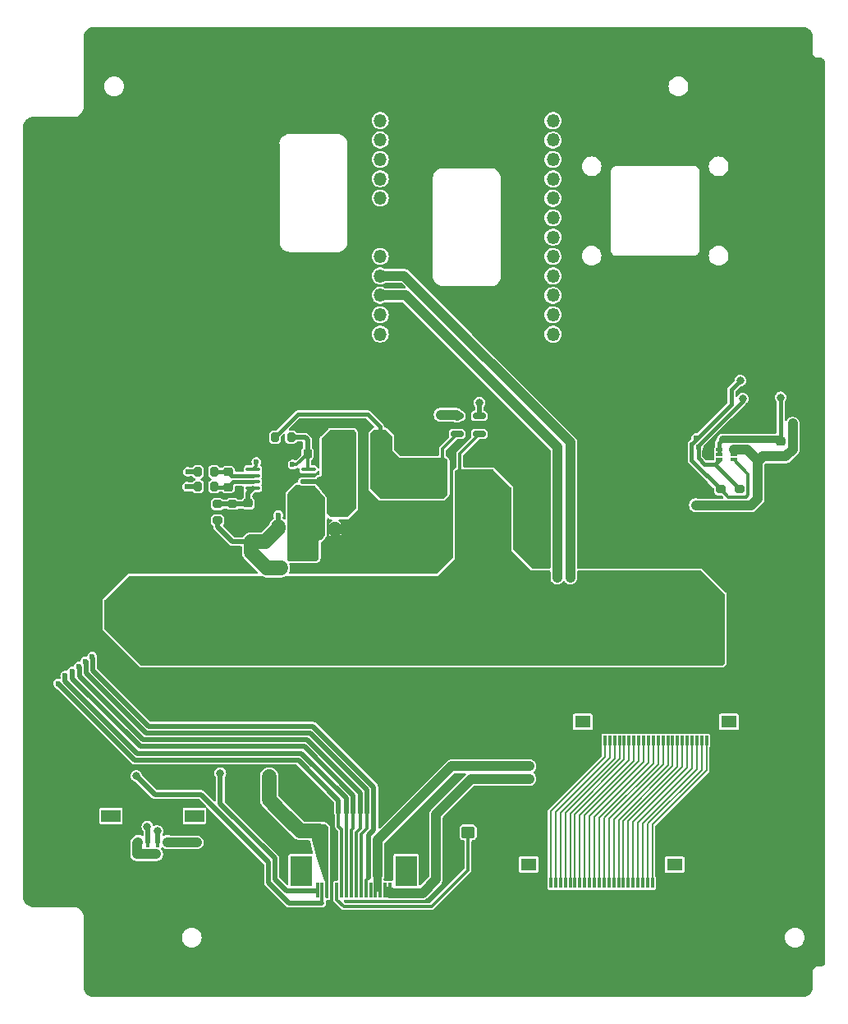
<source format=gbl>
G04 #@! TF.GenerationSoftware,KiCad,Pcbnew,8.0.2*
G04 #@! TF.CreationDate,2024-08-20T08:20:47+02:00*
G04 #@! TF.ProjectId,STS1_SIDEPANEL,53545331-5f53-4494-9445-50414e454c2e,rev?*
G04 #@! TF.SameCoordinates,Original*
G04 #@! TF.FileFunction,Copper,L4,Bot*
G04 #@! TF.FilePolarity,Positive*
%FSLAX46Y46*%
G04 Gerber Fmt 4.6, Leading zero omitted, Abs format (unit mm)*
G04 Created by KiCad (PCBNEW 8.0.2) date 2024-08-20 08:20:47*
%MOMM*%
%LPD*%
G01*
G04 APERTURE LIST*
G04 Aperture macros list*
%AMRoundRect*
0 Rectangle with rounded corners*
0 $1 Rounding radius*
0 $2 $3 $4 $5 $6 $7 $8 $9 X,Y pos of 4 corners*
0 Add a 4 corners polygon primitive as box body*
4,1,4,$2,$3,$4,$5,$6,$7,$8,$9,$2,$3,0*
0 Add four circle primitives for the rounded corners*
1,1,$1+$1,$2,$3*
1,1,$1+$1,$4,$5*
1,1,$1+$1,$6,$7*
1,1,$1+$1,$8,$9*
0 Add four rect primitives between the rounded corners*
20,1,$1+$1,$2,$3,$4,$5,0*
20,1,$1+$1,$4,$5,$6,$7,0*
20,1,$1+$1,$6,$7,$8,$9,0*
20,1,$1+$1,$8,$9,$2,$3,0*%
G04 Aperture macros list end*
G04 #@! TA.AperFunction,FiducialPad,Local*
%ADD10C,6.000000*%
G04 #@! TD*
G04 #@! TA.AperFunction,FiducialPad,Global*
%ADD11C,6.000000*%
G04 #@! TD*
G04 #@! TA.AperFunction,ComponentPad*
%ADD12O,1.350000X1.350000*%
G04 #@! TD*
G04 #@! TA.AperFunction,SMDPad,CuDef*
%ADD13RoundRect,0.200000X0.275000X-0.200000X0.275000X0.200000X-0.275000X0.200000X-0.275000X-0.200000X0*%
G04 #@! TD*
G04 #@! TA.AperFunction,SMDPad,CuDef*
%ADD14R,0.300000X1.000000*%
G04 #@! TD*
G04 #@! TA.AperFunction,SMDPad,CuDef*
%ADD15R,1.650000X1.300000*%
G04 #@! TD*
G04 #@! TA.AperFunction,SMDPad,CuDef*
%ADD16RoundRect,0.200000X-0.200000X-0.275000X0.200000X-0.275000X0.200000X0.275000X-0.200000X0.275000X0*%
G04 #@! TD*
G04 #@! TA.AperFunction,SMDPad,CuDef*
%ADD17RoundRect,0.250000X0.450000X-0.350000X0.450000X0.350000X-0.450000X0.350000X-0.450000X-0.350000X0*%
G04 #@! TD*
G04 #@! TA.AperFunction,SMDPad,CuDef*
%ADD18R,0.400000X1.000000*%
G04 #@! TD*
G04 #@! TA.AperFunction,SMDPad,CuDef*
%ADD19R,2.000000X1.300000*%
G04 #@! TD*
G04 #@! TA.AperFunction,SMDPad,CuDef*
%ADD20RoundRect,0.225000X0.250000X-0.225000X0.250000X0.225000X-0.250000X0.225000X-0.250000X-0.225000X0*%
G04 #@! TD*
G04 #@! TA.AperFunction,SMDPad,CuDef*
%ADD21RoundRect,0.085000X-0.265000X-0.085000X0.265000X-0.085000X0.265000X0.085000X-0.265000X0.085000X0*%
G04 #@! TD*
G04 #@! TA.AperFunction,SMDPad,CuDef*
%ADD22RoundRect,0.250000X0.475000X-0.250000X0.475000X0.250000X-0.475000X0.250000X-0.475000X-0.250000X0*%
G04 #@! TD*
G04 #@! TA.AperFunction,SMDPad,CuDef*
%ADD23R,0.650000X0.950000*%
G04 #@! TD*
G04 #@! TA.AperFunction,SMDPad,CuDef*
%ADD24R,2.000000X1.950000*%
G04 #@! TD*
G04 #@! TA.AperFunction,SMDPad,CuDef*
%ADD25R,0.850000X0.650000*%
G04 #@! TD*
G04 #@! TA.AperFunction,SMDPad,CuDef*
%ADD26R,1.430000X5.500000*%
G04 #@! TD*
G04 #@! TA.AperFunction,SMDPad,CuDef*
%ADD27RoundRect,0.225000X-0.225000X-0.250000X0.225000X-0.250000X0.225000X0.250000X-0.225000X0.250000X0*%
G04 #@! TD*
G04 #@! TA.AperFunction,SMDPad,CuDef*
%ADD28RoundRect,0.200000X0.200000X0.275000X-0.200000X0.275000X-0.200000X-0.275000X0.200000X-0.275000X0*%
G04 #@! TD*
G04 #@! TA.AperFunction,SMDPad,CuDef*
%ADD29R,0.300000X1.600000*%
G04 #@! TD*
G04 #@! TA.AperFunction,SMDPad,CuDef*
%ADD30R,2.240000X3.120000*%
G04 #@! TD*
G04 #@! TA.AperFunction,SMDPad,CuDef*
%ADD31RoundRect,0.150000X0.512500X0.150000X-0.512500X0.150000X-0.512500X-0.150000X0.512500X-0.150000X0*%
G04 #@! TD*
G04 #@! TA.AperFunction,SMDPad,CuDef*
%ADD32RoundRect,0.200000X-0.275000X0.200000X-0.275000X-0.200000X0.275000X-0.200000X0.275000X0.200000X0*%
G04 #@! TD*
G04 #@! TA.AperFunction,SMDPad,CuDef*
%ADD33RoundRect,0.225000X-0.250000X0.225000X-0.250000X-0.225000X0.250000X-0.225000X0.250000X0.225000X0*%
G04 #@! TD*
G04 #@! TA.AperFunction,SMDPad,CuDef*
%ADD34RoundRect,0.100000X0.637500X0.100000X-0.637500X0.100000X-0.637500X-0.100000X0.637500X-0.100000X0*%
G04 #@! TD*
G04 #@! TA.AperFunction,SMDPad,CuDef*
%ADD35RoundRect,0.250000X-0.262500X-0.450000X0.262500X-0.450000X0.262500X0.450000X-0.262500X0.450000X0*%
G04 #@! TD*
G04 #@! TA.AperFunction,SMDPad,CuDef*
%ADD36RoundRect,0.250000X-0.300000X-0.300000X0.300000X-0.300000X0.300000X0.300000X-0.300000X0.300000X0*%
G04 #@! TD*
G04 #@! TA.AperFunction,SMDPad,CuDef*
%ADD37RoundRect,0.250000X0.262500X0.450000X-0.262500X0.450000X-0.262500X-0.450000X0.262500X-0.450000X0*%
G04 #@! TD*
G04 #@! TA.AperFunction,SMDPad,CuDef*
%ADD38RoundRect,0.250000X-0.250000X-0.475000X0.250000X-0.475000X0.250000X0.475000X-0.250000X0.475000X0*%
G04 #@! TD*
G04 #@! TA.AperFunction,ViaPad*
%ADD39C,0.800000*%
G04 #@! TD*
G04 #@! TA.AperFunction,ViaPad*
%ADD40C,0.600000*%
G04 #@! TD*
G04 #@! TA.AperFunction,ViaPad*
%ADD41C,0.900000*%
G04 #@! TD*
G04 #@! TA.AperFunction,Conductor*
%ADD42C,0.750000*%
G04 #@! TD*
G04 #@! TA.AperFunction,Conductor*
%ADD43C,0.500000*%
G04 #@! TD*
G04 #@! TA.AperFunction,Conductor*
%ADD44C,0.300000*%
G04 #@! TD*
G04 #@! TA.AperFunction,Conductor*
%ADD45C,1.000000*%
G04 #@! TD*
G04 #@! TA.AperFunction,Conductor*
%ADD46C,0.450000*%
G04 #@! TD*
G04 #@! TA.AperFunction,Conductor*
%ADD47C,0.400000*%
G04 #@! TD*
G04 #@! TA.AperFunction,Conductor*
%ADD48C,0.200000*%
G04 #@! TD*
G04 #@! TA.AperFunction,Conductor*
%ADD49C,1.500000*%
G04 #@! TD*
G04 APERTURE END LIST*
D10*
X148949200Y-100709800D03*
D11*
X124949200Y-100709800D03*
X98949200Y-100709800D03*
D12*
X120500000Y-71175000D03*
X120500000Y-69175000D03*
X120500000Y-67175000D03*
X120500000Y-65175000D03*
X120500000Y-63175000D03*
X120500000Y-61175000D03*
X120500000Y-59175000D03*
X120500000Y-57175000D03*
X120500000Y-55175000D03*
X120500000Y-53175000D03*
X120500000Y-51175000D03*
X120500000Y-49175000D03*
X138309600Y-71186600D03*
X138309600Y-69186600D03*
X138309600Y-67186600D03*
X138309600Y-65186600D03*
X138309600Y-63186600D03*
X138309600Y-61186600D03*
X138309600Y-59186600D03*
X138309600Y-57186600D03*
X138309600Y-55186600D03*
X138309600Y-53186600D03*
X138309600Y-51186600D03*
X138309600Y-49186600D03*
D13*
X105270000Y-90335000D03*
X105270000Y-88685000D03*
D14*
X138080000Y-127720000D03*
X138580000Y-127720000D03*
X139080000Y-127720000D03*
X139580000Y-127720000D03*
X140080000Y-127720000D03*
X140580000Y-127720000D03*
X141080000Y-127720000D03*
X141580000Y-127720000D03*
X142080000Y-127720000D03*
X142580000Y-127720000D03*
X143080000Y-127720000D03*
X143580000Y-127720000D03*
X144080000Y-127720000D03*
X144580000Y-127720000D03*
X145080000Y-127720000D03*
X145580000Y-127720000D03*
X146080000Y-127720000D03*
X146580000Y-127720000D03*
X147080000Y-127720000D03*
X147580000Y-127720000D03*
X148080000Y-127720000D03*
X148580000Y-127720000D03*
D15*
X135805000Y-125820000D03*
X150855000Y-125820000D03*
D16*
X101700000Y-85365000D03*
X103350000Y-85365000D03*
D17*
X129550000Y-122500000D03*
X129550000Y-120500000D03*
D18*
X95535000Y-123500000D03*
X96535000Y-123500000D03*
X97535000Y-123500000D03*
X98535000Y-123500000D03*
D19*
X92735000Y-120800000D03*
X101335000Y-120800000D03*
D20*
X161782831Y-83775000D03*
X161782831Y-82225000D03*
D21*
X155440000Y-84085000D03*
X155440000Y-83585000D03*
X155440000Y-83085000D03*
X156940000Y-83085000D03*
X156940000Y-83585000D03*
X156940000Y-84085000D03*
D22*
X123040000Y-84540000D03*
X123040000Y-82640000D03*
D13*
X155600000Y-88825000D03*
X155600000Y-87175000D03*
D23*
X111560000Y-93620000D03*
D24*
X112885000Y-93620000D03*
D25*
X114940000Y-93620000D03*
D26*
X120472500Y-84300000D03*
X116432500Y-84300000D03*
D27*
X111450200Y-83460800D03*
X113000200Y-83460800D03*
D28*
X111300000Y-81800000D03*
X109650000Y-81800000D03*
D29*
X114005000Y-128480000D03*
X114505000Y-128480000D03*
X115005000Y-128480000D03*
X115505000Y-128480000D03*
X116005000Y-128480000D03*
X116505000Y-128480000D03*
X117005000Y-128480000D03*
X117505000Y-128480000D03*
X118005000Y-128480000D03*
X118505000Y-128480000D03*
X119005000Y-128480000D03*
X119505000Y-128480000D03*
X120005000Y-128480000D03*
X120505000Y-128480000D03*
X121005000Y-128480000D03*
X121505000Y-128480000D03*
D30*
X112358000Y-126500000D03*
X123152000Y-126500000D03*
D31*
X130697500Y-79577500D03*
X130697500Y-80527500D03*
X130697500Y-81477500D03*
X128422500Y-81477500D03*
X128422500Y-79577500D03*
D13*
X157600000Y-88825000D03*
X157600000Y-87175000D03*
D32*
X103720000Y-88695000D03*
X103720000Y-90345000D03*
D33*
X106860000Y-88615000D03*
X106860000Y-90165000D03*
D16*
X101705000Y-86905000D03*
X103355000Y-86905000D03*
D14*
X143660000Y-113030000D03*
X144160000Y-113030000D03*
X144660000Y-113030000D03*
X145160000Y-113030000D03*
X145660000Y-113030000D03*
X146160000Y-113030000D03*
X146660000Y-113030000D03*
X147160000Y-113030000D03*
X147660000Y-113030000D03*
X148160000Y-113030000D03*
X148660000Y-113030000D03*
X149160000Y-113030000D03*
X149660000Y-113030000D03*
X150160000Y-113030000D03*
X150660000Y-113030000D03*
X151160000Y-113030000D03*
X151660000Y-113030000D03*
X152160000Y-113030000D03*
X152660000Y-113030000D03*
X153160000Y-113030000D03*
X153660000Y-113030000D03*
X154160000Y-113030000D03*
D15*
X141385000Y-111130000D03*
X156435000Y-111130000D03*
D34*
X113081100Y-85102000D03*
X113081100Y-85752000D03*
X113081100Y-86402000D03*
X113081100Y-87052000D03*
X107356100Y-87052000D03*
X107356100Y-86402000D03*
X107356100Y-85752000D03*
X107356100Y-85102000D03*
D35*
X109895000Y-91230000D03*
X111720000Y-91230000D03*
D36*
X113200000Y-89050000D03*
X116000000Y-89050000D03*
D20*
X104810000Y-86930000D03*
X104810000Y-85380000D03*
D22*
X125110000Y-84530000D03*
X125110000Y-82630000D03*
D37*
X128712500Y-86320000D03*
X126887500Y-86320000D03*
D38*
X113960000Y-91280000D03*
X115860000Y-91280000D03*
D39*
X163000000Y-61100000D03*
X124000000Y-46100000D03*
X148000000Y-67100000D03*
X165000000Y-67100000D03*
X128000000Y-129000000D03*
X104000000Y-132000000D03*
X100000000Y-40500000D03*
X158042600Y-126251000D03*
X92000000Y-138000000D03*
X94000000Y-43100000D03*
X157000000Y-67100000D03*
X103000000Y-40500000D03*
X103000000Y-49100000D03*
X145000000Y-64100000D03*
X128000000Y-132000000D03*
X152000000Y-135000000D03*
X98000000Y-132000000D03*
X145000000Y-67100000D03*
X127000000Y-52100000D03*
X142000000Y-49100000D03*
X118000000Y-46100000D03*
X136000000Y-46100000D03*
X116000000Y-132000000D03*
X94000000Y-58100000D03*
X94000000Y-61100000D03*
X151000000Y-40500000D03*
X165000000Y-61100000D03*
X136000000Y-70100000D03*
X94000000Y-55100000D03*
X88000000Y-67100000D03*
X125000000Y-135000000D03*
X88000000Y-64100000D03*
X163000000Y-70100000D03*
X128000000Y-135000000D03*
X97968800Y-129000000D03*
X133000000Y-40500000D03*
X113000000Y-138000000D03*
X100968800Y-126000000D03*
X113000000Y-135000000D03*
X161000000Y-132000000D03*
X157000000Y-70100000D03*
X130000000Y-46100000D03*
X107000000Y-132000000D03*
X154000000Y-73100000D03*
X131000000Y-135000000D03*
X165000000Y-49100000D03*
X125000000Y-132000000D03*
X154000000Y-67100000D03*
X124000000Y-40500000D03*
X122000000Y-132000000D03*
X149000000Y-135000000D03*
X119000000Y-132000000D03*
X97000000Y-43100000D03*
X131000000Y-129000000D03*
X85000000Y-70100000D03*
X157000000Y-64100000D03*
X85000000Y-79100000D03*
X152000000Y-138000000D03*
X130000000Y-40500000D03*
X119000000Y-135000000D03*
X165000000Y-64100000D03*
X163000000Y-73100000D03*
X151000000Y-64100000D03*
X85000000Y-67100000D03*
X145000000Y-49100000D03*
X148000000Y-46100000D03*
X140000000Y-138000000D03*
X97000000Y-64100000D03*
X136000000Y-52100000D03*
X136000000Y-61100000D03*
X142000000Y-46100000D03*
X130000000Y-67100000D03*
X148000000Y-49100000D03*
X113000000Y-132000000D03*
X116000000Y-138000000D03*
X98000000Y-138000000D03*
X142000000Y-73100000D03*
X148000000Y-73100000D03*
X94000000Y-64100000D03*
X165000000Y-52100000D03*
X131000000Y-126000000D03*
X133000000Y-46100000D03*
X158042600Y-129251000D03*
X109000000Y-46100000D03*
X154000000Y-40500000D03*
X165000000Y-73100000D03*
X95000000Y-135000000D03*
X163000000Y-64100000D03*
X97000000Y-46100000D03*
X100000000Y-58100000D03*
X110000000Y-132000000D03*
X136000000Y-67100000D03*
X142000000Y-67100000D03*
X161042600Y-129251000D03*
X118250000Y-77600000D03*
X127000000Y-49100000D03*
X88000000Y-52100000D03*
X161042600Y-123251000D03*
X165000000Y-76100000D03*
X91000000Y-73100000D03*
X95000000Y-138000000D03*
X136000000Y-55100000D03*
X160000000Y-49100000D03*
X136000000Y-58100000D03*
X151000000Y-52100000D03*
X154000000Y-64100000D03*
X94000000Y-49100000D03*
X140000000Y-135000000D03*
X145000000Y-40500000D03*
X131000000Y-138000000D03*
X109000000Y-58100000D03*
X165000000Y-70100000D03*
X157000000Y-73100000D03*
X85000000Y-76100000D03*
X137000000Y-135014000D03*
X160000000Y-46100000D03*
X127000000Y-67100000D03*
X163000000Y-58100000D03*
X155000000Y-135000000D03*
X101000000Y-138000000D03*
X163000000Y-40500000D03*
X112000000Y-46100000D03*
X139000000Y-46100000D03*
X104000000Y-138000000D03*
X134000000Y-135000000D03*
X161042600Y-126251000D03*
X148050000Y-76100000D03*
X128000000Y-138000000D03*
X112250000Y-77600000D03*
X157000000Y-49075000D03*
X109000000Y-52100000D03*
X97000000Y-40500000D03*
X163000000Y-49100000D03*
X134000000Y-132000000D03*
X158000000Y-135000000D03*
X92000000Y-135000000D03*
X158000000Y-138000000D03*
X131000000Y-132000000D03*
X157000000Y-46100000D03*
X106000000Y-40500000D03*
X142000000Y-70100000D03*
X91000000Y-70100000D03*
X133000000Y-52100000D03*
X143000000Y-138000000D03*
X163000000Y-46100000D03*
X104000000Y-135000000D03*
X157000000Y-40500000D03*
X151000000Y-67100000D03*
X158042600Y-123251000D03*
X94000000Y-52100000D03*
X92000000Y-132000000D03*
X101000000Y-135000000D03*
X163000000Y-52100000D03*
X148000000Y-64100000D03*
X161000000Y-138000000D03*
X121000000Y-46100000D03*
X85000000Y-58100000D03*
X134000000Y-129000000D03*
X85000000Y-55100000D03*
X127000000Y-40500000D03*
X107000000Y-138000000D03*
X137000000Y-138014000D03*
X88000000Y-76100000D03*
X109000000Y-55100000D03*
X91000000Y-76100000D03*
X127000000Y-46100000D03*
X98000000Y-135000000D03*
X134000000Y-138000000D03*
X88000000Y-79100000D03*
X139000000Y-40500000D03*
X119000000Y-138000000D03*
X118000000Y-40500000D03*
X145000000Y-46100000D03*
X85000000Y-52100000D03*
X142000000Y-52100000D03*
X91000000Y-64100000D03*
X129950000Y-70100000D03*
X158000000Y-132000000D03*
X107000000Y-135000000D03*
X103968800Y-129000000D03*
X88000000Y-61100000D03*
X128000000Y-126000000D03*
X91000000Y-58100000D03*
X136000000Y-64100000D03*
X151000000Y-73100000D03*
X136000000Y-40500000D03*
X143000000Y-135000000D03*
X106000000Y-46100000D03*
X88000000Y-70100000D03*
X97968800Y-126000000D03*
X161000000Y-135000000D03*
X100968800Y-129000000D03*
X165000000Y-55100000D03*
X110000000Y-138000000D03*
X91000000Y-67100000D03*
X163000000Y-55100000D03*
X85000000Y-64100000D03*
X145000000Y-52100000D03*
X91000000Y-49100000D03*
X94000000Y-40500000D03*
X132950000Y-70100000D03*
X100000000Y-43100000D03*
X148000000Y-70100000D03*
X85000000Y-61100000D03*
X88000000Y-73100000D03*
X145000000Y-70100000D03*
X91000000Y-61100000D03*
X100000000Y-61100000D03*
X130000000Y-49100000D03*
X97000000Y-61100000D03*
X163000000Y-67100000D03*
X151000000Y-70100000D03*
X125000000Y-126000000D03*
X149000000Y-138000000D03*
X150950000Y-49100000D03*
X148000000Y-40500000D03*
X133000000Y-49100000D03*
X85000000Y-73100000D03*
X160000000Y-40500000D03*
X154000000Y-70100000D03*
X112000000Y-40500000D03*
X91000000Y-55100000D03*
X88000000Y-55100000D03*
X122000000Y-135000000D03*
X122000000Y-138000000D03*
X109000000Y-40500000D03*
X97000000Y-67100000D03*
X115000000Y-40500000D03*
X95000000Y-132000000D03*
X148000000Y-52100000D03*
X97000000Y-58100000D03*
X103968800Y-126000000D03*
X91000000Y-52100000D03*
X134000000Y-126000000D03*
X142000000Y-40500000D03*
X121000000Y-40500000D03*
X146000000Y-135000000D03*
X116000000Y-135000000D03*
X136000000Y-49100000D03*
X121250000Y-77600000D03*
X115250000Y-77600000D03*
X165000000Y-46100000D03*
X155000000Y-138000000D03*
X97000000Y-70100000D03*
X130000000Y-52100000D03*
X110000000Y-135000000D03*
X88000000Y-58100000D03*
X145000000Y-73100000D03*
X133000000Y-67100000D03*
X115000000Y-46100000D03*
X165000000Y-58100000D03*
X125000000Y-138000000D03*
X146000000Y-138000000D03*
D40*
X103170000Y-78520000D03*
X100500000Y-90340000D03*
X118500000Y-92000000D03*
X102000000Y-90350000D03*
X120000000Y-95000000D03*
X121500000Y-93500000D03*
X103170000Y-81520000D03*
X104810000Y-81530000D03*
X110050000Y-88660000D03*
X110090000Y-87000000D03*
X117000000Y-92000000D03*
X100170000Y-80020000D03*
X117000000Y-93500000D03*
X121500000Y-95000000D03*
X120000000Y-93500000D03*
X101670000Y-81520000D03*
X108680000Y-88660000D03*
X104810000Y-78530000D03*
X107810000Y-81530000D03*
X101670000Y-78520000D03*
X121500000Y-92000000D03*
X100500000Y-88700000D03*
X102000000Y-88710000D03*
X110920000Y-85740000D03*
X106310000Y-81530000D03*
X104810000Y-80030000D03*
X110450000Y-83450000D03*
X108540000Y-90270000D03*
X118500000Y-93500000D03*
X106310000Y-80030000D03*
X117000000Y-95000000D03*
X107810000Y-78530000D03*
X100170000Y-81520000D03*
X118500000Y-95000000D03*
X120000000Y-92000000D03*
X103170000Y-80020000D03*
X109290000Y-85740000D03*
X107810000Y-80030000D03*
X106310000Y-78530000D03*
X101670000Y-80020000D03*
D39*
X163038890Y-80400000D03*
X96400000Y-124750000D03*
X95400000Y-124750000D03*
X154022831Y-88825000D03*
X97400000Y-124750000D03*
X153050000Y-88800000D03*
X157884379Y-77840000D03*
X97500000Y-122375000D03*
D40*
X153306147Y-82798316D03*
D39*
X157620000Y-75980000D03*
D40*
X153065461Y-81907630D03*
D39*
X96475000Y-121900000D03*
X104000000Y-116400000D03*
X95350000Y-116700000D03*
X130720000Y-78220000D03*
D41*
X110100000Y-120200000D03*
X109050000Y-116750000D03*
X126710000Y-79480000D03*
X109050000Y-117900000D03*
D40*
X109975000Y-89825000D03*
D41*
X108900000Y-95300000D03*
X110250000Y-95300000D03*
X109200000Y-119300000D03*
D40*
X100550000Y-86900000D03*
D41*
X107175000Y-93660000D03*
X108100000Y-94500000D03*
D40*
X111460000Y-84625000D03*
X107725000Y-84350000D03*
X100650000Y-85360000D03*
X111650000Y-90050000D03*
D41*
X140100000Y-94050000D03*
X133900000Y-117000000D03*
X132900000Y-117000000D03*
X135900000Y-117000000D03*
X140100000Y-93100000D03*
X134900000Y-117000000D03*
X140100000Y-95000000D03*
X140100000Y-96250000D03*
D40*
X87250000Y-107175000D03*
X88000000Y-106375000D03*
D39*
X161782831Y-77700000D03*
X100650000Y-123550000D03*
D40*
X155800000Y-82000000D03*
D39*
X101600000Y-123550000D03*
D40*
X156700000Y-82000000D03*
D39*
X99725000Y-123550000D03*
D41*
X138750000Y-93100000D03*
X134900000Y-115700000D03*
X132900000Y-115700000D03*
X138750000Y-96250000D03*
X133900000Y-115700000D03*
X138750000Y-94050000D03*
X138750000Y-95000000D03*
X135900000Y-115700000D03*
D40*
X89400000Y-105450000D03*
X90100000Y-104900000D03*
X88700000Y-105942392D03*
X90800000Y-104389908D03*
D42*
X110460800Y-83460800D02*
X110450000Y-83450000D01*
D43*
X105270000Y-90335000D02*
X106690000Y-90335000D01*
D44*
X115505000Y-131505000D02*
X116000000Y-132000000D01*
D43*
X106690000Y-90335000D02*
X106860000Y-90165000D01*
D44*
X115505000Y-134505000D02*
X116000000Y-135000000D01*
X115505000Y-130093528D02*
X115505000Y-132350000D01*
X115505000Y-130093528D02*
X113598528Y-132000000D01*
X115505000Y-132495000D02*
X113000000Y-135000000D01*
X120500000Y-61175000D02*
X120425000Y-61175000D01*
X115505000Y-132350000D02*
X115505000Y-134505000D01*
X113598528Y-132000000D02*
X113000000Y-132000000D01*
X115505000Y-132350000D02*
X115505000Y-132495000D01*
X115505000Y-128480000D02*
X115505000Y-131505000D01*
D42*
X111450200Y-83460800D02*
X110460800Y-83460800D01*
D44*
X115505000Y-128480000D02*
X115505000Y-130093528D01*
D45*
X154022831Y-88825000D02*
X155600000Y-88825000D01*
X95400000Y-123635000D02*
X95535000Y-123500000D01*
X159299520Y-84084520D02*
X158300000Y-83085000D01*
X96400000Y-124750000D02*
X97400000Y-124750000D01*
X163038890Y-83061110D02*
X162325000Y-83775000D01*
X158300000Y-83085000D02*
X156940000Y-83085000D01*
X162325000Y-83775000D02*
X161782831Y-83775000D01*
X156104520Y-88825000D02*
X155600000Y-88825000D01*
X159645794Y-84084520D02*
X159955314Y-83775000D01*
X159400000Y-84185000D02*
X159299520Y-84084520D01*
X159955314Y-83775000D02*
X161782831Y-83775000D01*
X95400000Y-124750000D02*
X95400000Y-123635000D01*
X95400000Y-124750000D02*
X96400000Y-124750000D01*
X158732831Y-88825000D02*
X159400000Y-88157831D01*
X153075000Y-88825000D02*
X153050000Y-88800000D01*
X157600000Y-88825000D02*
X158732831Y-88825000D01*
X163038890Y-80400000D02*
X163038890Y-83061110D01*
X157600000Y-88825000D02*
X156104520Y-88825000D01*
X154022831Y-88825000D02*
X153075000Y-88825000D01*
X159299520Y-84084520D02*
X159645794Y-84084520D01*
D46*
X156940000Y-83085000D02*
X156940000Y-83490000D01*
D45*
X159400000Y-88157831D02*
X159400000Y-84185000D01*
D43*
X97535000Y-122410000D02*
X97500000Y-122375000D01*
D47*
X155440000Y-84160000D02*
X155440000Y-84155000D01*
X156448041Y-79515000D02*
X153235436Y-82727605D01*
X155012500Y-84587500D02*
X155440000Y-84160000D01*
X153945331Y-84587500D02*
X155012500Y-84587500D01*
X157884379Y-77840000D02*
X157884379Y-78078662D01*
X153306147Y-82798316D02*
X153306147Y-83948316D01*
X155012500Y-84587500D02*
X157600000Y-87175000D01*
X157884379Y-78078662D02*
X156448041Y-79515000D01*
X153306147Y-83948316D02*
X153945331Y-84587500D01*
D43*
X97535000Y-123500000D02*
X97535000Y-122410000D01*
D47*
X153235436Y-82727605D02*
X153306147Y-82798316D01*
D48*
X138080000Y-127720000D02*
X138080000Y-120320000D01*
X138080000Y-120320000D02*
X143660000Y-114740000D01*
X143660000Y-114740000D02*
X143660000Y-113030000D01*
D44*
X158232831Y-87975000D02*
X156400000Y-87975000D01*
X156940000Y-84085000D02*
X158449520Y-85594520D01*
D47*
X152636172Y-82478341D02*
X153136172Y-81978341D01*
X152606147Y-82508366D02*
X152606147Y-84181148D01*
X152606147Y-84181148D02*
X152766415Y-84341416D01*
X152636172Y-82478341D02*
X152606147Y-82508366D01*
D44*
X156400000Y-87975000D02*
X155600000Y-87175000D01*
D47*
X153136172Y-81978341D02*
X156700000Y-78414513D01*
X156700000Y-78414513D02*
X156700000Y-76900000D01*
D44*
X158449520Y-85594520D02*
X158449520Y-87758311D01*
D47*
X153136172Y-81978341D02*
X153065461Y-81907630D01*
D44*
X158449520Y-87758311D02*
X158232831Y-87975000D01*
D43*
X96535000Y-121960000D02*
X96475000Y-121900000D01*
D47*
X156700000Y-76900000D02*
X157620000Y-75980000D01*
X155600000Y-87175000D02*
X152766415Y-84341416D01*
D43*
X96535000Y-123500000D02*
X96535000Y-121960000D01*
X105260000Y-88695000D02*
X105270000Y-88685000D01*
X103720000Y-88695000D02*
X105260000Y-88695000D01*
X106860000Y-88615000D02*
X106860000Y-87552000D01*
X105270000Y-88685000D02*
X106790000Y-88685000D01*
D46*
X107335000Y-87073100D02*
X107356100Y-87052000D01*
D43*
X106860000Y-87552000D02*
X107335000Y-87077000D01*
X106790000Y-88685000D02*
X106860000Y-88615000D01*
D46*
X103380000Y-86930000D02*
X103355000Y-86905000D01*
X107356100Y-86402000D02*
X105338000Y-86402000D01*
X104810000Y-86930000D02*
X103380000Y-86930000D01*
X105338000Y-86402000D02*
X104810000Y-86930000D01*
D43*
X110788001Y-128510000D02*
X113905000Y-128510000D01*
D44*
X130697500Y-81477500D02*
X128712500Y-83462500D01*
D43*
X104000000Y-119525000D02*
X109650000Y-125175000D01*
D44*
X128712500Y-83462500D02*
X128712500Y-86320000D01*
D43*
X109650000Y-127371999D02*
X110788001Y-128510000D01*
X104000000Y-116400000D02*
X104000000Y-119525000D01*
X109650000Y-125175000D02*
X109650000Y-127371999D01*
X108950000Y-125550000D02*
X108950000Y-127661949D01*
X108950000Y-127661949D02*
X111088051Y-129800000D01*
X111088051Y-129800000D02*
X114475000Y-129800000D01*
D44*
X114505000Y-128480000D02*
X114505000Y-129770000D01*
D43*
X130720000Y-78220000D02*
X130720000Y-79555000D01*
X95350000Y-116700000D02*
X97250000Y-118600000D01*
X102000000Y-118600000D02*
X108950000Y-125550000D01*
X130720000Y-79555000D02*
X130697500Y-79577500D01*
X97250000Y-118600000D02*
X102000000Y-118600000D01*
D44*
X114505000Y-129770000D02*
X114475000Y-129800000D01*
D49*
X109990000Y-91015000D02*
X109990000Y-91210000D01*
D45*
X128325000Y-79480000D02*
X128422500Y-79577500D01*
D49*
X109200000Y-119300000D02*
X109050000Y-119150000D01*
D45*
X126710000Y-79480000D02*
X128325000Y-79480000D01*
D43*
X103720000Y-91020000D02*
X105265000Y-92565000D01*
D49*
X109990000Y-91210000D02*
X108635000Y-92565000D01*
X110100000Y-120200000D02*
X109200000Y-119300000D01*
X107175000Y-93660000D02*
X107175000Y-92565000D01*
X112275000Y-122375000D02*
X114125000Y-122375000D01*
D43*
X100555000Y-86905000D02*
X100550000Y-86900000D01*
D49*
X108635000Y-92565000D02*
X107175000Y-92565000D01*
D43*
X109975000Y-91000000D02*
X109990000Y-91015000D01*
D49*
X108815000Y-95300000D02*
X107175000Y-93660000D01*
D43*
X103720000Y-90345000D02*
X103720000Y-91020000D01*
D49*
X109050000Y-119150000D02*
X109050000Y-116750000D01*
X112275000Y-122375000D02*
X110100000Y-120200000D01*
X110250000Y-95300000D02*
X108815000Y-95300000D01*
D43*
X105265000Y-92565000D02*
X107175000Y-92565000D01*
X101705000Y-86905000D02*
X100555000Y-86905000D01*
X109975000Y-89825000D02*
X109975000Y-91000000D01*
D46*
X105182000Y-85752000D02*
X104810000Y-85380000D01*
X104810000Y-85380000D02*
X103365000Y-85380000D01*
X107356100Y-85752000D02*
X105182000Y-85752000D01*
X103365000Y-85380000D02*
X103350000Y-85365000D01*
D44*
X116725000Y-130150000D02*
X125789339Y-130150000D01*
X116005000Y-128480000D02*
X116005000Y-129430000D01*
X116005000Y-129430000D02*
X116725000Y-130150000D01*
X129550000Y-126389339D02*
X129550000Y-122500000D01*
X125789339Y-130150000D02*
X129550000Y-126389339D01*
D43*
X112750200Y-81800000D02*
X113000200Y-82050000D01*
D44*
X113000200Y-85021100D02*
X113081100Y-85102000D01*
D43*
X111300000Y-81800000D02*
X112750200Y-81800000D01*
D44*
X107725000Y-84350000D02*
X107725000Y-84733100D01*
X107725000Y-84733100D02*
X107356100Y-85102000D01*
D46*
X113060000Y-83401000D02*
X113000200Y-83460800D01*
D43*
X113000200Y-82050000D02*
X113000200Y-83460800D01*
D44*
X113000200Y-83460800D02*
X111836000Y-84625000D01*
X113000200Y-83460800D02*
X113000200Y-85021100D01*
X111836000Y-84625000D02*
X111460000Y-84625000D01*
D43*
X101700000Y-85365000D02*
X100655000Y-85365000D01*
X100655000Y-85365000D02*
X100650000Y-85360000D01*
D48*
X144160000Y-114805686D02*
X144160000Y-113030000D01*
X138580000Y-120385686D02*
X144160000Y-114805686D01*
X138580000Y-127720000D02*
X138580000Y-120385686D01*
X144660000Y-114871372D02*
X144660000Y-113030000D01*
X139080000Y-120451372D02*
X144660000Y-114871372D01*
X139080000Y-127720000D02*
X139080000Y-120451372D01*
X145160000Y-114937058D02*
X145160000Y-113030000D01*
X139580000Y-120517058D02*
X145160000Y-114937058D01*
X139580000Y-127720000D02*
X139580000Y-120517058D01*
X140080000Y-127720000D02*
X140080000Y-120582744D01*
X140080000Y-120582744D02*
X145660000Y-115002744D01*
X145660000Y-115002744D02*
X145660000Y-113030000D01*
X140580000Y-120648430D02*
X146160000Y-115068430D01*
X140580000Y-127720000D02*
X140580000Y-120648430D01*
X146160000Y-115068430D02*
X146160000Y-113030000D01*
X141080000Y-127720000D02*
X141080000Y-120714116D01*
X146660000Y-115134116D02*
X146660000Y-113030000D01*
X141080000Y-120714116D02*
X146660000Y-115134116D01*
X147160000Y-115199802D02*
X147160000Y-113030000D01*
X141580000Y-127720000D02*
X141580000Y-120779802D01*
X141580000Y-120779802D02*
X147160000Y-115199802D01*
X142080000Y-127720000D02*
X142080000Y-120845488D01*
X142080000Y-120845488D02*
X147660000Y-115265488D01*
X147660000Y-115265488D02*
X147660000Y-113030000D01*
X142580000Y-127720000D02*
X142580000Y-120911174D01*
X142580000Y-120911174D02*
X148160000Y-115331174D01*
X148160000Y-115331174D02*
X148160000Y-113030000D01*
X143080000Y-120976860D02*
X148660000Y-115396860D01*
X143080000Y-127720000D02*
X143080000Y-120976860D01*
X148660000Y-115396860D02*
X148660000Y-113030000D01*
X143580000Y-121042546D02*
X149160000Y-115462546D01*
X143580000Y-127720000D02*
X143580000Y-121042546D01*
X149160000Y-115462546D02*
X149160000Y-113030000D01*
X144080000Y-127720000D02*
X144080000Y-121108232D01*
X149660000Y-115528232D02*
X149660000Y-113030000D01*
X144080000Y-121108232D02*
X149660000Y-115528232D01*
X144580000Y-127720000D02*
X144580000Y-121173918D01*
X144580000Y-121173918D02*
X150160000Y-115593918D01*
X150160000Y-115593918D02*
X150160000Y-113030000D01*
X150660000Y-115659604D02*
X150660000Y-113030000D01*
X145080000Y-121239604D02*
X150660000Y-115659604D01*
X145080000Y-127720000D02*
X145080000Y-121239604D01*
X145580000Y-127720000D02*
X145580000Y-121305290D01*
X145580000Y-121305290D02*
X151160000Y-115725290D01*
X151160000Y-115725290D02*
X151160000Y-113030000D01*
X146080000Y-121370976D02*
X151660000Y-115790976D01*
X146080000Y-127720000D02*
X146080000Y-121370976D01*
X151660000Y-115790976D02*
X151660000Y-113030000D01*
X152160000Y-115856662D02*
X152160000Y-113030000D01*
X146580000Y-121436662D02*
X152160000Y-115856662D01*
X146580000Y-127720000D02*
X146580000Y-121436662D01*
X152660000Y-113030000D02*
X152660000Y-115922347D01*
X147080000Y-121502347D02*
X147080000Y-127720000D01*
X152660000Y-115922347D02*
X147080000Y-121502347D01*
X153160000Y-115988034D02*
X153160000Y-113030000D01*
X147580000Y-121568034D02*
X153160000Y-115988034D01*
X147580000Y-127720000D02*
X147580000Y-121568034D01*
X148080000Y-127720000D02*
X148080000Y-121633720D01*
X148080000Y-121633720D02*
X153660000Y-116053720D01*
X153660000Y-116053720D02*
X153660000Y-113030000D01*
X154160000Y-116119406D02*
X154160000Y-113030000D01*
X148580000Y-127720000D02*
X148580000Y-121699406D01*
X148580000Y-121699406D02*
X154160000Y-116119406D01*
D45*
X126250000Y-120650000D02*
X129900000Y-117000000D01*
X121505000Y-128760000D02*
X124840000Y-128760000D01*
X126250000Y-127350000D02*
X126250000Y-120650000D01*
X122975000Y-65175000D02*
X140100000Y-82300000D01*
X140100000Y-82300000D02*
X140100000Y-96250000D01*
X129900000Y-117000000D02*
X135900000Y-117000000D01*
D42*
X121505000Y-128480000D02*
X121230000Y-128480000D01*
D45*
X124840000Y-128760000D02*
X126250000Y-127350000D01*
X120500000Y-65175000D02*
X122975000Y-65175000D01*
D44*
X116505000Y-128480000D02*
X116505000Y-122205000D01*
D43*
X116200000Y-119200000D02*
X116200000Y-120500000D01*
D44*
X116505000Y-122205000D02*
X116200000Y-121900000D01*
D43*
X87250000Y-107175000D02*
X87250255Y-107175000D01*
X112075000Y-115075000D02*
X116200000Y-119200000D01*
X87250255Y-107175000D02*
X95150255Y-115075000D01*
X95150255Y-115075000D02*
X112075000Y-115075000D01*
D44*
X116200000Y-121900000D02*
X116200000Y-120500000D01*
X117005000Y-120505000D02*
X117000000Y-120500000D01*
D43*
X88000000Y-106934796D02*
X95440204Y-114375000D01*
X88000000Y-106375000D02*
X88000000Y-106934796D01*
X95440204Y-114375000D02*
X112364950Y-114375000D01*
X112364950Y-114375000D02*
X117000000Y-119010050D01*
X117000000Y-119010050D02*
X117000000Y-120500000D01*
D44*
X117005000Y-128480000D02*
X117005000Y-120505000D01*
D42*
X156700000Y-82000000D02*
X161557831Y-82000000D01*
D46*
X155440000Y-82360000D02*
X155800000Y-82000000D01*
X161782831Y-77700000D02*
X161782831Y-82225000D01*
X161782831Y-82225000D02*
X161717831Y-82160000D01*
X155440000Y-83085000D02*
X155440000Y-82360000D01*
D45*
X99725000Y-123550000D02*
X101600000Y-123550000D01*
D46*
X155440000Y-83085000D02*
X155440000Y-83530000D01*
D42*
X161557831Y-82000000D02*
X161782831Y-82225000D01*
D45*
X99725000Y-123550000D02*
X98585000Y-123550000D01*
X98585000Y-123550000D02*
X98535000Y-123500000D01*
D42*
X156700000Y-82000000D02*
X155800000Y-82000000D01*
D45*
X127850000Y-115700000D02*
X135900000Y-115700000D01*
X120500000Y-67175000D02*
X123125000Y-67175000D01*
D44*
X120250000Y-126975000D02*
X120225000Y-126950000D01*
X120250000Y-128480000D02*
X120505000Y-128480000D01*
X120005000Y-128480000D02*
X120250000Y-128480000D01*
X120005000Y-127170000D02*
X120225000Y-126950000D01*
X120250000Y-128480000D02*
X120250000Y-126975000D01*
D45*
X123125000Y-67175000D02*
X138750000Y-82800000D01*
D44*
X120005000Y-128480000D02*
X120005000Y-127170000D01*
D45*
X138750000Y-82800000D02*
X138750000Y-96250000D01*
X120225000Y-123325000D02*
X127850000Y-115700000D01*
D44*
X120505000Y-127230000D02*
X120225000Y-126950000D01*
X120505000Y-128480000D02*
X120505000Y-127230000D01*
D45*
X120225000Y-126950000D02*
X120225000Y-123325000D01*
D47*
X119200000Y-79425000D02*
X120472500Y-80697500D01*
X112000000Y-79425000D02*
X109650000Y-81775000D01*
D44*
X128422500Y-81477500D02*
X126887500Y-83012500D01*
D47*
X109650000Y-81775000D02*
X109650000Y-81800000D01*
X112000000Y-79425000D02*
X119200000Y-79425000D01*
X120472500Y-80697500D02*
X120472500Y-84300000D01*
D44*
X126887500Y-83012500D02*
X126887500Y-86320000D01*
X118005000Y-128480000D02*
X118005000Y-122502107D01*
X118005000Y-122502107D02*
X118425000Y-122082107D01*
D43*
X96020102Y-112975000D02*
X89450000Y-106404897D01*
X112975000Y-112975000D02*
X96020102Y-112975000D01*
X118425000Y-120500000D02*
X118425000Y-118425000D01*
X89450000Y-106404897D02*
X89450000Y-105500000D01*
X118425000Y-118425000D02*
X112975000Y-112975000D01*
D44*
X118425000Y-122082107D02*
X118425000Y-120500000D01*
D43*
X89450000Y-105500000D02*
X89400000Y-105450000D01*
D44*
X119125000Y-120500000D02*
X119125000Y-122089213D01*
D43*
X119125000Y-120500000D02*
X119125000Y-118125000D01*
D44*
X119125000Y-122089213D02*
X118505000Y-122709213D01*
D43*
X90150000Y-106114949D02*
X90150000Y-104950000D01*
X96310051Y-112275000D02*
X90150000Y-106114949D01*
D44*
X118505000Y-122709213D02*
X118505000Y-128480000D01*
D43*
X113275000Y-112275000D02*
X96310051Y-112275000D01*
X90150000Y-104950000D02*
X90100000Y-104900000D01*
X119125000Y-118125000D02*
X113275000Y-112275000D01*
X88750000Y-105992392D02*
X88700000Y-105942392D01*
D44*
X117700000Y-122100000D02*
X117700000Y-120500000D01*
D43*
X112654900Y-113675000D02*
X95730153Y-113675000D01*
D44*
X117505000Y-122295000D02*
X117505000Y-128480000D01*
D43*
X95730153Y-113675000D02*
X88750000Y-106694847D01*
X117700000Y-118720100D02*
X112654900Y-113675000D01*
X88750000Y-106694847D02*
X88750000Y-105992392D01*
D44*
X117700000Y-122100000D02*
X117505000Y-122295000D01*
D43*
X117700000Y-120500000D02*
X117700000Y-118720100D01*
X90850000Y-105825000D02*
X96600000Y-111575000D01*
X119825000Y-117835050D02*
X119825000Y-122237741D01*
X90800000Y-104389908D02*
X90800000Y-104539339D01*
X119825000Y-122237741D02*
X119275000Y-122787741D01*
D44*
X119005000Y-128480000D02*
X119005000Y-127470000D01*
D43*
X96600000Y-111575000D02*
X113564950Y-111575000D01*
X113564950Y-111575000D02*
X119825000Y-117835050D01*
X90800000Y-104539339D02*
X90850000Y-104589339D01*
X90850000Y-104589339D02*
X90850000Y-105825000D01*
D44*
X119005000Y-127470000D02*
X119275000Y-127200000D01*
D43*
X119275000Y-122787741D02*
X119275000Y-127200000D01*
G04 #@! TA.AperFunction,Conductor*
G36*
X129276519Y-116420185D02*
G01*
X129322274Y-116472989D01*
X129332218Y-116542147D01*
X129303193Y-116605703D01*
X129297161Y-116612181D01*
X125705888Y-120203453D01*
X125705887Y-120203454D01*
X125629222Y-120318192D01*
X125576421Y-120445667D01*
X125576418Y-120445679D01*
X125552215Y-120567354D01*
X125552215Y-120567360D01*
X125549500Y-120581007D01*
X125549500Y-120581010D01*
X125549500Y-127008481D01*
X125529815Y-127075520D01*
X125513181Y-127096162D01*
X124684181Y-127925162D01*
X124622858Y-127958647D01*
X124553166Y-127953663D01*
X124497233Y-127911791D01*
X124472816Y-127846327D01*
X124472500Y-127837481D01*
X124472500Y-124920249D01*
X124472499Y-124920247D01*
X124460868Y-124861770D01*
X124460867Y-124861769D01*
X124416552Y-124795447D01*
X124350230Y-124751132D01*
X124350229Y-124751131D01*
X124291752Y-124739500D01*
X124291748Y-124739500D01*
X122012252Y-124739500D01*
X122012247Y-124739500D01*
X121953770Y-124751131D01*
X121953769Y-124751132D01*
X121887447Y-124795447D01*
X121843132Y-124861769D01*
X121843131Y-124861770D01*
X121831500Y-124920247D01*
X121831500Y-127359585D01*
X121811815Y-127426624D01*
X121759011Y-127472379D01*
X121689853Y-127482323D01*
X121683310Y-127481203D01*
X121674748Y-127479500D01*
X121335252Y-127479500D01*
X121279190Y-127490651D01*
X121230810Y-127490651D01*
X121174748Y-127479500D01*
X120979500Y-127479500D01*
X120912461Y-127459815D01*
X120866706Y-127407011D01*
X120855500Y-127355500D01*
X120855500Y-127282997D01*
X120864939Y-127235544D01*
X120870667Y-127221715D01*
X120898580Y-127154328D01*
X120914256Y-127075520D01*
X120925500Y-127018995D01*
X120925500Y-123666518D01*
X120945185Y-123599479D01*
X120961819Y-123578837D01*
X128103837Y-116436819D01*
X128165160Y-116403334D01*
X128191518Y-116400500D01*
X129209480Y-116400500D01*
X129276519Y-116420185D01*
G37*
G04 #@! TD.AperFunction*
G04 #@! TA.AperFunction,Conductor*
G36*
X164139503Y-39512188D02*
G01*
X164306127Y-39539977D01*
X164327349Y-39545482D01*
X164485946Y-39602019D01*
X164505870Y-39611182D01*
X164652006Y-39694780D01*
X164670011Y-39707316D01*
X164799122Y-39815362D01*
X164814637Y-39830877D01*
X164922683Y-39959988D01*
X164935221Y-39977996D01*
X165018814Y-40124123D01*
X165027982Y-40144058D01*
X165084514Y-40302642D01*
X165090023Y-40323880D01*
X165103057Y-40402032D01*
X165117811Y-40490496D01*
X165119500Y-40510894D01*
X165119500Y-42170954D01*
X165119274Y-42178436D01*
X165115982Y-42232883D01*
X165115982Y-42232884D01*
X165137121Y-42348217D01*
X165185247Y-42455144D01*
X165185249Y-42455147D01*
X165257556Y-42547439D01*
X165257560Y-42547443D01*
X165349852Y-42619750D01*
X165349855Y-42619752D01*
X165349858Y-42619753D01*
X165349859Y-42619754D01*
X165456781Y-42667878D01*
X165572114Y-42689017D01*
X165572115Y-42689016D01*
X165572116Y-42689017D01*
X165609936Y-42686730D01*
X165626563Y-42685725D01*
X165634044Y-42685500D01*
X165887539Y-42685500D01*
X165911009Y-42687741D01*
X166008122Y-42706470D01*
X166036147Y-42715432D01*
X166123521Y-42755342D01*
X166148648Y-42770659D01*
X166224149Y-42830037D01*
X166244962Y-42850850D01*
X166304337Y-42926347D01*
X166319660Y-42951483D01*
X166359566Y-43038850D01*
X166368531Y-43066887D01*
X166387256Y-43163979D01*
X166389500Y-43187461D01*
X166389500Y-135805707D01*
X166388697Y-135812001D01*
X166389069Y-135818170D01*
X166389066Y-135833109D01*
X166383701Y-135921736D01*
X166378313Y-135951135D01*
X166354145Y-136028688D01*
X166341876Y-136055947D01*
X166299855Y-136125456D01*
X166281420Y-136148986D01*
X166223986Y-136206420D01*
X166200456Y-136224855D01*
X166130947Y-136266876D01*
X166103688Y-136279145D01*
X166026135Y-136303313D01*
X165996736Y-136308701D01*
X165908110Y-136314066D01*
X165893171Y-136314069D01*
X165887001Y-136313697D01*
X165880707Y-136314500D01*
X165634044Y-136314500D01*
X165626563Y-136314274D01*
X165624097Y-136314124D01*
X165572116Y-136310982D01*
X165572115Y-136310982D01*
X165456782Y-136332121D01*
X165349855Y-136380247D01*
X165349852Y-136380249D01*
X165257560Y-136452556D01*
X165257556Y-136452560D01*
X165185249Y-136544852D01*
X165185247Y-136544855D01*
X165137121Y-136651782D01*
X165115982Y-136767115D01*
X165115982Y-136767116D01*
X165119274Y-136821562D01*
X165119500Y-136829044D01*
X165119500Y-138489104D01*
X165117811Y-138509502D01*
X165090024Y-138676118D01*
X165084514Y-138697357D01*
X165027982Y-138855941D01*
X165018814Y-138875876D01*
X164935221Y-139022003D01*
X164922683Y-139040011D01*
X164814637Y-139169122D01*
X164799122Y-139184637D01*
X164670011Y-139292683D01*
X164652003Y-139305221D01*
X164505876Y-139388814D01*
X164485941Y-139397982D01*
X164327357Y-139454514D01*
X164306118Y-139460024D01*
X164139504Y-139487811D01*
X164119106Y-139489500D01*
X90910894Y-139489500D01*
X90890496Y-139487811D01*
X90723881Y-139460024D01*
X90702642Y-139454514D01*
X90544058Y-139397982D01*
X90524123Y-139388814D01*
X90377996Y-139305221D01*
X90359988Y-139292683D01*
X90230877Y-139184637D01*
X90215362Y-139169122D01*
X90177265Y-139123598D01*
X90107315Y-139040009D01*
X90094778Y-139022003D01*
X90061405Y-138963664D01*
X90011182Y-138875870D01*
X90002019Y-138855946D01*
X89945482Y-138697349D01*
X89939976Y-138676124D01*
X89912189Y-138509501D01*
X89910500Y-138489104D01*
X89910500Y-133350000D01*
X100034611Y-133350000D01*
X100054121Y-133548095D01*
X100111903Y-133738574D01*
X100205731Y-133914114D01*
X100205735Y-133914121D01*
X100332011Y-134067988D01*
X100485878Y-134194264D01*
X100485885Y-134194268D01*
X100661425Y-134288096D01*
X100661427Y-134288097D01*
X100851907Y-134345879D01*
X101050000Y-134365389D01*
X101248093Y-134345879D01*
X101438573Y-134288097D01*
X101614120Y-134194265D01*
X101767988Y-134067988D01*
X101894265Y-133914120D01*
X101988097Y-133738573D01*
X102045879Y-133548093D01*
X102065389Y-133350000D01*
X162234611Y-133350000D01*
X162254121Y-133548095D01*
X162311903Y-133738574D01*
X162405731Y-133914114D01*
X162405735Y-133914121D01*
X162532011Y-134067988D01*
X162685878Y-134194264D01*
X162685885Y-134194268D01*
X162861425Y-134288096D01*
X162861427Y-134288097D01*
X163051907Y-134345879D01*
X163250000Y-134365389D01*
X163448093Y-134345879D01*
X163638573Y-134288097D01*
X163814120Y-134194265D01*
X163967988Y-134067988D01*
X164094265Y-133914120D01*
X164188097Y-133738573D01*
X164245879Y-133548093D01*
X164265389Y-133350000D01*
X164245879Y-133151907D01*
X164188097Y-132961427D01*
X164094265Y-132785880D01*
X164094264Y-132785878D01*
X163967988Y-132632011D01*
X163814121Y-132505735D01*
X163814114Y-132505731D01*
X163638574Y-132411903D01*
X163448095Y-132354121D01*
X163250000Y-132334611D01*
X163051904Y-132354121D01*
X162861425Y-132411903D01*
X162685885Y-132505731D01*
X162685878Y-132505735D01*
X162532011Y-132632011D01*
X162405735Y-132785878D01*
X162405731Y-132785885D01*
X162311903Y-132961425D01*
X162254121Y-133151904D01*
X162234611Y-133350000D01*
X102065389Y-133350000D01*
X102045879Y-133151907D01*
X101988097Y-132961427D01*
X101894265Y-132785880D01*
X101894264Y-132785878D01*
X101767988Y-132632011D01*
X101614121Y-132505735D01*
X101614114Y-132505731D01*
X101438574Y-132411903D01*
X101248095Y-132354121D01*
X101050000Y-132334611D01*
X100851904Y-132354121D01*
X100661425Y-132411903D01*
X100485885Y-132505731D01*
X100485878Y-132505735D01*
X100332011Y-132632011D01*
X100205735Y-132785878D01*
X100205731Y-132785885D01*
X100111903Y-132961425D01*
X100054121Y-133151904D01*
X100034611Y-133350000D01*
X89910500Y-133350000D01*
X89910500Y-131218370D01*
X89911377Y-131211033D01*
X89910863Y-131204330D01*
X89910500Y-131194846D01*
X89910500Y-131182797D01*
X89908638Y-131174988D01*
X89903121Y-131102034D01*
X89903119Y-131102026D01*
X89854182Y-130913398D01*
X89854178Y-130913387D01*
X89772757Y-130736335D01*
X89661401Y-130576401D01*
X89523598Y-130438598D01*
X89363664Y-130327242D01*
X89186612Y-130245821D01*
X89186601Y-130245817D01*
X88997974Y-130196880D01*
X88997964Y-130196878D01*
X88925005Y-130191360D01*
X88917204Y-130189500D01*
X88905145Y-130189500D01*
X88895656Y-130189136D01*
X88889001Y-130188625D01*
X88881667Y-130189500D01*
X84610894Y-130189500D01*
X84590496Y-130187811D01*
X84423881Y-130160024D01*
X84402642Y-130154514D01*
X84244058Y-130097982D01*
X84224123Y-130088814D01*
X84077996Y-130005221D01*
X84059988Y-129992683D01*
X83930877Y-129884637D01*
X83915362Y-129869122D01*
X83877265Y-129823598D01*
X83807315Y-129740009D01*
X83794778Y-129722003D01*
X83711182Y-129575870D01*
X83702019Y-129555946D01*
X83645482Y-129397349D01*
X83639976Y-129376124D01*
X83612189Y-129209501D01*
X83610500Y-129189104D01*
X83610500Y-124818995D01*
X94699499Y-124818995D01*
X94726418Y-124954322D01*
X94726421Y-124954332D01*
X94779221Y-125081804D01*
X94779228Y-125081817D01*
X94855885Y-125196541D01*
X94855888Y-125196545D01*
X94953454Y-125294111D01*
X94953458Y-125294114D01*
X95068182Y-125370771D01*
X95068195Y-125370778D01*
X95195667Y-125423578D01*
X95195672Y-125423580D01*
X95195676Y-125423580D01*
X95195677Y-125423581D01*
X95331004Y-125450500D01*
X95331007Y-125450500D01*
X97468995Y-125450500D01*
X97560041Y-125432389D01*
X97604328Y-125423580D01*
X97731811Y-125370775D01*
X97846542Y-125294114D01*
X97944114Y-125196542D01*
X98020775Y-125081811D01*
X98073580Y-124954328D01*
X98100500Y-124818993D01*
X98100500Y-124681007D01*
X98100500Y-124681004D01*
X98073581Y-124545677D01*
X98073580Y-124545676D01*
X98073580Y-124545672D01*
X98073578Y-124545667D01*
X98020778Y-124418195D01*
X98020771Y-124418182D01*
X97944115Y-124303459D01*
X97944114Y-124303458D01*
X97913720Y-124273064D01*
X97880236Y-124211744D01*
X97885220Y-124142052D01*
X97898297Y-124116497D01*
X97919516Y-124084741D01*
X97973126Y-124039939D01*
X98042451Y-124031232D01*
X98105478Y-124061386D01*
X98110297Y-124065954D01*
X98138457Y-124094114D01*
X98150987Y-124102486D01*
X98185201Y-124136699D01*
X98190447Y-124144551D01*
X98190450Y-124144554D01*
X98256769Y-124188867D01*
X98256770Y-124188868D01*
X98321226Y-124201689D01*
X98321003Y-124202805D01*
X98344967Y-124208790D01*
X98380672Y-124223580D01*
X98380676Y-124223580D01*
X98380677Y-124223581D01*
X98516003Y-124250500D01*
X98516006Y-124250500D01*
X101668995Y-124250500D01*
X101760041Y-124232389D01*
X101804328Y-124223580D01*
X101931811Y-124170775D01*
X102046542Y-124094114D01*
X102144114Y-123996542D01*
X102220775Y-123881811D01*
X102273580Y-123754328D01*
X102300500Y-123618993D01*
X102300500Y-123481007D01*
X102300500Y-123481004D01*
X102273581Y-123345677D01*
X102273580Y-123345676D01*
X102273580Y-123345672D01*
X102236440Y-123256007D01*
X102220778Y-123218195D01*
X102220771Y-123218182D01*
X102144114Y-123103458D01*
X102144111Y-123103454D01*
X102046545Y-123005888D01*
X102046541Y-123005885D01*
X101931817Y-122929228D01*
X101931804Y-122929221D01*
X101804332Y-122876421D01*
X101804322Y-122876418D01*
X101668995Y-122849500D01*
X101668993Y-122849500D01*
X99793993Y-122849500D01*
X98908266Y-122849500D01*
X98841227Y-122829815D01*
X98839404Y-122828622D01*
X98813231Y-122811133D01*
X98813229Y-122811132D01*
X98813227Y-122811131D01*
X98813229Y-122811131D01*
X98754752Y-122799500D01*
X98754748Y-122799500D01*
X98315252Y-122799500D01*
X98315247Y-122799500D01*
X98256770Y-122811131D01*
X98256769Y-122811132D01*
X98194773Y-122852557D01*
X98128095Y-122873435D01*
X98060715Y-122854950D01*
X98014025Y-122802971D01*
X98002849Y-122734001D01*
X98022543Y-122686070D01*
X98020474Y-122684876D01*
X98024532Y-122677845D01*
X98024536Y-122677841D01*
X98085044Y-122531762D01*
X98105682Y-122375000D01*
X98100434Y-122335141D01*
X98085044Y-122218239D01*
X98085044Y-122218238D01*
X98024536Y-122072159D01*
X97928282Y-121946718D01*
X97802841Y-121850464D01*
X97738654Y-121823877D01*
X97656762Y-121789956D01*
X97656760Y-121789955D01*
X97500001Y-121769318D01*
X97499999Y-121769318D01*
X97343239Y-121789955D01*
X97343234Y-121789957D01*
X97229818Y-121836935D01*
X97160349Y-121844404D01*
X97097870Y-121813128D01*
X97062218Y-121753039D01*
X97061062Y-121747041D01*
X97060044Y-121743239D01*
X97060044Y-121743238D01*
X96999536Y-121597159D01*
X96903282Y-121471718D01*
X96777841Y-121375464D01*
X96631762Y-121314956D01*
X96631760Y-121314955D01*
X96475001Y-121294318D01*
X96474999Y-121294318D01*
X96318239Y-121314955D01*
X96318237Y-121314956D01*
X96172160Y-121375463D01*
X96046718Y-121471718D01*
X95950463Y-121597160D01*
X95889956Y-121743237D01*
X95889955Y-121743239D01*
X95869318Y-121899998D01*
X95869318Y-121900001D01*
X95889955Y-122056760D01*
X95889956Y-122056762D01*
X95950464Y-122202841D01*
X96046718Y-122328282D01*
X96046720Y-122328283D01*
X96046722Y-122328286D01*
X96048181Y-122329745D01*
X96049018Y-122331278D01*
X96051666Y-122334729D01*
X96051127Y-122335141D01*
X96081666Y-122391068D01*
X96084500Y-122417426D01*
X96084500Y-122761033D01*
X96064815Y-122828072D01*
X96012011Y-122873827D01*
X95942853Y-122883771D01*
X95891106Y-122860139D01*
X95889707Y-122862233D01*
X95813230Y-122811132D01*
X95813229Y-122811131D01*
X95754752Y-122799500D01*
X95754748Y-122799500D01*
X95315252Y-122799500D01*
X95315247Y-122799500D01*
X95256770Y-122811131D01*
X95256768Y-122811132D01*
X95190448Y-122855447D01*
X95190447Y-122855448D01*
X95165169Y-122893277D01*
X95130964Y-122927482D01*
X95088455Y-122955887D01*
X95088450Y-122955892D01*
X94855890Y-123188451D01*
X94855887Y-123188454D01*
X94810751Y-123256007D01*
X94794988Y-123279598D01*
X94779225Y-123303188D01*
X94779221Y-123303195D01*
X94726421Y-123430667D01*
X94726418Y-123430677D01*
X94699500Y-123566004D01*
X94699500Y-123566007D01*
X94699500Y-124681007D01*
X94699500Y-124818993D01*
X94699500Y-124818995D01*
X94699499Y-124818995D01*
X83610500Y-124818995D01*
X83610500Y-120130247D01*
X91534500Y-120130247D01*
X91534500Y-121469752D01*
X91546131Y-121528229D01*
X91546132Y-121528230D01*
X91590447Y-121594552D01*
X91656769Y-121638867D01*
X91656770Y-121638868D01*
X91715247Y-121650499D01*
X91715250Y-121650500D01*
X91715252Y-121650500D01*
X93754750Y-121650500D01*
X93754751Y-121650499D01*
X93769568Y-121647552D01*
X93813229Y-121638868D01*
X93813229Y-121638867D01*
X93813231Y-121638867D01*
X93879552Y-121594552D01*
X93923867Y-121528231D01*
X93923867Y-121528229D01*
X93923868Y-121528229D01*
X93935499Y-121469752D01*
X93935500Y-121469750D01*
X93935500Y-120130249D01*
X93935499Y-120130247D01*
X93923868Y-120071770D01*
X93923867Y-120071769D01*
X93879552Y-120005447D01*
X93813230Y-119961132D01*
X93813229Y-119961131D01*
X93754752Y-119949500D01*
X93754748Y-119949500D01*
X91715252Y-119949500D01*
X91715247Y-119949500D01*
X91656770Y-119961131D01*
X91656769Y-119961132D01*
X91590447Y-120005447D01*
X91546132Y-120071769D01*
X91546131Y-120071770D01*
X91534500Y-120130247D01*
X83610500Y-120130247D01*
X83610500Y-116699998D01*
X94744318Y-116699998D01*
X94744318Y-116700001D01*
X94764955Y-116856760D01*
X94764956Y-116856762D01*
X94825464Y-117002841D01*
X94921718Y-117128282D01*
X95047159Y-117224536D01*
X95193238Y-117285044D01*
X95272083Y-117295424D01*
X95335978Y-117323689D01*
X95343577Y-117330680D01*
X96973386Y-118960490D01*
X96973388Y-118960491D01*
X96973392Y-118960494D01*
X97076110Y-119019798D01*
X97076113Y-119019799D01*
X97087120Y-119022748D01*
X97087125Y-119022751D01*
X97087126Y-119022750D01*
X97109011Y-119028614D01*
X97190691Y-119050500D01*
X101762035Y-119050500D01*
X101829074Y-119070185D01*
X101849716Y-119086819D01*
X102512155Y-119749258D01*
X102545640Y-119810581D01*
X102540656Y-119880273D01*
X102498784Y-119936206D01*
X102433320Y-119960623D01*
X102400285Y-119958557D01*
X102354749Y-119949500D01*
X102354748Y-119949500D01*
X100315252Y-119949500D01*
X100315247Y-119949500D01*
X100256770Y-119961131D01*
X100256769Y-119961132D01*
X100190447Y-120005447D01*
X100146132Y-120071769D01*
X100146131Y-120071770D01*
X100134500Y-120130247D01*
X100134500Y-121469752D01*
X100146131Y-121528229D01*
X100146132Y-121528230D01*
X100190447Y-121594552D01*
X100256769Y-121638867D01*
X100256770Y-121638868D01*
X100315247Y-121650499D01*
X100315250Y-121650500D01*
X100315252Y-121650500D01*
X102354750Y-121650500D01*
X102354751Y-121650499D01*
X102369568Y-121647552D01*
X102413229Y-121638868D01*
X102413229Y-121638867D01*
X102413231Y-121638867D01*
X102479552Y-121594552D01*
X102523867Y-121528231D01*
X102523867Y-121528229D01*
X102523868Y-121528229D01*
X102535499Y-121469752D01*
X102535500Y-121469750D01*
X102535500Y-120130249D01*
X102535499Y-120130247D01*
X102526443Y-120084716D01*
X102532670Y-120015125D01*
X102575533Y-119959947D01*
X102641423Y-119936703D01*
X102709420Y-119952771D01*
X102735741Y-119972844D01*
X108463181Y-125700284D01*
X108496666Y-125761607D01*
X108499500Y-125787965D01*
X108499500Y-127721258D01*
X108519673Y-127796543D01*
X108519672Y-127796543D01*
X108519673Y-127796545D01*
X108530199Y-127835832D01*
X108530200Y-127835834D01*
X108530201Y-127835836D01*
X108589511Y-127938563D01*
X110811437Y-130160490D01*
X110914164Y-130219799D01*
X110938372Y-130226284D01*
X110938375Y-130226286D01*
X110938376Y-130226286D01*
X110968498Y-130234357D01*
X111028742Y-130250500D01*
X111028744Y-130250500D01*
X114534306Y-130250500D01*
X114534309Y-130250500D01*
X114648886Y-130219799D01*
X114751613Y-130160489D01*
X114835489Y-130076613D01*
X114894799Y-129973886D01*
X114925500Y-129859309D01*
X114925500Y-129740691D01*
X114897607Y-129636593D01*
X114899270Y-129566743D01*
X114938433Y-129508881D01*
X115002661Y-129481377D01*
X115017382Y-129480500D01*
X115174750Y-129480500D01*
X115174751Y-129480499D01*
X115189568Y-129477552D01*
X115233229Y-129468868D01*
X115233229Y-129468867D01*
X115233231Y-129468867D01*
X115299552Y-129424552D01*
X115343867Y-129358231D01*
X115343867Y-129358229D01*
X115343868Y-129358229D01*
X115352828Y-129313181D01*
X115355500Y-129299748D01*
X115355500Y-127660252D01*
X115355500Y-122051362D01*
X115354322Y-122029393D01*
X115351488Y-122003035D01*
X115327529Y-121926518D01*
X115294044Y-121865195D01*
X115283016Y-121850464D01*
X115259001Y-121818384D01*
X115258998Y-121818381D01*
X115258991Y-121818371D01*
X115140120Y-121699500D01*
X114980739Y-121540118D01*
X114965773Y-121526554D01*
X114965771Y-121526552D01*
X114965765Y-121526547D01*
X114946943Y-121511105D01*
X114877947Y-121473850D01*
X114877946Y-121473849D01*
X114877945Y-121473849D01*
X114811261Y-121452991D01*
X114753531Y-121443654D01*
X114753524Y-121443653D01*
X114753521Y-121443653D01*
X114283590Y-121435407D01*
X114261578Y-121433045D01*
X114218616Y-121424500D01*
X114218615Y-121424500D01*
X113662887Y-121424500D01*
X113660712Y-121424481D01*
X113482078Y-121421346D01*
X113482071Y-121421346D01*
X113456574Y-121422484D01*
X113456565Y-121422485D01*
X113444354Y-121423794D01*
X113431142Y-121424500D01*
X112720072Y-121424500D01*
X112653033Y-121404815D01*
X112632391Y-121388181D01*
X110036819Y-118792609D01*
X110003334Y-118731286D01*
X110000500Y-118704928D01*
X110000500Y-116656383D01*
X110000499Y-116656379D01*
X109993677Y-116622081D01*
X109963973Y-116472749D01*
X109892322Y-116299769D01*
X109892321Y-116299768D01*
X109892318Y-116299762D01*
X109788302Y-116144092D01*
X109788299Y-116144088D01*
X109655911Y-116011700D01*
X109655907Y-116011697D01*
X109500237Y-115907681D01*
X109500228Y-115907676D01*
X109327251Y-115836027D01*
X109327243Y-115836025D01*
X109143620Y-115799500D01*
X109143616Y-115799500D01*
X108956384Y-115799500D01*
X108956379Y-115799500D01*
X108772756Y-115836025D01*
X108772748Y-115836027D01*
X108599771Y-115907676D01*
X108599762Y-115907681D01*
X108444092Y-116011697D01*
X108444088Y-116011700D01*
X108311700Y-116144088D01*
X108311697Y-116144092D01*
X108207681Y-116299762D01*
X108207676Y-116299771D01*
X108136027Y-116472748D01*
X108136025Y-116472756D01*
X108099500Y-116656379D01*
X108099500Y-119243618D01*
X108107936Y-119286026D01*
X108107936Y-119286028D01*
X108136025Y-119427243D01*
X108136027Y-119427251D01*
X108156474Y-119476614D01*
X108156474Y-119476615D01*
X108207673Y-119600223D01*
X108207680Y-119600236D01*
X108311696Y-119755906D01*
X108311697Y-119755907D01*
X108311698Y-119755908D01*
X108461698Y-119905908D01*
X109361698Y-120805908D01*
X111536698Y-122980908D01*
X111609247Y-123053457D01*
X111669093Y-123113303D01*
X111669096Y-123113305D01*
X111781570Y-123188458D01*
X111781571Y-123188458D01*
X111824768Y-123217321D01*
X111824771Y-123217323D01*
X111863956Y-123233554D01*
X111997749Y-123288973D01*
X112154663Y-123320185D01*
X112181378Y-123325499D01*
X112181382Y-123325500D01*
X112181383Y-123325500D01*
X112181384Y-123325500D01*
X113147734Y-123325500D01*
X113214773Y-123345185D01*
X113260528Y-123397989D01*
X113268032Y-123419426D01*
X113559531Y-124585426D01*
X113556693Y-124655238D01*
X113516563Y-124712433D01*
X113451881Y-124738853D01*
X113439233Y-124739500D01*
X111218247Y-124739500D01*
X111159770Y-124751131D01*
X111159769Y-124751132D01*
X111093447Y-124795447D01*
X111049132Y-124861769D01*
X111049131Y-124861770D01*
X111037500Y-124920247D01*
X111037500Y-127823034D01*
X111017815Y-127890073D01*
X110965011Y-127935828D01*
X110895853Y-127945772D01*
X110832297Y-127916747D01*
X110825819Y-127910715D01*
X110136819Y-127221715D01*
X110103334Y-127160392D01*
X110100500Y-127134034D01*
X110100500Y-125115693D01*
X110100500Y-125115691D01*
X110069799Y-125001114D01*
X110058263Y-124981133D01*
X110010490Y-124898386D01*
X104486819Y-119374715D01*
X104453334Y-119313392D01*
X104450500Y-119287034D01*
X104450500Y-116841419D01*
X104470185Y-116774380D01*
X104476124Y-116765933D01*
X104492092Y-116745121D01*
X104524536Y-116702841D01*
X104585044Y-116556762D01*
X104605682Y-116400000D01*
X104599099Y-116350000D01*
X104585044Y-116243239D01*
X104585044Y-116243238D01*
X104524536Y-116097159D01*
X104428282Y-115971718D01*
X104302841Y-115875464D01*
X104156762Y-115814956D01*
X104156760Y-115814955D01*
X104000001Y-115794318D01*
X103999999Y-115794318D01*
X103843239Y-115814955D01*
X103843237Y-115814956D01*
X103697160Y-115875463D01*
X103571718Y-115971718D01*
X103475463Y-116097160D01*
X103414956Y-116243237D01*
X103414955Y-116243239D01*
X103394318Y-116399998D01*
X103394318Y-116400001D01*
X103414955Y-116556760D01*
X103414957Y-116556765D01*
X103475461Y-116702836D01*
X103475464Y-116702841D01*
X103523876Y-116765933D01*
X103549070Y-116831102D01*
X103549500Y-116841419D01*
X103549500Y-119213035D01*
X103529815Y-119280074D01*
X103477011Y-119325829D01*
X103407853Y-119335773D01*
X103344297Y-119306748D01*
X103337819Y-119300716D01*
X102276616Y-118239513D01*
X102276614Y-118239511D01*
X102173887Y-118180201D01*
X102148404Y-118173373D01*
X102148401Y-118173372D01*
X102110746Y-118163282D01*
X102059309Y-118149500D01*
X102059308Y-118149500D01*
X97487966Y-118149500D01*
X97420927Y-118129815D01*
X97400285Y-118113181D01*
X95980681Y-116693578D01*
X95947196Y-116632255D01*
X95945425Y-116622097D01*
X95935044Y-116543238D01*
X95874536Y-116397159D01*
X95778282Y-116271718D01*
X95652841Y-116175464D01*
X95613011Y-116158966D01*
X95506762Y-116114956D01*
X95506760Y-116114955D01*
X95350001Y-116094318D01*
X95349999Y-116094318D01*
X95193239Y-116114955D01*
X95193237Y-116114956D01*
X95047160Y-116175463D01*
X94921718Y-116271718D01*
X94825463Y-116397160D01*
X94764956Y-116543237D01*
X94764955Y-116543239D01*
X94744318Y-116699998D01*
X83610500Y-116699998D01*
X83610500Y-107175000D01*
X86744353Y-107175000D01*
X86764834Y-107317456D01*
X86824622Y-107448371D01*
X86824623Y-107448373D01*
X86918872Y-107557143D01*
X86918874Y-107557144D01*
X86918876Y-107557146D01*
X87039941Y-107634950D01*
X87039944Y-107634952D01*
X87039946Y-107634952D01*
X87039947Y-107634953D01*
X87056519Y-107639818D01*
X87109267Y-107671115D01*
X94873641Y-115435489D01*
X94976368Y-115494799D01*
X94976367Y-115494799D01*
X94988222Y-115497975D01*
X94996903Y-115500301D01*
X94996905Y-115500302D01*
X95016778Y-115505626D01*
X95090946Y-115525500D01*
X111837035Y-115525500D01*
X111904074Y-115545185D01*
X111924716Y-115561819D01*
X115713181Y-119350284D01*
X115746666Y-119411607D01*
X115749500Y-119437965D01*
X115749500Y-120559309D01*
X115780201Y-120673886D01*
X115832887Y-120765140D01*
X115849500Y-120827140D01*
X115849500Y-121946144D01*
X115862143Y-121993327D01*
X115872246Y-122031033D01*
X115873386Y-122035288D01*
X115919527Y-122115208D01*
X115919531Y-122115213D01*
X116118181Y-122313863D01*
X116151666Y-122375186D01*
X116154500Y-122401544D01*
X116154500Y-127355500D01*
X116134815Y-127422539D01*
X116082011Y-127468294D01*
X116030500Y-127479500D01*
X115835247Y-127479500D01*
X115776770Y-127491131D01*
X115776769Y-127491132D01*
X115710447Y-127535447D01*
X115666132Y-127601769D01*
X115666131Y-127601770D01*
X115654500Y-127660247D01*
X115654500Y-129476144D01*
X115667159Y-129523388D01*
X115678385Y-129565287D01*
X115724527Y-129645208D01*
X115724529Y-129645211D01*
X115724530Y-129645212D01*
X116509788Y-130430470D01*
X116589712Y-130476614D01*
X116678856Y-130500500D01*
X116678858Y-130500500D01*
X125835481Y-130500500D01*
X125835483Y-130500500D01*
X125924627Y-130476614D01*
X126004551Y-130430470D01*
X129234774Y-127200247D01*
X137729500Y-127200247D01*
X137729500Y-128239752D01*
X137741131Y-128298229D01*
X137741132Y-128298230D01*
X137785447Y-128364552D01*
X137851769Y-128408867D01*
X137851770Y-128408868D01*
X137910247Y-128420499D01*
X137910250Y-128420500D01*
X137910252Y-128420500D01*
X138249750Y-128420500D01*
X138305808Y-128409349D01*
X138354192Y-128409349D01*
X138410249Y-128420500D01*
X138410252Y-128420500D01*
X138749750Y-128420500D01*
X138805808Y-128409349D01*
X138854192Y-128409349D01*
X138910249Y-128420500D01*
X138910252Y-128420500D01*
X139249750Y-128420500D01*
X139305808Y-128409349D01*
X139354192Y-128409349D01*
X139410249Y-128420500D01*
X139410252Y-128420500D01*
X139749750Y-128420500D01*
X139805808Y-128409349D01*
X139854192Y-128409349D01*
X139910249Y-128420500D01*
X139910252Y-128420500D01*
X140249750Y-128420500D01*
X140305808Y-128409349D01*
X140354192Y-128409349D01*
X140410249Y-128420500D01*
X140410252Y-128420500D01*
X140749750Y-128420500D01*
X140805808Y-128409349D01*
X140854192Y-128409349D01*
X140910249Y-128420500D01*
X140910252Y-128420500D01*
X141249750Y-128420500D01*
X141305808Y-128409349D01*
X141354192Y-128409349D01*
X141410249Y-128420500D01*
X141410252Y-128420500D01*
X141749750Y-128420500D01*
X141805808Y-128409349D01*
X141854192Y-128409349D01*
X141910249Y-128420500D01*
X141910252Y-128420500D01*
X142249750Y-128420500D01*
X142305808Y-128409349D01*
X142354192Y-128409349D01*
X142410249Y-128420500D01*
X142410252Y-128420500D01*
X142749750Y-128420500D01*
X142805808Y-128409349D01*
X142854192Y-128409349D01*
X142910249Y-128420500D01*
X142910252Y-128420500D01*
X143249750Y-128420500D01*
X143305808Y-128409349D01*
X143354192Y-128409349D01*
X143410249Y-128420500D01*
X143410252Y-128420500D01*
X143749750Y-128420500D01*
X143805808Y-128409349D01*
X143854192Y-128409349D01*
X143910249Y-128420500D01*
X143910252Y-128420500D01*
X144249750Y-128420500D01*
X144305808Y-128409349D01*
X144354192Y-128409349D01*
X144410249Y-128420500D01*
X144410252Y-128420500D01*
X144749750Y-128420500D01*
X144805808Y-128409349D01*
X144854192Y-128409349D01*
X144910249Y-128420500D01*
X144910252Y-128420500D01*
X145249750Y-128420500D01*
X145305808Y-128409349D01*
X145354192Y-128409349D01*
X145410249Y-128420500D01*
X145410252Y-128420500D01*
X145749750Y-128420500D01*
X145805808Y-128409349D01*
X145854192Y-128409349D01*
X145910249Y-128420500D01*
X145910252Y-128420500D01*
X146249750Y-128420500D01*
X146305808Y-128409349D01*
X146354192Y-128409349D01*
X146410249Y-128420500D01*
X146410252Y-128420500D01*
X146749750Y-128420500D01*
X146805808Y-128409349D01*
X146854192Y-128409349D01*
X146910249Y-128420500D01*
X146910252Y-128420500D01*
X147249750Y-128420500D01*
X147305808Y-128409349D01*
X147354192Y-128409349D01*
X147410249Y-128420500D01*
X147410252Y-128420500D01*
X147749750Y-128420500D01*
X147805808Y-128409349D01*
X147854192Y-128409349D01*
X147910249Y-128420500D01*
X147910252Y-128420500D01*
X148249750Y-128420500D01*
X148305808Y-128409349D01*
X148354192Y-128409349D01*
X148410249Y-128420500D01*
X148410252Y-128420500D01*
X148749750Y-128420500D01*
X148749751Y-128420499D01*
X148764568Y-128417552D01*
X148808229Y-128408868D01*
X148808229Y-128408867D01*
X148808231Y-128408867D01*
X148874552Y-128364552D01*
X148918867Y-128298231D01*
X148918867Y-128298229D01*
X148918868Y-128298229D01*
X148930499Y-128239752D01*
X148930500Y-128239750D01*
X148930500Y-127200249D01*
X148930499Y-127200247D01*
X148918868Y-127141773D01*
X148918867Y-127141770D01*
X148918867Y-127141769D01*
X148901396Y-127115622D01*
X148880520Y-127048947D01*
X148880500Y-127046734D01*
X148880500Y-125150247D01*
X149829500Y-125150247D01*
X149829500Y-126489752D01*
X149841131Y-126548229D01*
X149841132Y-126548230D01*
X149885447Y-126614552D01*
X149951769Y-126658867D01*
X149951770Y-126658868D01*
X150010247Y-126670499D01*
X150010250Y-126670500D01*
X150010252Y-126670500D01*
X151699750Y-126670500D01*
X151699751Y-126670499D01*
X151714568Y-126667552D01*
X151758229Y-126658868D01*
X151758229Y-126658867D01*
X151758231Y-126658867D01*
X151824552Y-126614552D01*
X151868867Y-126548231D01*
X151868867Y-126548229D01*
X151868868Y-126548229D01*
X151880499Y-126489752D01*
X151880500Y-126489750D01*
X151880500Y-125150249D01*
X151880499Y-125150247D01*
X151868868Y-125091770D01*
X151868867Y-125091769D01*
X151824552Y-125025447D01*
X151758230Y-124981132D01*
X151758229Y-124981131D01*
X151699752Y-124969500D01*
X151699748Y-124969500D01*
X150010252Y-124969500D01*
X150010247Y-124969500D01*
X149951770Y-124981131D01*
X149951769Y-124981132D01*
X149885447Y-125025447D01*
X149841132Y-125091769D01*
X149841131Y-125091770D01*
X149829500Y-125150247D01*
X148880500Y-125150247D01*
X148880500Y-121875239D01*
X148900185Y-121808200D01*
X148916819Y-121787558D01*
X151653878Y-119050499D01*
X154400460Y-116303917D01*
X154440022Y-116235394D01*
X154460500Y-116158968D01*
X154460500Y-116079844D01*
X154460500Y-113703266D01*
X154480185Y-113636227D01*
X154481398Y-113634374D01*
X154498867Y-113608231D01*
X154510500Y-113549748D01*
X154510500Y-112510252D01*
X154510500Y-112510249D01*
X154510499Y-112510247D01*
X154498868Y-112451770D01*
X154498867Y-112451769D01*
X154454552Y-112385447D01*
X154388230Y-112341132D01*
X154388229Y-112341131D01*
X154329752Y-112329500D01*
X154329748Y-112329500D01*
X153990252Y-112329500D01*
X153934190Y-112340651D01*
X153885810Y-112340651D01*
X153829748Y-112329500D01*
X153490252Y-112329500D01*
X153434190Y-112340651D01*
X153385810Y-112340651D01*
X153329748Y-112329500D01*
X152990252Y-112329500D01*
X152934190Y-112340651D01*
X152885810Y-112340651D01*
X152829748Y-112329500D01*
X152490252Y-112329500D01*
X152434190Y-112340651D01*
X152385810Y-112340651D01*
X152329748Y-112329500D01*
X151990252Y-112329500D01*
X151934190Y-112340651D01*
X151885810Y-112340651D01*
X151829748Y-112329500D01*
X151490252Y-112329500D01*
X151434190Y-112340651D01*
X151385810Y-112340651D01*
X151329748Y-112329500D01*
X150990252Y-112329500D01*
X150934190Y-112340651D01*
X150885810Y-112340651D01*
X150829748Y-112329500D01*
X150490252Y-112329500D01*
X150434190Y-112340651D01*
X150385810Y-112340651D01*
X150329748Y-112329500D01*
X149990252Y-112329500D01*
X149934190Y-112340651D01*
X149885810Y-112340651D01*
X149829748Y-112329500D01*
X149490252Y-112329500D01*
X149434190Y-112340651D01*
X149385810Y-112340651D01*
X149329748Y-112329500D01*
X148990252Y-112329500D01*
X148934190Y-112340651D01*
X148885810Y-112340651D01*
X148829748Y-112329500D01*
X148490252Y-112329500D01*
X148434190Y-112340651D01*
X148385810Y-112340651D01*
X148329748Y-112329500D01*
X147990252Y-112329500D01*
X147934190Y-112340651D01*
X147885810Y-112340651D01*
X147829748Y-112329500D01*
X147490252Y-112329500D01*
X147434190Y-112340651D01*
X147385810Y-112340651D01*
X147329748Y-112329500D01*
X146990252Y-112329500D01*
X146934190Y-112340651D01*
X146885810Y-112340651D01*
X146829748Y-112329500D01*
X146490252Y-112329500D01*
X146434190Y-112340651D01*
X146385810Y-112340651D01*
X146329748Y-112329500D01*
X145990252Y-112329500D01*
X145934190Y-112340651D01*
X145885810Y-112340651D01*
X145829748Y-112329500D01*
X145490252Y-112329500D01*
X145434190Y-112340651D01*
X145385810Y-112340651D01*
X145329748Y-112329500D01*
X144990252Y-112329500D01*
X144934190Y-112340651D01*
X144885810Y-112340651D01*
X144829748Y-112329500D01*
X144490252Y-112329500D01*
X144434190Y-112340651D01*
X144385810Y-112340651D01*
X144329748Y-112329500D01*
X143990252Y-112329500D01*
X143934190Y-112340651D01*
X143885810Y-112340651D01*
X143829748Y-112329500D01*
X143490252Y-112329500D01*
X143490247Y-112329500D01*
X143431770Y-112341131D01*
X143431769Y-112341132D01*
X143365447Y-112385447D01*
X143321132Y-112451769D01*
X143321131Y-112451770D01*
X143309500Y-112510247D01*
X143309500Y-113549752D01*
X143321131Y-113608228D01*
X143338602Y-113634374D01*
X143359480Y-113701052D01*
X143359500Y-113703266D01*
X143359500Y-114564167D01*
X143339815Y-114631206D01*
X143323181Y-114651848D01*
X137839541Y-120135487D01*
X137839535Y-120135495D01*
X137799982Y-120204004D01*
X137799979Y-120204009D01*
X137779500Y-120280439D01*
X137779500Y-127046734D01*
X137759815Y-127113773D01*
X137758603Y-127115624D01*
X137741132Y-127141770D01*
X137741131Y-127141773D01*
X137729500Y-127200247D01*
X129234774Y-127200247D01*
X129830470Y-126604551D01*
X129876614Y-126524627D01*
X129900500Y-126435483D01*
X129900500Y-126343195D01*
X129900500Y-125150247D01*
X134779500Y-125150247D01*
X134779500Y-126489752D01*
X134791131Y-126548229D01*
X134791132Y-126548230D01*
X134835447Y-126614552D01*
X134901769Y-126658867D01*
X134901770Y-126658868D01*
X134960247Y-126670499D01*
X134960250Y-126670500D01*
X134960252Y-126670500D01*
X136649750Y-126670500D01*
X136649751Y-126670499D01*
X136664568Y-126667552D01*
X136708229Y-126658868D01*
X136708229Y-126658867D01*
X136708231Y-126658867D01*
X136774552Y-126614552D01*
X136818867Y-126548231D01*
X136818867Y-126548229D01*
X136818868Y-126548229D01*
X136830499Y-126489752D01*
X136830500Y-126489750D01*
X136830500Y-125150249D01*
X136830499Y-125150247D01*
X136818868Y-125091770D01*
X136818867Y-125091769D01*
X136774552Y-125025447D01*
X136708230Y-124981132D01*
X136708229Y-124981131D01*
X136649752Y-124969500D01*
X136649748Y-124969500D01*
X134960252Y-124969500D01*
X134960247Y-124969500D01*
X134901770Y-124981131D01*
X134901769Y-124981132D01*
X134835447Y-125025447D01*
X134791132Y-125091769D01*
X134791131Y-125091770D01*
X134779500Y-125150247D01*
X129900500Y-125150247D01*
X129900500Y-123424500D01*
X129920185Y-123357461D01*
X129972989Y-123311706D01*
X130024500Y-123300500D01*
X130054270Y-123300500D01*
X130084699Y-123297646D01*
X130084701Y-123297646D01*
X130148790Y-123275219D01*
X130212882Y-123252793D01*
X130322150Y-123172150D01*
X130402793Y-123062882D01*
X130431477Y-122980908D01*
X130447646Y-122934701D01*
X130447646Y-122934699D01*
X130450500Y-122904269D01*
X130450500Y-122095730D01*
X130447646Y-122065300D01*
X130447646Y-122065298D01*
X130405951Y-121946143D01*
X130402793Y-121937118D01*
X130322150Y-121827850D01*
X130212882Y-121747207D01*
X130212880Y-121747206D01*
X130084700Y-121702353D01*
X130054270Y-121699500D01*
X130054266Y-121699500D01*
X129045734Y-121699500D01*
X129045730Y-121699500D01*
X129015300Y-121702353D01*
X129015298Y-121702353D01*
X128887119Y-121747206D01*
X128887117Y-121747207D01*
X128777850Y-121827850D01*
X128697207Y-121937117D01*
X128697206Y-121937119D01*
X128652353Y-122065298D01*
X128652353Y-122065300D01*
X128649500Y-122095730D01*
X128649500Y-122904269D01*
X128652353Y-122934699D01*
X128652353Y-122934701D01*
X128693909Y-123053457D01*
X128697207Y-123062882D01*
X128777850Y-123172150D01*
X128887118Y-123252793D01*
X128929845Y-123267744D01*
X129015299Y-123297646D01*
X129045730Y-123300500D01*
X129045734Y-123300500D01*
X129075500Y-123300500D01*
X129142539Y-123320185D01*
X129188294Y-123372989D01*
X129199500Y-123424500D01*
X129199500Y-126192795D01*
X129179815Y-126259834D01*
X129163181Y-126280476D01*
X125680476Y-129763181D01*
X125619153Y-129796666D01*
X125592795Y-129799500D01*
X116921544Y-129799500D01*
X116854505Y-129779815D01*
X116833863Y-129763181D01*
X116762863Y-129692181D01*
X116729378Y-129630858D01*
X116734362Y-129561166D01*
X116776234Y-129505233D01*
X116841698Y-129480816D01*
X116850544Y-129480500D01*
X117174750Y-129480500D01*
X117230808Y-129469349D01*
X117279192Y-129469349D01*
X117335249Y-129480500D01*
X117335252Y-129480500D01*
X117674750Y-129480500D01*
X117730808Y-129469349D01*
X117779192Y-129469349D01*
X117835249Y-129480500D01*
X117835252Y-129480500D01*
X118174750Y-129480500D01*
X118230808Y-129469349D01*
X118279192Y-129469349D01*
X118335249Y-129480500D01*
X118335252Y-129480500D01*
X118674750Y-129480500D01*
X118730808Y-129469349D01*
X118779192Y-129469349D01*
X118835249Y-129480500D01*
X118835252Y-129480500D01*
X119174750Y-129480500D01*
X119230808Y-129469349D01*
X119279192Y-129469349D01*
X119335249Y-129480500D01*
X119335252Y-129480500D01*
X119674750Y-129480500D01*
X119730808Y-129469349D01*
X119779192Y-129469349D01*
X119835249Y-129480500D01*
X119835252Y-129480500D01*
X120174750Y-129480500D01*
X120230808Y-129469349D01*
X120279192Y-129469349D01*
X120335249Y-129480500D01*
X120335252Y-129480500D01*
X120674750Y-129480500D01*
X120730808Y-129469349D01*
X120779192Y-129469349D01*
X120835249Y-129480500D01*
X120835252Y-129480500D01*
X121174750Y-129480500D01*
X121230808Y-129469349D01*
X121279192Y-129469349D01*
X121335249Y-129480500D01*
X121335252Y-129480500D01*
X121674750Y-129480500D01*
X121674751Y-129480499D01*
X121689485Y-129477568D01*
X121745210Y-129466485D01*
X121745316Y-129467021D01*
X121778096Y-129460500D01*
X124908996Y-129460500D01*
X125000040Y-129442389D01*
X125044328Y-129433580D01*
X125108069Y-129407177D01*
X125171807Y-129380777D01*
X125171808Y-129380776D01*
X125171811Y-129380775D01*
X125286543Y-129304114D01*
X125630157Y-128960500D01*
X126794113Y-127796545D01*
X126794114Y-127796543D01*
X126870775Y-127681811D01*
X126923580Y-127554328D01*
X126936150Y-127491133D01*
X126950500Y-127418993D01*
X126950500Y-120991519D01*
X126970185Y-120924480D01*
X126986819Y-120903838D01*
X130153838Y-117736819D01*
X130215161Y-117703334D01*
X130241519Y-117700500D01*
X135968995Y-117700500D01*
X136060041Y-117682389D01*
X136104328Y-117673580D01*
X136231811Y-117620775D01*
X136346542Y-117544114D01*
X136444114Y-117446542D01*
X136520775Y-117331811D01*
X136573580Y-117204328D01*
X136600500Y-117068993D01*
X136600500Y-116931007D01*
X136600500Y-116931004D01*
X136573581Y-116795677D01*
X136573580Y-116795676D01*
X136573580Y-116795672D01*
X136561262Y-116765933D01*
X136520778Y-116668195D01*
X136520771Y-116668182D01*
X136444114Y-116553458D01*
X136444111Y-116553454D01*
X136346545Y-116455888D01*
X136346541Y-116455885D01*
X136342380Y-116453105D01*
X136297572Y-116399495D01*
X136288862Y-116330171D01*
X136319013Y-116267142D01*
X136342380Y-116246895D01*
X136342577Y-116246762D01*
X136346542Y-116244114D01*
X136444114Y-116146542D01*
X136520775Y-116031811D01*
X136573580Y-115904328D01*
X136587166Y-115836027D01*
X136600500Y-115768995D01*
X136600500Y-115631004D01*
X136573581Y-115495677D01*
X136573580Y-115495676D01*
X136573580Y-115495672D01*
X136573218Y-115494799D01*
X136520778Y-115368195D01*
X136520771Y-115368182D01*
X136444114Y-115253458D01*
X136444111Y-115253454D01*
X136346545Y-115155888D01*
X136346541Y-115155885D01*
X136231817Y-115079228D01*
X136231804Y-115079221D01*
X136104332Y-115026421D01*
X136104322Y-115026418D01*
X135968995Y-114999500D01*
X135968993Y-114999500D01*
X127781007Y-114999500D01*
X127781004Y-114999500D01*
X127677843Y-115020019D01*
X127677844Y-115020020D01*
X127645677Y-115026418D01*
X127645668Y-115026421D01*
X127598049Y-115046146D01*
X127598048Y-115046146D01*
X127518193Y-115079222D01*
X127518192Y-115079223D01*
X127518189Y-115079224D01*
X127518189Y-115079225D01*
X127410183Y-115151393D01*
X127405726Y-115154370D01*
X127403455Y-115155888D01*
X120487181Y-122072162D01*
X120425858Y-122105647D01*
X120356166Y-122100663D01*
X120300233Y-122058791D01*
X120275816Y-121993327D01*
X120275500Y-121984481D01*
X120275500Y-117775743D01*
X120275500Y-117775741D01*
X120244799Y-117661164D01*
X120244797Y-117661161D01*
X120244797Y-117661159D01*
X120244796Y-117661158D01*
X120224860Y-117626628D01*
X120224858Y-117626625D01*
X120185492Y-117558439D01*
X120185488Y-117558434D01*
X113841566Y-111214513D01*
X113841564Y-111214511D01*
X113790200Y-111184856D01*
X113738838Y-111155201D01*
X113726730Y-111151957D01*
X113714623Y-111148713D01*
X113714620Y-111148712D01*
X113676428Y-111138478D01*
X113624259Y-111124500D01*
X113624258Y-111124500D01*
X96837965Y-111124500D01*
X96770926Y-111104815D01*
X96750284Y-111088181D01*
X96122350Y-110460247D01*
X140359500Y-110460247D01*
X140359500Y-111799752D01*
X140371131Y-111858229D01*
X140371132Y-111858230D01*
X140415447Y-111924552D01*
X140481769Y-111968867D01*
X140481770Y-111968868D01*
X140540247Y-111980499D01*
X140540250Y-111980500D01*
X140540252Y-111980500D01*
X142229750Y-111980500D01*
X142229751Y-111980499D01*
X142244568Y-111977552D01*
X142288229Y-111968868D01*
X142288229Y-111968867D01*
X142288231Y-111968867D01*
X142354552Y-111924552D01*
X142398867Y-111858231D01*
X142398867Y-111858229D01*
X142398868Y-111858229D01*
X142410499Y-111799752D01*
X142410500Y-111799750D01*
X142410500Y-110460249D01*
X142410499Y-110460247D01*
X155409500Y-110460247D01*
X155409500Y-111799752D01*
X155421131Y-111858229D01*
X155421132Y-111858230D01*
X155465447Y-111924552D01*
X155531769Y-111968867D01*
X155531770Y-111968868D01*
X155590247Y-111980499D01*
X155590250Y-111980500D01*
X155590252Y-111980500D01*
X157279750Y-111980500D01*
X157279751Y-111980499D01*
X157294568Y-111977552D01*
X157338229Y-111968868D01*
X157338229Y-111968867D01*
X157338231Y-111968867D01*
X157404552Y-111924552D01*
X157448867Y-111858231D01*
X157448867Y-111858229D01*
X157448868Y-111858229D01*
X157460499Y-111799752D01*
X157460500Y-111799750D01*
X157460500Y-110460249D01*
X157460499Y-110460247D01*
X157448868Y-110401770D01*
X157448867Y-110401769D01*
X157404552Y-110335447D01*
X157338230Y-110291132D01*
X157338229Y-110291131D01*
X157279752Y-110279500D01*
X157279748Y-110279500D01*
X155590252Y-110279500D01*
X155590247Y-110279500D01*
X155531770Y-110291131D01*
X155531769Y-110291132D01*
X155465447Y-110335447D01*
X155421132Y-110401769D01*
X155421131Y-110401770D01*
X155409500Y-110460247D01*
X142410499Y-110460247D01*
X142398868Y-110401770D01*
X142398867Y-110401769D01*
X142354552Y-110335447D01*
X142288230Y-110291132D01*
X142288229Y-110291131D01*
X142229752Y-110279500D01*
X142229748Y-110279500D01*
X140540252Y-110279500D01*
X140540247Y-110279500D01*
X140481770Y-110291131D01*
X140481769Y-110291132D01*
X140415447Y-110335447D01*
X140371132Y-110401769D01*
X140371131Y-110401770D01*
X140359500Y-110460247D01*
X96122350Y-110460247D01*
X91336819Y-105674716D01*
X91303334Y-105613393D01*
X91300500Y-105587035D01*
X91300500Y-104530031D01*
X91300500Y-104530030D01*
X91297320Y-104518166D01*
X91294357Y-104468427D01*
X91305647Y-104389908D01*
X91285165Y-104247451D01*
X91225377Y-104116535D01*
X91131128Y-104007765D01*
X91010053Y-103929955D01*
X91010051Y-103929954D01*
X91010049Y-103929953D01*
X91010050Y-103929953D01*
X90871963Y-103889408D01*
X90871961Y-103889408D01*
X90728039Y-103889408D01*
X90728036Y-103889408D01*
X90589949Y-103929953D01*
X90468873Y-104007764D01*
X90374623Y-104116534D01*
X90374622Y-104116536D01*
X90314835Y-104247451D01*
X90308169Y-104293810D01*
X90279143Y-104357365D01*
X90220364Y-104395139D01*
X90180829Y-104397968D01*
X90180829Y-104399500D01*
X90028036Y-104399500D01*
X89889949Y-104440045D01*
X89768873Y-104517856D01*
X89768872Y-104517856D01*
X89768872Y-104517857D01*
X89758325Y-104530029D01*
X89674623Y-104626626D01*
X89674622Y-104626628D01*
X89614834Y-104757543D01*
X89602527Y-104843147D01*
X89573502Y-104906703D01*
X89514724Y-104944477D01*
X89479789Y-104949500D01*
X89328036Y-104949500D01*
X89189949Y-104990045D01*
X89068873Y-105067856D01*
X88974623Y-105176626D01*
X88974622Y-105176628D01*
X88914834Y-105307543D01*
X88910663Y-105336559D01*
X88881638Y-105400115D01*
X88822860Y-105437889D01*
X88780829Y-105440895D01*
X88780829Y-105441892D01*
X88628036Y-105441892D01*
X88489949Y-105482437D01*
X88368873Y-105560248D01*
X88274623Y-105669018D01*
X88274622Y-105669020D01*
X88212550Y-105804938D01*
X88166795Y-105857742D01*
X88099755Y-105877426D01*
X88080891Y-105874715D01*
X88080741Y-105875762D01*
X88071963Y-105874500D01*
X88071961Y-105874500D01*
X87928039Y-105874500D01*
X87928036Y-105874500D01*
X87789949Y-105915045D01*
X87668873Y-105992856D01*
X87574623Y-106101626D01*
X87574622Y-106101628D01*
X87514834Y-106232543D01*
X87494353Y-106375000D01*
X87514834Y-106517453D01*
X87517333Y-106525962D01*
X87516043Y-106526340D01*
X87524678Y-106586397D01*
X87495652Y-106649952D01*
X87436873Y-106687726D01*
X87367007Y-106687726D01*
X87321961Y-106674500D01*
X87178039Y-106674500D01*
X87178036Y-106674500D01*
X87039949Y-106715045D01*
X86918873Y-106792856D01*
X86824623Y-106901626D01*
X86824622Y-106901628D01*
X86764834Y-107032543D01*
X86744353Y-107175000D01*
X83610500Y-107175000D01*
X83610500Y-98651365D01*
X91834500Y-98651365D01*
X91834500Y-101488638D01*
X91835678Y-101510618D01*
X91838511Y-101536965D01*
X91838512Y-101536967D01*
X91862470Y-101613478D01*
X91862471Y-101613483D01*
X91876872Y-101639855D01*
X91895956Y-101674805D01*
X91895958Y-101674808D01*
X91895960Y-101674811D01*
X91930998Y-101721615D01*
X91931002Y-101721619D01*
X91931009Y-101721629D01*
X91931016Y-101721636D01*
X95658365Y-105448986D01*
X95658366Y-105448987D01*
X95674716Y-105463674D01*
X95674730Y-105463686D01*
X95674738Y-105463693D01*
X95683136Y-105470460D01*
X95695379Y-105480327D01*
X95766424Y-105517490D01*
X95833456Y-105537173D01*
X95833458Y-105537173D01*
X95833464Y-105537175D01*
X95891362Y-105545500D01*
X95891366Y-105545500D01*
X155748639Y-105545500D01*
X155751180Y-105545363D01*
X155770607Y-105544322D01*
X155770614Y-105544321D01*
X155770618Y-105544321D01*
X155796965Y-105541488D01*
X155873482Y-105517529D01*
X155934805Y-105484044D01*
X155981629Y-105448991D01*
X156138991Y-105291629D01*
X156153693Y-105275262D01*
X156170327Y-105254620D01*
X156207490Y-105183575D01*
X156227175Y-105116536D01*
X156235500Y-105058638D01*
X156235500Y-98011362D01*
X156234322Y-97989393D01*
X156231488Y-97963035D01*
X156207529Y-97886518D01*
X156174044Y-97825195D01*
X156138991Y-97778371D01*
X156138983Y-97778363D01*
X153781634Y-95421013D01*
X153781633Y-95421012D01*
X153765283Y-95406325D01*
X153765269Y-95406313D01*
X153744620Y-95389672D01*
X153673575Y-95352509D01*
X153606543Y-95332826D01*
X153605894Y-95332732D01*
X153548638Y-95324500D01*
X140924500Y-95324500D01*
X140857461Y-95304815D01*
X140811706Y-95252011D01*
X140800500Y-95200500D01*
X140800500Y-82455637D01*
X152205647Y-82455637D01*
X152205647Y-82455639D01*
X152205647Y-84128421D01*
X152205647Y-84233875D01*
X152208054Y-84242857D01*
X152232940Y-84335737D01*
X152242115Y-84351628D01*
X152285667Y-84427061D01*
X152445935Y-84587329D01*
X154301900Y-86443293D01*
X154888181Y-87029573D01*
X154921666Y-87090896D01*
X154924500Y-87117254D01*
X154924500Y-87406517D01*
X154931783Y-87452499D01*
X154939354Y-87500304D01*
X154996950Y-87613342D01*
X154996952Y-87613344D01*
X154996954Y-87613347D01*
X155086652Y-87703045D01*
X155086654Y-87703046D01*
X155086658Y-87703050D01*
X155199696Y-87760646D01*
X155199698Y-87760647D01*
X155293475Y-87775499D01*
X155293481Y-87775500D01*
X155653455Y-87775499D01*
X155720494Y-87795183D01*
X155741136Y-87811818D01*
X155842137Y-87912819D01*
X155875622Y-87974142D01*
X155870638Y-88043834D01*
X155828766Y-88099767D01*
X155763302Y-88124184D01*
X155754456Y-88124500D01*
X153256887Y-88124500D01*
X153232696Y-88122117D01*
X153195004Y-88114619D01*
X153118996Y-88099500D01*
X153118994Y-88099500D01*
X152981006Y-88099500D01*
X152981004Y-88099500D01*
X152845677Y-88126418D01*
X152845667Y-88126421D01*
X152718192Y-88179222D01*
X152603454Y-88255887D01*
X152505887Y-88353454D01*
X152429222Y-88468192D01*
X152376421Y-88595667D01*
X152376418Y-88595677D01*
X152349500Y-88731003D01*
X152349500Y-88731006D01*
X152349500Y-88868994D01*
X152349500Y-88868996D01*
X152349499Y-88868996D01*
X152376418Y-89004322D01*
X152376421Y-89004332D01*
X152429222Y-89131807D01*
X152505885Y-89246542D01*
X152574592Y-89315249D01*
X152574607Y-89315263D01*
X152628454Y-89369111D01*
X152628458Y-89369114D01*
X152743182Y-89445771D01*
X152743186Y-89445773D01*
X152743189Y-89445775D01*
X152788420Y-89464510D01*
X152788421Y-89464511D01*
X152829546Y-89481545D01*
X152870671Y-89498580D01*
X152870674Y-89498580D01*
X152870679Y-89498582D01*
X152897545Y-89503925D01*
X152897551Y-89503926D01*
X152897591Y-89503934D01*
X152987937Y-89521905D01*
X153006006Y-89525500D01*
X153006007Y-89525500D01*
X158801827Y-89525500D01*
X158910288Y-89503925D01*
X158937159Y-89498580D01*
X159019414Y-89464509D01*
X159064638Y-89445777D01*
X159064639Y-89445776D01*
X159064642Y-89445775D01*
X159179374Y-89369114D01*
X159944113Y-88604374D01*
X159951392Y-88593481D01*
X160020775Y-88489642D01*
X160063432Y-88386658D01*
X160073580Y-88362160D01*
X160085852Y-88300464D01*
X160090734Y-88275917D01*
X160100500Y-88226826D01*
X160100500Y-84671833D01*
X160120185Y-84604794D01*
X160136819Y-84584151D01*
X160209153Y-84511818D01*
X160270477Y-84478334D01*
X160296834Y-84475500D01*
X162393996Y-84475500D01*
X162485040Y-84457389D01*
X162529328Y-84448580D01*
X162593069Y-84422177D01*
X162656807Y-84395777D01*
X162656808Y-84395776D01*
X162656811Y-84395775D01*
X162771543Y-84319114D01*
X163583004Y-83507653D01*
X163659665Y-83392921D01*
X163712470Y-83265438D01*
X163731216Y-83171199D01*
X163739390Y-83130106D01*
X163739390Y-80331004D01*
X163712471Y-80195677D01*
X163712470Y-80195676D01*
X163712470Y-80195672D01*
X163706186Y-80180500D01*
X163659668Y-80068195D01*
X163659661Y-80068182D01*
X163583004Y-79953458D01*
X163583001Y-79953454D01*
X163485435Y-79855888D01*
X163485431Y-79855885D01*
X163370707Y-79779228D01*
X163370694Y-79779221D01*
X163243222Y-79726421D01*
X163243212Y-79726418D01*
X163107885Y-79699500D01*
X163107883Y-79699500D01*
X162969897Y-79699500D01*
X162969895Y-79699500D01*
X162834567Y-79726418D01*
X162834557Y-79726421D01*
X162707085Y-79779221D01*
X162707072Y-79779228D01*
X162592348Y-79855885D01*
X162592344Y-79855888D01*
X162494778Y-79953454D01*
X162435433Y-80042270D01*
X162381820Y-80087074D01*
X162312495Y-80095781D01*
X162249468Y-80065626D01*
X162212749Y-80006183D01*
X162208331Y-79973378D01*
X162208331Y-78173999D01*
X162228016Y-78106960D01*
X162233941Y-78098531D01*
X162307367Y-78002841D01*
X162367875Y-77856762D01*
X162388513Y-77700000D01*
X162386306Y-77683239D01*
X162367875Y-77543239D01*
X162367875Y-77543238D01*
X162307367Y-77397159D01*
X162211113Y-77271718D01*
X162085672Y-77175464D01*
X161939593Y-77114956D01*
X161939591Y-77114955D01*
X161782832Y-77094318D01*
X161782830Y-77094318D01*
X161626070Y-77114955D01*
X161626068Y-77114956D01*
X161479991Y-77175463D01*
X161354549Y-77271718D01*
X161258294Y-77397160D01*
X161197787Y-77543237D01*
X161197786Y-77543239D01*
X161177149Y-77699998D01*
X161177149Y-77700001D01*
X161197786Y-77856760D01*
X161197787Y-77856762D01*
X161258295Y-78002841D01*
X161331708Y-78098515D01*
X161356901Y-78163681D01*
X161357331Y-78173999D01*
X161357331Y-81300500D01*
X161337646Y-81367539D01*
X161284842Y-81413294D01*
X161233331Y-81424500D01*
X155724234Y-81424500D01*
X155577863Y-81463719D01*
X155446635Y-81539485D01*
X155446632Y-81539487D01*
X155339487Y-81646632D01*
X155339485Y-81646635D01*
X155263719Y-81777863D01*
X155224500Y-81924234D01*
X155223439Y-81932294D01*
X155221660Y-81932059D01*
X155204815Y-81989429D01*
X155188181Y-82010071D01*
X155099517Y-82098734D01*
X155099513Y-82098740D01*
X155043498Y-82195760D01*
X155043497Y-82195763D01*
X155014500Y-82303982D01*
X155014500Y-82760701D01*
X154994815Y-82827740D01*
X154993602Y-82829592D01*
X154943743Y-82904211D01*
X154929500Y-82975815D01*
X154929500Y-83194178D01*
X154936622Y-83229984D01*
X154943744Y-83265789D01*
X154943744Y-83265790D01*
X154943745Y-83265791D01*
X154943961Y-83266115D01*
X154944215Y-83266926D01*
X154948418Y-83277074D01*
X154947509Y-83277450D01*
X154964835Y-83332794D01*
X154948343Y-83392897D01*
X154948417Y-83392928D01*
X154948173Y-83393514D01*
X154946347Y-83400173D01*
X154943961Y-83403885D01*
X154943743Y-83404209D01*
X154943743Y-83404210D01*
X154929500Y-83475816D01*
X154929500Y-83694178D01*
X154935594Y-83724815D01*
X154943744Y-83765789D01*
X154943744Y-83765790D01*
X154943745Y-83765791D01*
X154943961Y-83766115D01*
X154944215Y-83766926D01*
X154948418Y-83777074D01*
X154947509Y-83777450D01*
X154964835Y-83832794D01*
X154948343Y-83892897D01*
X154948417Y-83892928D01*
X154948173Y-83893514D01*
X154946347Y-83900173D01*
X154943961Y-83903885D01*
X154943743Y-83904209D01*
X154943743Y-83904210D01*
X154929500Y-83975816D01*
X154929500Y-84052743D01*
X154909815Y-84119782D01*
X154893186Y-84140420D01*
X154882930Y-84150677D01*
X154821608Y-84184165D01*
X154795244Y-84187000D01*
X154162585Y-84187000D01*
X154095546Y-84167315D01*
X154074904Y-84150681D01*
X153742966Y-83818742D01*
X153709481Y-83757419D01*
X153706647Y-83731061D01*
X153706647Y-83146648D01*
X153726332Y-83079609D01*
X153727048Y-83078652D01*
X153731515Y-83071698D01*
X153731524Y-83071689D01*
X153791312Y-82940773D01*
X153811794Y-82798316D01*
X153810486Y-82789221D01*
X153820426Y-82720065D01*
X153845539Y-82683893D01*
X156683744Y-79845687D01*
X156683749Y-79845684D01*
X156693952Y-79835480D01*
X156693954Y-79835480D01*
X158120081Y-78409350D01*
X158120091Y-78409343D01*
X158131669Y-78397765D01*
X158171899Y-78370881D01*
X158187220Y-78364536D01*
X158312661Y-78268282D01*
X158408915Y-78142841D01*
X158469423Y-77996762D01*
X158490061Y-77840000D01*
X158469423Y-77683238D01*
X158408915Y-77537159D01*
X158312661Y-77411718D01*
X158187220Y-77315464D01*
X158041141Y-77254956D01*
X158041139Y-77254955D01*
X157884380Y-77234318D01*
X157884378Y-77234318D01*
X157727618Y-77254955D01*
X157727616Y-77254956D01*
X157581539Y-77315463D01*
X157456097Y-77411718D01*
X157359842Y-77537160D01*
X157339061Y-77587331D01*
X157295220Y-77641734D01*
X157228926Y-77663799D01*
X157161226Y-77646520D01*
X157113616Y-77595382D01*
X157100500Y-77539878D01*
X157100500Y-77117254D01*
X157120185Y-77050215D01*
X157136815Y-77029577D01*
X157544991Y-76621400D01*
X157606312Y-76587917D01*
X157616485Y-76586144D01*
X157619997Y-76585681D01*
X157620000Y-76585682D01*
X157776762Y-76565044D01*
X157922841Y-76504536D01*
X158048282Y-76408282D01*
X158144536Y-76282841D01*
X158205044Y-76136762D01*
X158225682Y-75980000D01*
X158205044Y-75823238D01*
X158144536Y-75677159D01*
X158048282Y-75551718D01*
X157922841Y-75455464D01*
X157776762Y-75394956D01*
X157776760Y-75394955D01*
X157620001Y-75374318D01*
X157619999Y-75374318D01*
X157463239Y-75394955D01*
X157463237Y-75394956D01*
X157317160Y-75455463D01*
X157191718Y-75551718D01*
X157095463Y-75677160D01*
X157034956Y-75823237D01*
X157034956Y-75823238D01*
X157013855Y-75983513D01*
X156985588Y-76047409D01*
X156978597Y-76055008D01*
X156379522Y-76654084D01*
X156379518Y-76654090D01*
X156326792Y-76745412D01*
X156326793Y-76745413D01*
X156299500Y-76847273D01*
X156299500Y-78197257D01*
X156279815Y-78264296D01*
X156263181Y-78284938D01*
X153177308Y-81370811D01*
X153115985Y-81404296D01*
X153089627Y-81407130D01*
X152993497Y-81407130D01*
X152855410Y-81447675D01*
X152734334Y-81525486D01*
X152640084Y-81634256D01*
X152640083Y-81634258D01*
X152580295Y-81765173D01*
X152564345Y-81876114D01*
X152559814Y-81907630D01*
X152561117Y-81916696D01*
X152561122Y-81916726D01*
X152551178Y-81985885D01*
X152526065Y-82022054D01*
X152342799Y-82205318D01*
X152342795Y-82205324D01*
X152332106Y-82216014D01*
X152332102Y-82216018D01*
X152285669Y-82262450D01*
X152285667Y-82262453D01*
X152232940Y-82353778D01*
X152223439Y-82389237D01*
X152223439Y-82389238D01*
X152223438Y-82389237D01*
X152205647Y-82455637D01*
X140800500Y-82455637D01*
X140800500Y-82231006D01*
X140800499Y-82231003D01*
X140797518Y-82216018D01*
X140775738Y-82106519D01*
X140773580Y-82095671D01*
X140720775Y-81968189D01*
X140644114Y-81853457D01*
X140644112Y-81853454D01*
X129977258Y-71186600D01*
X137429278Y-71186600D01*
X137448515Y-71369629D01*
X137448516Y-71369632D01*
X137505383Y-71544653D01*
X137505386Y-71544659D01*
X137597405Y-71704040D01*
X137706927Y-71825677D01*
X137720549Y-71840806D01*
X137720551Y-71840808D01*
X137869434Y-71948978D01*
X137869435Y-71948978D01*
X137869439Y-71948981D01*
X138006553Y-72010028D01*
X138037561Y-72023834D01*
X138037566Y-72023836D01*
X138217581Y-72062100D01*
X138401619Y-72062100D01*
X138581634Y-72023836D01*
X138749761Y-71948981D01*
X138898650Y-71840807D01*
X139021795Y-71704040D01*
X139113814Y-71544659D01*
X139170685Y-71369629D01*
X139189922Y-71186600D01*
X139170685Y-71003571D01*
X139113814Y-70828541D01*
X139021795Y-70669160D01*
X138898650Y-70532393D01*
X138898648Y-70532391D01*
X138749765Y-70424221D01*
X138749762Y-70424219D01*
X138749761Y-70424219D01*
X138688712Y-70397038D01*
X138581638Y-70349365D01*
X138581633Y-70349363D01*
X138401619Y-70311100D01*
X138217581Y-70311100D01*
X138037566Y-70349363D01*
X138037561Y-70349365D01*
X137869439Y-70424219D01*
X137869434Y-70424221D01*
X137720551Y-70532391D01*
X137720549Y-70532393D01*
X137597404Y-70669161D01*
X137505386Y-70828540D01*
X137505383Y-70828546D01*
X137452285Y-70991967D01*
X137448515Y-71003571D01*
X137429278Y-71186600D01*
X129977258Y-71186600D01*
X127977258Y-69186600D01*
X137429278Y-69186600D01*
X137448515Y-69369629D01*
X137448516Y-69369632D01*
X137505383Y-69544653D01*
X137505386Y-69544659D01*
X137597405Y-69704040D01*
X137706927Y-69825677D01*
X137720549Y-69840806D01*
X137720551Y-69840808D01*
X137869434Y-69948978D01*
X137869435Y-69948978D01*
X137869439Y-69948981D01*
X138006553Y-70010028D01*
X138037561Y-70023834D01*
X138037566Y-70023836D01*
X138217581Y-70062100D01*
X138401619Y-70062100D01*
X138581634Y-70023836D01*
X138749761Y-69948981D01*
X138898650Y-69840807D01*
X139021795Y-69704040D01*
X139113814Y-69544659D01*
X139170685Y-69369629D01*
X139189922Y-69186600D01*
X139170685Y-69003571D01*
X139113814Y-68828541D01*
X139021795Y-68669160D01*
X138898650Y-68532393D01*
X138898648Y-68532391D01*
X138749765Y-68424221D01*
X138749762Y-68424219D01*
X138749761Y-68424219D01*
X138688712Y-68397038D01*
X138581638Y-68349365D01*
X138581633Y-68349363D01*
X138401619Y-68311100D01*
X138217581Y-68311100D01*
X138037566Y-68349363D01*
X138037561Y-68349365D01*
X137869439Y-68424219D01*
X137869434Y-68424221D01*
X137720551Y-68532391D01*
X137720549Y-68532393D01*
X137597404Y-68669161D01*
X137505386Y-68828540D01*
X137505383Y-68828546D01*
X137452285Y-68991967D01*
X137448515Y-69003571D01*
X137429278Y-69186600D01*
X127977258Y-69186600D01*
X125977258Y-67186600D01*
X137429278Y-67186600D01*
X137448515Y-67369629D01*
X137448516Y-67369632D01*
X137505383Y-67544653D01*
X137505386Y-67544659D01*
X137597405Y-67704040D01*
X137706927Y-67825677D01*
X137720549Y-67840806D01*
X137720551Y-67840808D01*
X137869434Y-67948978D01*
X137869435Y-67948978D01*
X137869439Y-67948981D01*
X138006553Y-68010028D01*
X138037561Y-68023834D01*
X138037566Y-68023836D01*
X138217581Y-68062100D01*
X138401619Y-68062100D01*
X138581634Y-68023836D01*
X138749761Y-67948981D01*
X138898650Y-67840807D01*
X139021795Y-67704040D01*
X139113814Y-67544659D01*
X139170685Y-67369629D01*
X139189922Y-67186600D01*
X139170685Y-67003571D01*
X139113814Y-66828541D01*
X139021795Y-66669160D01*
X138898650Y-66532393D01*
X138898648Y-66532391D01*
X138749765Y-66424221D01*
X138749762Y-66424219D01*
X138749761Y-66424219D01*
X138681515Y-66393834D01*
X138581638Y-66349365D01*
X138581633Y-66349363D01*
X138401619Y-66311100D01*
X138217581Y-66311100D01*
X138037566Y-66349363D01*
X138037561Y-66349365D01*
X137869439Y-66424219D01*
X137869434Y-66424221D01*
X137720551Y-66532391D01*
X137720549Y-66532393D01*
X137597404Y-66669161D01*
X137505386Y-66828540D01*
X137505383Y-66828546D01*
X137452285Y-66991967D01*
X137448515Y-67003571D01*
X137429278Y-67186600D01*
X125977258Y-67186600D01*
X123421545Y-64630887D01*
X123306807Y-64554222D01*
X123179332Y-64501421D01*
X123179322Y-64501418D01*
X123043996Y-64474500D01*
X123043994Y-64474500D01*
X123043993Y-64474500D01*
X121065623Y-64474500D01*
X120998584Y-64454815D01*
X120992737Y-64450818D01*
X120940160Y-64412618D01*
X120772038Y-64337765D01*
X120772033Y-64337763D01*
X120592019Y-64299500D01*
X120407981Y-64299500D01*
X120227966Y-64337763D01*
X120227961Y-64337765D01*
X120059839Y-64412619D01*
X120059834Y-64412621D01*
X119910951Y-64520791D01*
X119910949Y-64520793D01*
X119787804Y-64657561D01*
X119695786Y-64816940D01*
X119695783Y-64816946D01*
X119638916Y-64991967D01*
X119638915Y-64991971D01*
X119619678Y-65175000D01*
X119638915Y-65358029D01*
X119638916Y-65358032D01*
X119695783Y-65533053D01*
X119695786Y-65533059D01*
X119787805Y-65692440D01*
X119798250Y-65704040D01*
X119910949Y-65829206D01*
X119910951Y-65829208D01*
X120059834Y-65937378D01*
X120059835Y-65937378D01*
X120059839Y-65937381D01*
X120196953Y-65998428D01*
X120227961Y-66012234D01*
X120227966Y-66012236D01*
X120407981Y-66050500D01*
X120592019Y-66050500D01*
X120772034Y-66012236D01*
X120940161Y-65937381D01*
X120992737Y-65899181D01*
X121058544Y-65875702D01*
X121065623Y-65875500D01*
X122633481Y-65875500D01*
X122700520Y-65895185D01*
X122721162Y-65911819D01*
X123072162Y-66262819D01*
X123105647Y-66324142D01*
X123100663Y-66393834D01*
X123058791Y-66449767D01*
X122993327Y-66474184D01*
X122984481Y-66474500D01*
X121065623Y-66474500D01*
X120998584Y-66454815D01*
X120992737Y-66450818D01*
X120991290Y-66449767D01*
X120940161Y-66412619D01*
X120940160Y-66412618D01*
X120772038Y-66337765D01*
X120772033Y-66337763D01*
X120592019Y-66299500D01*
X120407981Y-66299500D01*
X120227966Y-66337763D01*
X120227961Y-66337765D01*
X120059839Y-66412619D01*
X120059834Y-66412621D01*
X119910951Y-66520791D01*
X119910949Y-66520793D01*
X119787804Y-66657561D01*
X119695786Y-66816940D01*
X119695783Y-66816946D01*
X119638916Y-66991967D01*
X119638915Y-66991971D01*
X119619678Y-67175000D01*
X119638915Y-67358029D01*
X119638916Y-67358032D01*
X119695783Y-67533053D01*
X119695786Y-67533059D01*
X119787805Y-67692440D01*
X119798250Y-67704040D01*
X119910949Y-67829206D01*
X119910951Y-67829208D01*
X120059834Y-67937378D01*
X120059835Y-67937378D01*
X120059839Y-67937381D01*
X120196953Y-67998428D01*
X120227961Y-68012234D01*
X120227966Y-68012236D01*
X120407981Y-68050500D01*
X120592019Y-68050500D01*
X120772034Y-68012236D01*
X120940161Y-67937381D01*
X120992737Y-67899181D01*
X121058544Y-67875702D01*
X121065623Y-67875500D01*
X122783481Y-67875500D01*
X122850520Y-67895185D01*
X122871162Y-67911819D01*
X138013181Y-83053838D01*
X138046666Y-83115161D01*
X138049500Y-83141519D01*
X138049500Y-95200500D01*
X138029815Y-95267539D01*
X137977011Y-95313294D01*
X137925500Y-95324500D01*
X136216482Y-95324500D01*
X136149443Y-95304815D01*
X136128801Y-95288181D01*
X134241819Y-93401199D01*
X134208334Y-93339876D01*
X134205500Y-93313518D01*
X134205500Y-87031361D01*
X134204321Y-87009381D01*
X134201488Y-86983034D01*
X134201487Y-86983032D01*
X134177529Y-86906518D01*
X134144044Y-86845195D01*
X134144039Y-86845188D01*
X134109001Y-86798384D01*
X134108998Y-86798381D01*
X134108991Y-86798371D01*
X133217239Y-85906619D01*
X132321634Y-85011013D01*
X132321633Y-85011012D01*
X132305283Y-84996325D01*
X132305269Y-84996313D01*
X132284620Y-84979672D01*
X132213575Y-84942509D01*
X132146543Y-84922826D01*
X132145894Y-84922732D01*
X132088638Y-84914500D01*
X132088634Y-84914500D01*
X129187000Y-84914500D01*
X129119961Y-84894815D01*
X129074206Y-84842011D01*
X129063000Y-84790500D01*
X129063000Y-83659044D01*
X129082685Y-83592005D01*
X129099319Y-83571363D01*
X130656363Y-82014319D01*
X130717686Y-81980834D01*
X130744044Y-81978000D01*
X131243261Y-81978000D01*
X131265971Y-81974691D01*
X131311393Y-81968073D01*
X131416483Y-81916698D01*
X131499198Y-81833983D01*
X131550573Y-81728893D01*
X131560500Y-81660760D01*
X131560500Y-81294240D01*
X131559394Y-81286652D01*
X131550573Y-81226108D01*
X131536321Y-81196954D01*
X131499198Y-81121017D01*
X131499196Y-81121015D01*
X131499196Y-81121014D01*
X131416485Y-81038303D01*
X131311391Y-80986926D01*
X131243261Y-80977000D01*
X131243260Y-80977000D01*
X130151740Y-80977000D01*
X130151739Y-80977000D01*
X130083608Y-80986926D01*
X129978514Y-81038303D01*
X129895803Y-81121014D01*
X129844426Y-81226108D01*
X129834500Y-81294239D01*
X129834500Y-81660760D01*
X129844426Y-81728892D01*
X129847270Y-81738095D01*
X129843563Y-81739240D01*
X129852083Y-81789614D01*
X129824639Y-81853868D01*
X129816627Y-81862689D01*
X128432031Y-83247286D01*
X128432027Y-83247291D01*
X128385887Y-83327209D01*
X128385886Y-83327212D01*
X128362000Y-83416356D01*
X128362000Y-84838603D01*
X128342315Y-84905642D01*
X128297429Y-84947433D01*
X128248662Y-84974063D01*
X128245188Y-84975960D01*
X128198384Y-85010998D01*
X128198370Y-85011010D01*
X128071004Y-85138375D01*
X128056325Y-85154716D01*
X128056313Y-85154730D01*
X128039672Y-85175379D01*
X128002509Y-85246424D01*
X127982826Y-85313456D01*
X127974500Y-85371365D01*
X127974500Y-94173518D01*
X127954815Y-94240557D01*
X127938181Y-94261199D01*
X126371199Y-95828181D01*
X126309876Y-95861666D01*
X126283518Y-95864500D01*
X111230570Y-95864500D01*
X111163531Y-95844815D01*
X111117776Y-95792011D01*
X111107832Y-95722853D01*
X111116009Y-95693048D01*
X111163971Y-95577255D01*
X111163973Y-95577251D01*
X111200500Y-95393616D01*
X111200500Y-95206384D01*
X111163973Y-95022749D01*
X111124293Y-94926953D01*
X111116824Y-94857483D01*
X111148099Y-94795004D01*
X111208188Y-94759352D01*
X111238854Y-94755500D01*
X111726700Y-94755500D01*
X111793739Y-94775185D01*
X111795560Y-94776377D01*
X111806769Y-94783867D01*
X111806771Y-94783867D01*
X111806773Y-94783868D01*
X111865247Y-94795499D01*
X111865250Y-94795500D01*
X111865252Y-94795500D01*
X113904750Y-94795500D01*
X113904751Y-94795499D01*
X113919568Y-94792552D01*
X113963229Y-94783868D01*
X113963229Y-94783867D01*
X113963231Y-94783867D01*
X114029552Y-94739552D01*
X114073867Y-94673231D01*
X114073867Y-94673227D01*
X114080123Y-94663866D01*
X114095540Y-94645079D01*
X114258991Y-94481629D01*
X114273693Y-94465262D01*
X114290327Y-94444620D01*
X114327490Y-94373575D01*
X114334559Y-94349500D01*
X114347173Y-94306543D01*
X114347173Y-94306542D01*
X114347175Y-94306536D01*
X114355500Y-94248638D01*
X114355500Y-92703971D01*
X114375185Y-92636932D01*
X114426028Y-92592093D01*
X114427437Y-92591419D01*
X114427439Y-92591419D01*
X114509954Y-92551981D01*
X114564708Y-92508579D01*
X114604909Y-92466089D01*
X114945032Y-91984520D01*
X114947745Y-91980583D01*
X114950957Y-91975803D01*
X114977721Y-91918549D01*
X114997224Y-91851456D01*
X115005391Y-91793535D01*
X115005377Y-91788217D01*
X115260001Y-91788217D01*
X115269912Y-91856249D01*
X115321215Y-91961191D01*
X115359999Y-91999975D01*
X116360000Y-91999975D01*
X116398787Y-91961188D01*
X116450087Y-91856251D01*
X116450088Y-91856248D01*
X116460000Y-91788219D01*
X116460000Y-91780000D01*
X116360000Y-91780000D01*
X116360000Y-91999975D01*
X115359999Y-91999975D01*
X115360000Y-91999974D01*
X115360000Y-91780000D01*
X115260001Y-91780000D01*
X115260001Y-91788217D01*
X115005377Y-91788217D01*
X115001171Y-90241487D01*
X115020674Y-90174398D01*
X115073353Y-90128500D01*
X115142484Y-90118369D01*
X115206119Y-90147221D01*
X115212852Y-90153473D01*
X115218366Y-90158987D01*
X115234716Y-90173674D01*
X115234730Y-90173686D01*
X115234738Y-90173693D01*
X115235613Y-90174398D01*
X115255379Y-90190327D01*
X115326424Y-90227490D01*
X115393202Y-90247098D01*
X115393464Y-90247175D01*
X115428180Y-90252166D01*
X115491735Y-90281192D01*
X115529508Y-90339970D01*
X115529508Y-90409840D01*
X115491733Y-90468618D01*
X115464992Y-90486304D01*
X115403809Y-90516214D01*
X115321212Y-90598811D01*
X115269912Y-90703748D01*
X115269911Y-90703751D01*
X115260000Y-90771780D01*
X115260000Y-90780000D01*
X116459999Y-90780000D01*
X116459999Y-90771782D01*
X116450087Y-90703750D01*
X116398784Y-90598808D01*
X116316188Y-90516212D01*
X116264410Y-90490900D01*
X116212827Y-90443773D01*
X116194913Y-90376238D01*
X116216354Y-90309740D01*
X116270343Y-90265390D01*
X116318870Y-90255500D01*
X117048639Y-90255500D01*
X117051180Y-90255363D01*
X117070607Y-90254322D01*
X117070614Y-90254321D01*
X117070618Y-90254321D01*
X117096965Y-90251488D01*
X117173482Y-90227529D01*
X117234805Y-90194044D01*
X117281629Y-90158991D01*
X118108991Y-89331629D01*
X118123693Y-89315262D01*
X118140327Y-89294620D01*
X118177490Y-89223575D01*
X118187782Y-89188526D01*
X118197173Y-89156543D01*
X118197173Y-89156542D01*
X118197175Y-89156536D01*
X118205500Y-89098638D01*
X118205500Y-81301362D01*
X118204322Y-81279393D01*
X118203890Y-81275379D01*
X118201488Y-81253034D01*
X118201487Y-81253032D01*
X118196895Y-81238366D01*
X118177529Y-81176518D01*
X118144044Y-81115195D01*
X118144039Y-81115188D01*
X118109001Y-81068384D01*
X118108998Y-81068381D01*
X118108991Y-81068371D01*
X117981629Y-80941009D01*
X117981628Y-80941008D01*
X117981624Y-80941004D01*
X117965283Y-80926325D01*
X117965269Y-80926313D01*
X117944620Y-80909672D01*
X117873575Y-80872509D01*
X117806543Y-80852826D01*
X117805894Y-80852732D01*
X117748638Y-80844500D01*
X115351362Y-80844500D01*
X115351361Y-80844500D01*
X115329381Y-80845678D01*
X115303034Y-80848511D01*
X115303032Y-80848512D01*
X115226521Y-80872470D01*
X115226516Y-80872471D01*
X115165188Y-80905960D01*
X115118384Y-80940998D01*
X115118363Y-80941016D01*
X114341013Y-81718365D01*
X114341012Y-81718366D01*
X114326325Y-81734716D01*
X114326313Y-81734730D01*
X114309672Y-81755379D01*
X114272509Y-81826424D01*
X114252826Y-81893456D01*
X114244500Y-81951365D01*
X114244500Y-84861269D01*
X114224815Y-84928308D01*
X114172011Y-84974063D01*
X114102853Y-84984007D01*
X114039297Y-84954982D01*
X114007066Y-84911356D01*
X113980707Y-84851659D01*
X113970806Y-84829235D01*
X113891365Y-84749794D01*
X113881144Y-84745281D01*
X113788592Y-84704415D01*
X113763468Y-84701500D01*
X113763465Y-84701500D01*
X113474700Y-84701500D01*
X113407661Y-84681815D01*
X113361906Y-84629011D01*
X113350700Y-84577500D01*
X113350700Y-84200391D01*
X113370385Y-84133352D01*
X113418404Y-84089907D01*
X113478420Y-84059328D01*
X113573728Y-83964020D01*
X113634919Y-83843926D01*
X113637710Y-83826307D01*
X113650700Y-83744293D01*
X113650700Y-83177306D01*
X113634920Y-83077678D01*
X113634919Y-83077676D01*
X113634919Y-83077674D01*
X113573728Y-82957580D01*
X113573726Y-82957578D01*
X113573723Y-82957574D01*
X113487019Y-82870870D01*
X113453534Y-82809547D01*
X113450700Y-82783189D01*
X113450700Y-81990693D01*
X113450700Y-81990691D01*
X113419999Y-81876114D01*
X113412248Y-81862689D01*
X113394931Y-81832694D01*
X113360693Y-81773392D01*
X113360687Y-81773384D01*
X113026816Y-81439513D01*
X113026814Y-81439511D01*
X112970729Y-81407130D01*
X112924088Y-81380201D01*
X112911980Y-81376957D01*
X112899873Y-81373713D01*
X112899870Y-81373712D01*
X112861678Y-81363478D01*
X112809509Y-81349500D01*
X112809508Y-81349500D01*
X111936057Y-81349500D01*
X111869018Y-81329815D01*
X111835793Y-81293093D01*
X111833786Y-81294552D01*
X111828050Y-81286657D01*
X111738347Y-81196954D01*
X111738344Y-81196952D01*
X111738342Y-81196950D01*
X111661517Y-81157805D01*
X111625301Y-81139352D01*
X111531524Y-81124500D01*
X111166253Y-81124500D01*
X111099214Y-81104815D01*
X111053459Y-81052011D01*
X111043515Y-80982853D01*
X111072540Y-80919297D01*
X111078552Y-80912839D01*
X112129574Y-79861819D01*
X112190897Y-79828334D01*
X112217255Y-79825500D01*
X118982745Y-79825500D01*
X119049784Y-79845185D01*
X119070426Y-79861819D01*
X119838209Y-80629602D01*
X119871694Y-80690925D01*
X119866710Y-80760617D01*
X119824838Y-80816550D01*
X119799003Y-80831415D01*
X119796525Y-80832467D01*
X119735188Y-80865960D01*
X119688384Y-80900998D01*
X119688363Y-80901016D01*
X119351013Y-81238365D01*
X119351012Y-81238366D01*
X119336325Y-81254716D01*
X119336313Y-81254730D01*
X119319672Y-81275379D01*
X119282509Y-81346424D01*
X119262826Y-81413456D01*
X119262825Y-81413464D01*
X119254684Y-81470087D01*
X119254500Y-81471365D01*
X119254500Y-87048638D01*
X119255678Y-87070618D01*
X119258511Y-87096965D01*
X119258512Y-87096967D01*
X119282470Y-87173478D01*
X119282471Y-87173483D01*
X119295234Y-87196856D01*
X119315956Y-87234805D01*
X119315958Y-87234808D01*
X119315960Y-87234811D01*
X119350998Y-87281615D01*
X119351002Y-87281619D01*
X119351009Y-87281629D01*
X119351016Y-87281636D01*
X120298365Y-88228986D01*
X120298366Y-88228987D01*
X120314716Y-88243674D01*
X120314730Y-88243686D01*
X120314738Y-88243693D01*
X120323136Y-88250460D01*
X120335379Y-88260327D01*
X120406424Y-88297490D01*
X120473456Y-88317173D01*
X120473458Y-88317173D01*
X120473464Y-88317175D01*
X120531362Y-88325500D01*
X120531366Y-88325500D01*
X126978639Y-88325500D01*
X126981180Y-88325363D01*
X127000607Y-88324322D01*
X127000614Y-88324321D01*
X127000618Y-88324321D01*
X127026965Y-88321488D01*
X127103482Y-88297529D01*
X127164805Y-88264044D01*
X127211629Y-88228991D01*
X127538991Y-87901629D01*
X127553693Y-87885262D01*
X127570327Y-87864620D01*
X127607490Y-87793575D01*
X127627175Y-87726536D01*
X127635500Y-87668638D01*
X127635500Y-84171362D01*
X127634322Y-84149393D01*
X127631488Y-84123035D01*
X127607529Y-84046518D01*
X127574044Y-83985195D01*
X127574039Y-83985188D01*
X127539001Y-83938384D01*
X127538998Y-83938381D01*
X127538991Y-83938371D01*
X127441629Y-83841009D01*
X127441628Y-83841008D01*
X127441624Y-83841004D01*
X127425283Y-83826325D01*
X127425269Y-83826313D01*
X127404620Y-83809672D01*
X127333573Y-83772508D01*
X127327057Y-83770595D01*
X127268281Y-83732816D01*
X127239261Y-83669258D01*
X127238000Y-83651620D01*
X127238000Y-83209044D01*
X127257685Y-83142005D01*
X127274319Y-83121363D01*
X128381363Y-82014319D01*
X128442686Y-81980834D01*
X128469044Y-81978000D01*
X128968261Y-81978000D01*
X128990971Y-81974691D01*
X129036393Y-81968073D01*
X129141483Y-81916698D01*
X129224198Y-81833983D01*
X129275573Y-81728893D01*
X129285500Y-81660760D01*
X129285500Y-81294240D01*
X129284394Y-81286652D01*
X129275573Y-81226108D01*
X129261321Y-81196954D01*
X129224198Y-81121017D01*
X129224196Y-81121015D01*
X129224196Y-81121014D01*
X129141485Y-81038303D01*
X129036391Y-80986926D01*
X128968261Y-80977000D01*
X128968260Y-80977000D01*
X127876740Y-80977000D01*
X127876739Y-80977000D01*
X127808608Y-80986926D01*
X127703514Y-81038303D01*
X127620803Y-81121014D01*
X127569426Y-81226108D01*
X127559500Y-81294239D01*
X127559500Y-81660760D01*
X127569426Y-81728892D01*
X127572270Y-81738095D01*
X127568563Y-81739240D01*
X127577083Y-81789614D01*
X127549639Y-81853868D01*
X127541627Y-81862689D01*
X126607032Y-82797285D01*
X126607028Y-82797291D01*
X126579995Y-82844114D01*
X126560887Y-82877209D01*
X126560886Y-82877212D01*
X126537000Y-82966356D01*
X126537000Y-83620500D01*
X126517315Y-83687539D01*
X126464511Y-83733294D01*
X126413000Y-83744500D01*
X122606482Y-83744500D01*
X122539443Y-83724815D01*
X122518801Y-83708181D01*
X121981819Y-83171199D01*
X121948334Y-83109876D01*
X121945500Y-83083518D01*
X121945500Y-81731361D01*
X121944321Y-81709381D01*
X121941488Y-81683034D01*
X121941487Y-81683032D01*
X121930089Y-81646632D01*
X121917529Y-81606518D01*
X121884044Y-81545195D01*
X121879771Y-81539487D01*
X121849001Y-81498384D01*
X121848998Y-81498381D01*
X121848991Y-81498371D01*
X121576727Y-81226107D01*
X121251634Y-80901013D01*
X121251633Y-80901012D01*
X121235283Y-80886325D01*
X121235269Y-80886313D01*
X121214620Y-80869672D01*
X121143575Y-80832509D01*
X121076543Y-80812826D01*
X121075894Y-80812732D01*
X121018638Y-80804500D01*
X121018634Y-80804500D01*
X120997001Y-80804500D01*
X120929962Y-80784815D01*
X120884207Y-80732011D01*
X120873001Y-80680500D01*
X120873001Y-80644775D01*
X120873001Y-80644773D01*
X120845707Y-80542912D01*
X120819343Y-80497250D01*
X120792980Y-80451587D01*
X120718413Y-80377020D01*
X120718412Y-80377019D01*
X120714082Y-80372689D01*
X120714071Y-80372679D01*
X119890388Y-79548995D01*
X126009499Y-79548995D01*
X126036418Y-79684322D01*
X126036421Y-79684332D01*
X126089221Y-79811804D01*
X126089228Y-79811817D01*
X126165885Y-79926541D01*
X126165888Y-79926545D01*
X126263454Y-80024111D01*
X126263458Y-80024114D01*
X126378182Y-80100771D01*
X126378195Y-80100778D01*
X126505667Y-80153578D01*
X126505672Y-80153580D01*
X126505676Y-80153580D01*
X126505677Y-80153581D01*
X126641004Y-80180500D01*
X126641007Y-80180500D01*
X128026471Y-80180500D01*
X128084216Y-80197456D01*
X128085314Y-80195402D01*
X128090695Y-80198278D01*
X128218167Y-80251078D01*
X128218172Y-80251080D01*
X128218176Y-80251080D01*
X128218177Y-80251081D01*
X128353503Y-80278000D01*
X128353506Y-80278000D01*
X128491496Y-80278000D01*
X128582542Y-80259889D01*
X128626829Y-80251080D01*
X128754311Y-80198275D01*
X128869043Y-80121614D01*
X128869046Y-80121611D01*
X128876339Y-80114319D01*
X128937662Y-80080834D01*
X128964020Y-80078000D01*
X128968261Y-80078000D01*
X128990971Y-80074691D01*
X129036393Y-80068073D01*
X129141483Y-80016698D01*
X129224198Y-79933983D01*
X129275573Y-79828893D01*
X129285500Y-79760760D01*
X129285500Y-79394240D01*
X129285500Y-79394239D01*
X129834500Y-79394239D01*
X129834500Y-79760760D01*
X129844426Y-79828891D01*
X129895803Y-79933985D01*
X129978514Y-80016696D01*
X129978515Y-80016696D01*
X129978517Y-80016698D01*
X130083607Y-80068073D01*
X130117673Y-80073036D01*
X130151739Y-80078000D01*
X130151740Y-80078000D01*
X131243261Y-80078000D01*
X131265971Y-80074691D01*
X131311393Y-80068073D01*
X131416483Y-80016698D01*
X131499198Y-79933983D01*
X131550573Y-79828893D01*
X131560500Y-79760760D01*
X131560500Y-79394240D01*
X131550573Y-79326107D01*
X131499198Y-79221017D01*
X131499196Y-79221015D01*
X131499196Y-79221014D01*
X131416485Y-79138303D01*
X131311391Y-79086926D01*
X131276621Y-79081860D01*
X131213120Y-79052715D01*
X131175457Y-78993866D01*
X131170500Y-78959156D01*
X131170500Y-78661419D01*
X131190185Y-78594380D01*
X131196124Y-78585933D01*
X131212092Y-78565121D01*
X131244536Y-78522841D01*
X131305044Y-78376762D01*
X131325682Y-78220000D01*
X131305044Y-78063238D01*
X131244536Y-77917159D01*
X131148282Y-77791718D01*
X131022841Y-77695464D01*
X130993327Y-77683239D01*
X130876762Y-77634956D01*
X130876760Y-77634955D01*
X130720001Y-77614318D01*
X130719999Y-77614318D01*
X130563239Y-77634955D01*
X130563237Y-77634956D01*
X130417160Y-77695463D01*
X130291718Y-77791718D01*
X130195463Y-77917160D01*
X130134956Y-78063237D01*
X130134955Y-78063239D01*
X130114318Y-78219998D01*
X130114318Y-78220001D01*
X130134955Y-78376760D01*
X130134957Y-78376765D01*
X130195461Y-78522836D01*
X130195464Y-78522841D01*
X130243876Y-78585933D01*
X130269070Y-78651102D01*
X130269500Y-78661419D01*
X130269500Y-78953127D01*
X130249815Y-79020166D01*
X130197011Y-79065921D01*
X130154469Y-79076802D01*
X130151739Y-79076999D01*
X130083608Y-79086926D01*
X129978514Y-79138303D01*
X129895803Y-79221014D01*
X129844426Y-79326108D01*
X129834500Y-79394239D01*
X129285500Y-79394239D01*
X129275573Y-79326107D01*
X129224198Y-79221017D01*
X129224196Y-79221015D01*
X129224196Y-79221014D01*
X129141485Y-79138303D01*
X129036391Y-79086926D01*
X128968261Y-79077000D01*
X128968260Y-79077000D01*
X128964019Y-79077000D01*
X128896980Y-79057315D01*
X128876342Y-79040685D01*
X128771543Y-78935886D01*
X128694530Y-78884428D01*
X128656807Y-78859222D01*
X128529332Y-78806421D01*
X128529322Y-78806418D01*
X128393996Y-78779500D01*
X128393994Y-78779500D01*
X128393993Y-78779500D01*
X126641007Y-78779500D01*
X126641005Y-78779500D01*
X126505677Y-78806418D01*
X126505667Y-78806421D01*
X126378195Y-78859221D01*
X126378182Y-78859228D01*
X126263458Y-78935885D01*
X126263454Y-78935888D01*
X126165888Y-79033454D01*
X126165885Y-79033458D01*
X126089228Y-79148182D01*
X126089221Y-79148195D01*
X126036421Y-79275667D01*
X126036418Y-79275677D01*
X126009500Y-79411004D01*
X126009500Y-79411007D01*
X126009500Y-79548993D01*
X126009500Y-79548995D01*
X126009499Y-79548995D01*
X119890388Y-79548995D01*
X119445915Y-79104522D01*
X119445914Y-79104521D01*
X119445913Y-79104520D01*
X119398246Y-79076999D01*
X119354589Y-79051793D01*
X119286144Y-79033454D01*
X119252727Y-79024500D01*
X112052727Y-79024500D01*
X111947273Y-79024500D01*
X111845410Y-79051793D01*
X111754087Y-79104520D01*
X111754084Y-79104522D01*
X109770424Y-81088181D01*
X109709101Y-81121666D01*
X109682743Y-81124500D01*
X109418482Y-81124500D01*
X109337519Y-81137323D01*
X109324696Y-81139354D01*
X109211658Y-81196950D01*
X109211657Y-81196951D01*
X109211652Y-81196954D01*
X109121954Y-81286652D01*
X109121951Y-81286657D01*
X109121950Y-81286658D01*
X109114458Y-81301362D01*
X109064352Y-81399698D01*
X109049500Y-81493475D01*
X109049500Y-81493480D01*
X109049500Y-81493481D01*
X109049501Y-82106518D01*
X109064354Y-82200304D01*
X109121950Y-82313342D01*
X109121952Y-82313344D01*
X109121954Y-82313347D01*
X109211652Y-82403045D01*
X109211654Y-82403046D01*
X109211658Y-82403050D01*
X109324694Y-82460645D01*
X109324698Y-82460647D01*
X109418475Y-82475499D01*
X109418481Y-82475500D01*
X109881518Y-82475499D01*
X109975304Y-82460646D01*
X110088342Y-82403050D01*
X110178050Y-82313342D01*
X110235646Y-82200304D01*
X110235646Y-82200302D01*
X110235647Y-82200301D01*
X110250499Y-82106524D01*
X110250500Y-82106519D01*
X110250499Y-81792253D01*
X110270183Y-81725215D01*
X110286813Y-81704578D01*
X110487821Y-81503570D01*
X110549142Y-81470087D01*
X110618834Y-81475071D01*
X110674767Y-81516943D01*
X110699184Y-81582407D01*
X110699500Y-81591253D01*
X110699501Y-81853454D01*
X110699501Y-82106518D01*
X110714354Y-82200304D01*
X110771950Y-82313342D01*
X110771952Y-82313344D01*
X110771954Y-82313347D01*
X110861652Y-82403045D01*
X110861654Y-82403046D01*
X110861658Y-82403050D01*
X110974694Y-82460645D01*
X110974698Y-82460647D01*
X111068475Y-82475499D01*
X111068481Y-82475500D01*
X111531518Y-82475499D01*
X111625304Y-82460646D01*
X111738342Y-82403050D01*
X111766892Y-82374500D01*
X111828050Y-82313343D01*
X111833786Y-82305448D01*
X111836059Y-82307100D01*
X111873546Y-82267409D01*
X111936057Y-82250500D01*
X112425700Y-82250500D01*
X112492739Y-82270185D01*
X112538494Y-82322989D01*
X112549700Y-82374500D01*
X112549700Y-82783189D01*
X112530015Y-82850228D01*
X112513381Y-82870870D01*
X112426676Y-82957574D01*
X112426673Y-82957578D01*
X112365479Y-83077678D01*
X112349700Y-83177306D01*
X112349700Y-83564255D01*
X112330015Y-83631294D01*
X112313381Y-83651936D01*
X111819983Y-84145334D01*
X111758660Y-84178819D01*
X111688968Y-84173835D01*
X111678239Y-84168464D01*
X111678118Y-84168730D01*
X111670050Y-84165045D01*
X111531963Y-84124500D01*
X111531961Y-84124500D01*
X111388039Y-84124500D01*
X111388036Y-84124500D01*
X111249949Y-84165045D01*
X111128873Y-84242856D01*
X111034623Y-84351626D01*
X111034622Y-84351628D01*
X110974834Y-84482543D01*
X110954353Y-84625000D01*
X110974834Y-84767456D01*
X111013289Y-84851659D01*
X111034623Y-84898373D01*
X111128872Y-85007143D01*
X111249947Y-85084953D01*
X111249950Y-85084954D01*
X111249949Y-85084954D01*
X111388036Y-85125499D01*
X111388038Y-85125500D01*
X111388039Y-85125500D01*
X111531962Y-85125500D01*
X111531962Y-85125499D01*
X111639121Y-85094035D01*
X111670050Y-85084954D01*
X111670050Y-85084953D01*
X111670053Y-85084953D01*
X111791128Y-85007143D01*
X111791136Y-85007133D01*
X111792688Y-85005790D01*
X111794572Y-85004929D01*
X111798589Y-85002348D01*
X111798960Y-85002925D01*
X111856243Y-84976763D01*
X111873895Y-84975500D01*
X111882142Y-84975500D01*
X111882144Y-84975500D01*
X111971288Y-84951614D01*
X111971299Y-84951607D01*
X111971635Y-84951469D01*
X111971957Y-84951434D01*
X111979139Y-84949510D01*
X111979438Y-84950629D01*
X112041104Y-84943993D01*
X112103586Y-84975261D01*
X112139245Y-85035346D01*
X112143100Y-85066024D01*
X112143100Y-85246856D01*
X112143102Y-85246882D01*
X112146013Y-85271987D01*
X112146015Y-85271991D01*
X112191393Y-85374764D01*
X112191394Y-85374765D01*
X112270835Y-85454206D01*
X112373609Y-85499585D01*
X112398735Y-85502500D01*
X113763464Y-85502499D01*
X113763479Y-85502497D01*
X113763482Y-85502497D01*
X113788587Y-85499586D01*
X113788588Y-85499585D01*
X113788591Y-85499585D01*
X113891365Y-85454206D01*
X113970806Y-85374765D01*
X114007066Y-85292644D01*
X114052151Y-85239268D01*
X114118938Y-85218740D01*
X114186220Y-85237578D01*
X114232636Y-85289801D01*
X114244500Y-85342730D01*
X114244500Y-85570500D01*
X114224815Y-85637539D01*
X114172011Y-85683294D01*
X114120500Y-85694500D01*
X114106524Y-85694500D01*
X114105403Y-85694503D01*
X114103822Y-85694513D01*
X114103820Y-85694513D01*
X114044755Y-85703579D01*
X114044754Y-85703579D01*
X113977971Y-85724106D01*
X113977966Y-85724107D01*
X113977959Y-85724110D01*
X113954437Y-85732947D01*
X113881353Y-85787931D01*
X113881353Y-85787932D01*
X113836269Y-85841306D01*
X113806637Y-85888719D01*
X113754414Y-85935135D01*
X113701485Y-85946999D01*
X112364924Y-85946999D01*
X112356585Y-85948271D01*
X112356282Y-85948297D01*
X112290477Y-85958676D01*
X112268626Y-85963352D01*
X112187916Y-86006361D01*
X112187913Y-86006363D01*
X112135104Y-86052122D01*
X112117160Y-86069704D01*
X112117154Y-86069711D01*
X112072511Y-86149521D01*
X112072509Y-86149526D01*
X112052826Y-86216558D01*
X112052825Y-86216563D01*
X112052825Y-86216564D01*
X112046991Y-86257143D01*
X112044500Y-86274465D01*
X112044500Y-86370500D01*
X112024815Y-86437539D01*
X111972011Y-86483294D01*
X111920500Y-86494500D01*
X111851361Y-86494500D01*
X111829381Y-86495678D01*
X111803034Y-86498511D01*
X111803032Y-86498512D01*
X111726521Y-86522470D01*
X111726516Y-86522471D01*
X111665188Y-86555960D01*
X111618384Y-86590998D01*
X111618363Y-86591016D01*
X110841013Y-87368365D01*
X110841012Y-87368366D01*
X110826325Y-87384716D01*
X110826313Y-87384730D01*
X110809672Y-87405379D01*
X110772509Y-87476424D01*
X110752826Y-87543456D01*
X110752825Y-87543464D01*
X110746396Y-87588181D01*
X110744500Y-87601365D01*
X110744500Y-90143996D01*
X110724815Y-90211035D01*
X110672011Y-90256790D01*
X110602853Y-90266734D01*
X110551609Y-90247098D01*
X110480609Y-90199657D01*
X110435804Y-90146045D01*
X110425500Y-90096555D01*
X110425500Y-90070335D01*
X110436705Y-90018825D01*
X110460165Y-89967457D01*
X110480647Y-89825000D01*
X110460165Y-89682543D01*
X110400377Y-89551627D01*
X110306128Y-89442857D01*
X110185053Y-89365047D01*
X110185051Y-89365046D01*
X110185049Y-89365045D01*
X110185050Y-89365045D01*
X110046963Y-89324500D01*
X110046961Y-89324500D01*
X109903039Y-89324500D01*
X109903036Y-89324500D01*
X109764949Y-89365045D01*
X109643873Y-89442856D01*
X109549623Y-89551626D01*
X109549622Y-89551628D01*
X109489834Y-89682543D01*
X109469353Y-89825000D01*
X109489834Y-89967453D01*
X109489834Y-89967454D01*
X109489834Y-89967455D01*
X109489835Y-89967457D01*
X109513294Y-90018825D01*
X109524500Y-90070335D01*
X109524500Y-90116600D01*
X109504815Y-90183639D01*
X109469391Y-90219702D01*
X109384092Y-90276697D01*
X109384088Y-90276700D01*
X109251700Y-90409088D01*
X109251697Y-90409092D01*
X109147681Y-90564762D01*
X109147676Y-90564771D01*
X109076026Y-90737750D01*
X109072932Y-90753306D01*
X109040545Y-90815216D01*
X109038996Y-90816792D01*
X108277609Y-91578181D01*
X108216286Y-91611666D01*
X108189928Y-91614500D01*
X107081379Y-91614500D01*
X106897756Y-91651025D01*
X106897748Y-91651027D01*
X106724771Y-91722676D01*
X106724762Y-91722681D01*
X106569092Y-91826697D01*
X106569088Y-91826700D01*
X106436700Y-91959088D01*
X106436697Y-91959092D01*
X106369680Y-92059391D01*
X106316068Y-92104196D01*
X106266578Y-92114500D01*
X105502965Y-92114500D01*
X105435926Y-92094815D01*
X105415284Y-92078181D01*
X104309428Y-90972325D01*
X104275943Y-90911002D01*
X104280927Y-90841310D01*
X104309428Y-90796963D01*
X104323050Y-90783342D01*
X104380646Y-90670304D01*
X104380646Y-90670302D01*
X104380647Y-90670301D01*
X104395499Y-90576524D01*
X104395500Y-90576519D01*
X104395499Y-90113482D01*
X104380646Y-90019696D01*
X104323050Y-89906658D01*
X104323046Y-89906654D01*
X104323045Y-89906652D01*
X104233347Y-89816954D01*
X104233344Y-89816952D01*
X104233342Y-89816950D01*
X104156517Y-89777805D01*
X104120301Y-89759352D01*
X104026524Y-89744500D01*
X103413482Y-89744500D01*
X103332519Y-89757323D01*
X103319696Y-89759354D01*
X103206658Y-89816950D01*
X103206657Y-89816951D01*
X103206652Y-89816954D01*
X103116954Y-89906652D01*
X103116951Y-89906657D01*
X103059352Y-90019698D01*
X103044500Y-90113475D01*
X103044500Y-90576517D01*
X103055292Y-90644657D01*
X103059354Y-90670304D01*
X103116950Y-90783342D01*
X103206658Y-90873050D01*
X103206660Y-90873051D01*
X103206663Y-90873054D01*
X103214557Y-90878790D01*
X103212903Y-90881066D01*
X103252584Y-90918535D01*
X103269500Y-90981057D01*
X103269500Y-91079308D01*
X103293712Y-91169672D01*
X103300200Y-91193885D01*
X103300200Y-91193886D01*
X103300201Y-91193887D01*
X103359511Y-91296614D01*
X104988386Y-92925489D01*
X105091113Y-92984799D01*
X105115321Y-92991284D01*
X105115324Y-92991286D01*
X105115325Y-92991286D01*
X105145447Y-92999357D01*
X105205691Y-93015500D01*
X106100500Y-93015500D01*
X106167539Y-93035185D01*
X106213294Y-93087989D01*
X106224500Y-93139500D01*
X106224500Y-93753620D01*
X106261025Y-93937243D01*
X106261027Y-93937251D01*
X106286812Y-93999501D01*
X106332677Y-94110230D01*
X106332678Y-94110233D01*
X106436697Y-94265907D01*
X106436700Y-94265911D01*
X107823609Y-95652819D01*
X107857094Y-95714142D01*
X107852110Y-95783834D01*
X107810238Y-95839767D01*
X107744774Y-95864184D01*
X107735928Y-95864500D01*
X94621361Y-95864500D01*
X94599381Y-95865678D01*
X94573034Y-95868511D01*
X94573032Y-95868512D01*
X94496521Y-95892470D01*
X94496516Y-95892471D01*
X94435188Y-95925960D01*
X94388384Y-95960998D01*
X94388363Y-95961016D01*
X91931013Y-98418365D01*
X91931012Y-98418366D01*
X91916325Y-98434716D01*
X91916313Y-98434730D01*
X91899672Y-98455379D01*
X91862509Y-98526424D01*
X91842826Y-98593456D01*
X91834500Y-98651365D01*
X83610500Y-98651365D01*
X83610500Y-86900000D01*
X100044353Y-86900000D01*
X100064834Y-87042456D01*
X100089728Y-87096965D01*
X100124623Y-87173373D01*
X100218872Y-87282143D01*
X100339947Y-87359953D01*
X100339950Y-87359954D01*
X100339949Y-87359954D01*
X100478036Y-87400499D01*
X100478038Y-87400500D01*
X100478039Y-87400500D01*
X100621962Y-87400500D01*
X100621962Y-87400499D01*
X100698202Y-87378114D01*
X100758114Y-87360523D01*
X100793048Y-87355500D01*
X101068943Y-87355500D01*
X101135982Y-87375185D01*
X101169206Y-87411906D01*
X101171214Y-87410448D01*
X101176950Y-87418343D01*
X101266652Y-87508045D01*
X101266654Y-87508046D01*
X101266658Y-87508050D01*
X101377877Y-87564719D01*
X101379698Y-87565647D01*
X101473475Y-87580499D01*
X101473481Y-87580500D01*
X101936518Y-87580499D01*
X102030304Y-87565646D01*
X102143342Y-87508050D01*
X102233050Y-87418342D01*
X102290646Y-87305304D01*
X102290646Y-87305302D01*
X102290647Y-87305301D01*
X102305499Y-87211524D01*
X102305500Y-87211519D01*
X102305499Y-86598482D01*
X102290646Y-86504696D01*
X102233050Y-86391658D01*
X102233046Y-86391654D01*
X102233045Y-86391652D01*
X102143347Y-86301954D01*
X102143343Y-86301951D01*
X102143342Y-86301950D01*
X102140715Y-86300611D01*
X102030021Y-86244209D01*
X101979226Y-86196235D01*
X101962431Y-86128413D01*
X101984969Y-86062279D01*
X102030018Y-86023243D01*
X102138342Y-85968050D01*
X102228050Y-85878342D01*
X102285646Y-85765304D01*
X102285646Y-85765302D01*
X102285647Y-85765301D01*
X102300499Y-85671524D01*
X102300500Y-85671519D01*
X102300499Y-85058482D01*
X102300498Y-85058475D01*
X102749500Y-85058475D01*
X102749500Y-85671517D01*
X102757829Y-85724106D01*
X102764354Y-85765304D01*
X102821950Y-85878342D01*
X102821952Y-85878344D01*
X102821954Y-85878347D01*
X102911652Y-85968045D01*
X102911654Y-85968046D01*
X102911658Y-85968050D01*
X103003251Y-86014719D01*
X103024977Y-86025789D01*
X103075773Y-86073764D01*
X103092568Y-86141585D01*
X103070030Y-86207720D01*
X103024978Y-86246757D01*
X102916658Y-86301950D01*
X102916657Y-86301951D01*
X102916652Y-86301954D01*
X102826954Y-86391652D01*
X102826951Y-86391657D01*
X102826950Y-86391658D01*
X102822928Y-86399552D01*
X102769352Y-86504698D01*
X102754500Y-86598475D01*
X102754500Y-87211517D01*
X102764033Y-87271708D01*
X102769354Y-87305304D01*
X102826950Y-87418342D01*
X102826952Y-87418344D01*
X102826954Y-87418347D01*
X102916652Y-87508045D01*
X102916654Y-87508046D01*
X102916658Y-87508050D01*
X103027877Y-87564719D01*
X103029698Y-87565647D01*
X103123475Y-87580499D01*
X103123481Y-87580500D01*
X103586518Y-87580499D01*
X103680304Y-87565646D01*
X103793342Y-87508050D01*
X103824968Y-87476424D01*
X103883050Y-87418343D01*
X103888786Y-87410448D01*
X103891059Y-87412100D01*
X103928546Y-87372409D01*
X103991057Y-87355500D01*
X104109988Y-87355500D01*
X104177027Y-87375185D01*
X104210311Y-87406621D01*
X104211476Y-87408225D01*
X104306774Y-87503523D01*
X104306778Y-87503526D01*
X104306780Y-87503528D01*
X104426874Y-87564719D01*
X104426876Y-87564719D01*
X104426878Y-87564720D01*
X104526507Y-87580500D01*
X104526512Y-87580500D01*
X105093493Y-87580500D01*
X105193121Y-87564720D01*
X105193121Y-87564719D01*
X105193126Y-87564719D01*
X105313220Y-87503528D01*
X105408528Y-87408220D01*
X105469719Y-87288126D01*
X105470750Y-87281615D01*
X105485500Y-87188493D01*
X105485500Y-86951500D01*
X105505185Y-86884461D01*
X105557989Y-86838706D01*
X105609500Y-86827500D01*
X106294100Y-86827500D01*
X106361139Y-86847185D01*
X106406894Y-86899989D01*
X106418100Y-86951500D01*
X106418100Y-87196856D01*
X106418102Y-87196882D01*
X106421013Y-87221987D01*
X106421014Y-87221991D01*
X106442967Y-87271708D01*
X106452039Y-87340986D01*
X106444202Y-87363176D01*
X106440201Y-87378112D01*
X106440201Y-87378113D01*
X106409500Y-87492691D01*
X106409500Y-87939987D01*
X106389815Y-88007026D01*
X106358386Y-88040305D01*
X106356776Y-88041474D01*
X106261476Y-88136774D01*
X106261469Y-88136783D01*
X106246178Y-88166795D01*
X106198204Y-88217591D01*
X106135694Y-88234500D01*
X105912254Y-88234500D01*
X105845215Y-88214815D01*
X105824572Y-88198180D01*
X105783346Y-88156953D01*
X105783344Y-88156952D01*
X105783342Y-88156950D01*
X105689930Y-88109354D01*
X105670301Y-88099352D01*
X105576524Y-88084500D01*
X104963482Y-88084500D01*
X104882519Y-88097323D01*
X104869696Y-88099354D01*
X104756658Y-88156950D01*
X104756657Y-88156951D01*
X104756653Y-88156954D01*
X104705428Y-88208180D01*
X104644105Y-88241666D01*
X104617746Y-88244500D01*
X104362254Y-88244500D01*
X104295215Y-88224815D01*
X104274572Y-88208180D01*
X104233346Y-88166953D01*
X104233344Y-88166952D01*
X104233342Y-88166950D01*
X104150030Y-88124500D01*
X104120301Y-88109352D01*
X104026524Y-88094500D01*
X103413482Y-88094500D01*
X103332519Y-88107323D01*
X103319696Y-88109354D01*
X103206658Y-88166950D01*
X103206657Y-88166951D01*
X103206652Y-88166954D01*
X103116954Y-88256652D01*
X103116951Y-88256657D01*
X103116950Y-88256658D01*
X103113187Y-88264044D01*
X103059352Y-88369698D01*
X103044500Y-88463475D01*
X103044500Y-88926517D01*
X103051882Y-88973126D01*
X103059354Y-89020304D01*
X103116950Y-89133342D01*
X103116952Y-89133344D01*
X103116954Y-89133347D01*
X103206652Y-89223045D01*
X103206654Y-89223046D01*
X103206658Y-89223050D01*
X103300072Y-89270647D01*
X103319698Y-89280647D01*
X103413475Y-89295499D01*
X103413481Y-89295500D01*
X104026518Y-89295499D01*
X104120304Y-89280646D01*
X104233342Y-89223050D01*
X104274572Y-89181820D01*
X104335895Y-89148334D01*
X104362254Y-89145500D01*
X104637746Y-89145500D01*
X104704785Y-89165185D01*
X104725428Y-89181820D01*
X104756653Y-89213046D01*
X104756655Y-89213047D01*
X104756658Y-89213050D01*
X104869694Y-89270645D01*
X104869698Y-89270647D01*
X104963475Y-89285499D01*
X104963481Y-89285500D01*
X105576518Y-89285499D01*
X105670304Y-89270646D01*
X105783342Y-89213050D01*
X105824572Y-89171820D01*
X105885895Y-89138334D01*
X105912254Y-89135500D01*
X106252389Y-89135500D01*
X106319428Y-89155185D01*
X106340070Y-89171819D01*
X106356774Y-89188523D01*
X106356778Y-89188526D01*
X106356780Y-89188528D01*
X106476874Y-89249719D01*
X106476876Y-89249719D01*
X106476878Y-89249720D01*
X106576507Y-89265500D01*
X106576512Y-89265500D01*
X107143493Y-89265500D01*
X107243121Y-89249720D01*
X107243121Y-89249719D01*
X107243126Y-89249719D01*
X107363220Y-89188528D01*
X107458528Y-89093220D01*
X107519719Y-88973126D01*
X107527101Y-88926518D01*
X107535500Y-88873493D01*
X107535500Y-88356506D01*
X107519720Y-88256878D01*
X107519719Y-88256876D01*
X107519719Y-88256874D01*
X107458528Y-88136780D01*
X107458526Y-88136778D01*
X107458523Y-88136774D01*
X107363223Y-88041474D01*
X107361614Y-88040305D01*
X107360131Y-88038382D01*
X107356320Y-88034571D01*
X107356812Y-88034078D01*
X107318948Y-87984974D01*
X107310500Y-87939987D01*
X107310500Y-87789964D01*
X107330185Y-87722925D01*
X107346815Y-87702287D01*
X107560284Y-87488817D01*
X107621607Y-87455333D01*
X107647965Y-87452499D01*
X108038456Y-87452499D01*
X108038464Y-87452499D01*
X108038479Y-87452497D01*
X108038482Y-87452497D01*
X108063587Y-87449586D01*
X108063588Y-87449585D01*
X108063591Y-87449585D01*
X108166365Y-87404206D01*
X108245806Y-87324765D01*
X108291185Y-87221991D01*
X108294100Y-87196865D01*
X108294099Y-86907136D01*
X108294028Y-86906521D01*
X108291186Y-86882012D01*
X108291185Y-86882008D01*
X108244857Y-86777086D01*
X108235785Y-86707808D01*
X108244857Y-86676913D01*
X108245804Y-86674766D01*
X108245806Y-86674765D01*
X108291185Y-86571991D01*
X108294100Y-86546865D01*
X108294099Y-86257136D01*
X108292471Y-86243094D01*
X108291186Y-86232012D01*
X108291185Y-86232008D01*
X108244857Y-86127086D01*
X108235785Y-86057808D01*
X108244857Y-86026913D01*
X108245804Y-86024766D01*
X108245806Y-86024765D01*
X108291185Y-85921991D01*
X108294100Y-85896865D01*
X108294099Y-85607136D01*
X108294097Y-85607117D01*
X108291186Y-85582012D01*
X108291185Y-85582008D01*
X108244857Y-85477086D01*
X108235785Y-85407808D01*
X108244857Y-85376913D01*
X108245804Y-85374766D01*
X108245806Y-85374765D01*
X108291185Y-85271991D01*
X108294100Y-85246865D01*
X108294099Y-84957136D01*
X108293849Y-84954982D01*
X108291186Y-84932012D01*
X108291185Y-84932010D01*
X108291185Y-84932009D01*
X108245806Y-84829235D01*
X108176633Y-84760062D01*
X108143148Y-84698739D01*
X108148132Y-84629047D01*
X108151514Y-84620881D01*
X108210165Y-84492457D01*
X108230647Y-84350000D01*
X108210165Y-84207543D01*
X108150377Y-84076627D01*
X108056128Y-83967857D01*
X107935053Y-83890047D01*
X107935051Y-83890046D01*
X107935049Y-83890045D01*
X107935050Y-83890045D01*
X107796963Y-83849500D01*
X107796961Y-83849500D01*
X107653039Y-83849500D01*
X107653036Y-83849500D01*
X107514949Y-83890045D01*
X107393873Y-83967856D01*
X107299623Y-84076626D01*
X107299622Y-84076628D01*
X107239834Y-84207543D01*
X107219353Y-84350000D01*
X107239834Y-84492454D01*
X107239834Y-84492455D01*
X107239835Y-84492457D01*
X107248677Y-84511818D01*
X107255149Y-84525989D01*
X107265092Y-84595147D01*
X107236067Y-84658703D01*
X107177288Y-84696477D01*
X107142354Y-84701500D01*
X106673743Y-84701500D01*
X106673717Y-84701502D01*
X106648612Y-84704413D01*
X106648608Y-84704415D01*
X106545835Y-84749793D01*
X106466394Y-84829234D01*
X106421015Y-84932006D01*
X106421015Y-84932008D01*
X106418350Y-84954982D01*
X106418100Y-84957135D01*
X106418100Y-85086628D01*
X106418101Y-85202500D01*
X106398417Y-85269539D01*
X106345613Y-85315294D01*
X106294101Y-85326500D01*
X105609500Y-85326500D01*
X105542461Y-85306815D01*
X105496706Y-85254011D01*
X105485500Y-85202500D01*
X105485500Y-85121506D01*
X105469720Y-85021878D01*
X105469719Y-85021876D01*
X105469719Y-85021874D01*
X105408528Y-84901780D01*
X105408526Y-84901778D01*
X105408523Y-84901774D01*
X105313225Y-84806476D01*
X105313221Y-84806473D01*
X105313220Y-84806472D01*
X105193126Y-84745281D01*
X105193124Y-84745280D01*
X105193121Y-84745279D01*
X105093493Y-84729500D01*
X105093488Y-84729500D01*
X104526512Y-84729500D01*
X104526507Y-84729500D01*
X104426878Y-84745279D01*
X104306778Y-84806473D01*
X104306774Y-84806476D01*
X104211476Y-84901774D01*
X104210311Y-84903379D01*
X104208392Y-84904858D01*
X104204571Y-84908680D01*
X104204077Y-84908186D01*
X104154983Y-84946048D01*
X104109988Y-84954500D01*
X104006438Y-84954500D01*
X103939399Y-84934815D01*
X103895954Y-84886796D01*
X103882072Y-84859552D01*
X103878050Y-84851658D01*
X103878047Y-84851655D01*
X103878045Y-84851652D01*
X103788347Y-84761954D01*
X103788344Y-84761952D01*
X103788342Y-84761950D01*
X103711517Y-84722805D01*
X103675301Y-84704352D01*
X103581524Y-84689500D01*
X103118482Y-84689500D01*
X103042704Y-84701502D01*
X103024696Y-84704354D01*
X102911658Y-84761950D01*
X102911657Y-84761951D01*
X102911652Y-84761954D01*
X102821954Y-84851652D01*
X102821951Y-84851657D01*
X102821950Y-84851658D01*
X102817928Y-84859552D01*
X102764352Y-84964698D01*
X102749500Y-85058475D01*
X102300498Y-85058475D01*
X102285646Y-84964696D01*
X102228050Y-84851658D01*
X102228046Y-84851654D01*
X102228045Y-84851652D01*
X102138347Y-84761954D01*
X102138344Y-84761952D01*
X102138342Y-84761950D01*
X102061517Y-84722805D01*
X102025301Y-84704352D01*
X101931524Y-84689500D01*
X101468482Y-84689500D01*
X101392704Y-84701502D01*
X101374696Y-84704354D01*
X101261658Y-84761950D01*
X101261657Y-84761951D01*
X101261652Y-84761954D01*
X101171950Y-84851657D01*
X101166214Y-84859552D01*
X101163940Y-84857899D01*
X101126454Y-84897591D01*
X101063943Y-84914500D01*
X100918675Y-84914500D01*
X100867161Y-84903293D01*
X100860050Y-84900045D01*
X100721963Y-84859500D01*
X100721961Y-84859500D01*
X100578039Y-84859500D01*
X100578036Y-84859500D01*
X100439949Y-84900045D01*
X100318873Y-84977856D01*
X100318872Y-84977856D01*
X100318872Y-84977857D01*
X100313543Y-84984007D01*
X100224623Y-85086626D01*
X100224622Y-85086628D01*
X100164834Y-85217543D01*
X100144353Y-85360000D01*
X100164834Y-85502456D01*
X100201167Y-85582012D01*
X100224623Y-85633373D01*
X100318872Y-85742143D01*
X100439947Y-85819953D01*
X100439950Y-85819954D01*
X100439949Y-85819954D01*
X100578036Y-85860499D01*
X100578038Y-85860500D01*
X100578039Y-85860500D01*
X100721962Y-85860500D01*
X100721962Y-85860499D01*
X100774114Y-85845186D01*
X100858114Y-85820523D01*
X100893048Y-85815500D01*
X101063943Y-85815500D01*
X101130982Y-85835185D01*
X101164206Y-85871906D01*
X101166214Y-85870448D01*
X101171950Y-85878343D01*
X101261652Y-85968045D01*
X101261654Y-85968046D01*
X101261658Y-85968050D01*
X101353251Y-86014719D01*
X101374977Y-86025789D01*
X101425773Y-86073764D01*
X101442568Y-86141585D01*
X101420030Y-86207720D01*
X101374978Y-86246757D01*
X101266658Y-86301950D01*
X101266657Y-86301951D01*
X101266652Y-86301954D01*
X101176950Y-86391657D01*
X101171214Y-86399552D01*
X101168940Y-86397899D01*
X101131454Y-86437591D01*
X101068943Y-86454500D01*
X100818675Y-86454500D01*
X100767161Y-86443293D01*
X100760050Y-86440045D01*
X100621963Y-86399500D01*
X100621961Y-86399500D01*
X100478039Y-86399500D01*
X100478036Y-86399500D01*
X100339949Y-86440045D01*
X100218873Y-86517856D01*
X100124623Y-86626626D01*
X100124622Y-86626628D01*
X100064834Y-86757543D01*
X100044353Y-86900000D01*
X83610500Y-86900000D01*
X83610500Y-71175000D01*
X119619678Y-71175000D01*
X119638915Y-71358029D01*
X119638916Y-71358032D01*
X119695783Y-71533053D01*
X119695786Y-71533059D01*
X119787805Y-71692440D01*
X119798250Y-71704040D01*
X119910949Y-71829206D01*
X119910951Y-71829208D01*
X120059834Y-71937378D01*
X120059835Y-71937378D01*
X120059839Y-71937381D01*
X120196953Y-71998428D01*
X120227961Y-72012234D01*
X120227966Y-72012236D01*
X120407981Y-72050500D01*
X120592019Y-72050500D01*
X120772034Y-72012236D01*
X120940161Y-71937381D01*
X121089050Y-71829207D01*
X121212195Y-71692440D01*
X121304214Y-71533059D01*
X121361085Y-71358029D01*
X121380322Y-71175000D01*
X121361085Y-70991971D01*
X121304214Y-70816941D01*
X121212195Y-70657560D01*
X121089050Y-70520793D01*
X121089048Y-70520791D01*
X120940165Y-70412621D01*
X120940162Y-70412619D01*
X120940161Y-70412619D01*
X120879112Y-70385438D01*
X120772038Y-70337765D01*
X120772033Y-70337763D01*
X120592019Y-70299500D01*
X120407981Y-70299500D01*
X120227966Y-70337763D01*
X120227961Y-70337765D01*
X120059839Y-70412619D01*
X120059834Y-70412621D01*
X119910951Y-70520791D01*
X119910949Y-70520793D01*
X119787804Y-70657561D01*
X119695786Y-70816940D01*
X119695783Y-70816946D01*
X119638916Y-70991967D01*
X119638915Y-70991971D01*
X119619678Y-71175000D01*
X83610500Y-71175000D01*
X83610500Y-69175000D01*
X119619678Y-69175000D01*
X119638915Y-69358029D01*
X119638916Y-69358032D01*
X119695783Y-69533053D01*
X119695786Y-69533059D01*
X119787805Y-69692440D01*
X119798250Y-69704040D01*
X119910949Y-69829206D01*
X119910951Y-69829208D01*
X120059834Y-69937378D01*
X120059835Y-69937378D01*
X120059839Y-69937381D01*
X120196953Y-69998428D01*
X120227961Y-70012234D01*
X120227966Y-70012236D01*
X120407981Y-70050500D01*
X120592019Y-70050500D01*
X120772034Y-70012236D01*
X120940161Y-69937381D01*
X121089050Y-69829207D01*
X121212195Y-69692440D01*
X121304214Y-69533059D01*
X121361085Y-69358029D01*
X121380322Y-69175000D01*
X121361085Y-68991971D01*
X121304214Y-68816941D01*
X121212195Y-68657560D01*
X121089050Y-68520793D01*
X121089048Y-68520791D01*
X120940165Y-68412621D01*
X120940162Y-68412619D01*
X120940161Y-68412619D01*
X120879112Y-68385438D01*
X120772038Y-68337765D01*
X120772033Y-68337763D01*
X120592019Y-68299500D01*
X120407981Y-68299500D01*
X120227966Y-68337763D01*
X120227961Y-68337765D01*
X120059839Y-68412619D01*
X120059834Y-68412621D01*
X119910951Y-68520791D01*
X119910949Y-68520793D01*
X119787804Y-68657561D01*
X119695786Y-68816940D01*
X119695783Y-68816946D01*
X119638916Y-68991967D01*
X119638915Y-68991971D01*
X119619678Y-69175000D01*
X83610500Y-69175000D01*
X83610500Y-63175000D01*
X119619678Y-63175000D01*
X119638915Y-63358029D01*
X119638916Y-63358032D01*
X119695783Y-63533053D01*
X119695786Y-63533059D01*
X119787805Y-63692440D01*
X119798250Y-63704040D01*
X119910949Y-63829206D01*
X119910951Y-63829208D01*
X120059834Y-63937378D01*
X120059835Y-63937378D01*
X120059839Y-63937381D01*
X120196953Y-63998428D01*
X120227961Y-64012234D01*
X120227966Y-64012236D01*
X120407981Y-64050500D01*
X120592019Y-64050500D01*
X120772034Y-64012236D01*
X120940161Y-63937381D01*
X121089050Y-63829207D01*
X121212195Y-63692440D01*
X121304214Y-63533059D01*
X121361085Y-63358029D01*
X121380322Y-63175000D01*
X121361085Y-62991971D01*
X121324061Y-62878023D01*
X121304216Y-62816946D01*
X121304213Y-62816940D01*
X121212195Y-62657560D01*
X121089050Y-62520793D01*
X121089048Y-62520791D01*
X120940165Y-62412621D01*
X120940162Y-62412619D01*
X120940161Y-62412619D01*
X120871414Y-62382011D01*
X120772038Y-62337765D01*
X120772033Y-62337763D01*
X120592019Y-62299500D01*
X120407981Y-62299500D01*
X120227966Y-62337763D01*
X120227961Y-62337765D01*
X120059839Y-62412619D01*
X120059834Y-62412621D01*
X119910951Y-62520791D01*
X119910949Y-62520793D01*
X119787804Y-62657561D01*
X119695786Y-62816940D01*
X119695783Y-62816946D01*
X119639812Y-62989209D01*
X119638915Y-62991971D01*
X119619678Y-63175000D01*
X83610500Y-63175000D01*
X83610500Y-51501600D01*
X110106779Y-51501600D01*
X110109332Y-51583107D01*
X110109393Y-51586915D01*
X110115341Y-61722952D01*
X110114441Y-61731445D01*
X110114720Y-61734182D01*
X110115356Y-61746623D01*
X110115362Y-61754209D01*
X110117706Y-61763484D01*
X110125072Y-61835450D01*
X110125073Y-61835457D01*
X110177035Y-62018288D01*
X110260088Y-62189261D01*
X110260089Y-62189263D01*
X110260090Y-62189264D01*
X110371690Y-62343133D01*
X110371692Y-62343136D01*
X110411945Y-62382011D01*
X110508414Y-62475180D01*
X110561425Y-62510882D01*
X110666064Y-62581355D01*
X110666066Y-62581356D01*
X110666072Y-62581360D01*
X110839832Y-62658416D01*
X111024367Y-62703987D01*
X111071527Y-62707161D01*
X111094451Y-62708704D01*
X111101667Y-62710393D01*
X111115410Y-62710393D01*
X111123660Y-62710668D01*
X111132103Y-62711230D01*
X111138835Y-62710393D01*
X116097547Y-62710393D01*
X116099257Y-62710654D01*
X116117897Y-62710418D01*
X116119155Y-62710402D01*
X116120717Y-62710393D01*
X116146572Y-62710393D01*
X116148442Y-62710003D01*
X116208095Y-62709188D01*
X116381262Y-62676883D01*
X116546362Y-62615466D01*
X116546364Y-62615464D01*
X116546366Y-62615464D01*
X116604861Y-62581360D01*
X116698541Y-62526743D01*
X116833322Y-62413322D01*
X116946743Y-62278541D01*
X117035466Y-62126362D01*
X117096883Y-61961262D01*
X117129188Y-61788095D01*
X117130003Y-61728442D01*
X117130393Y-61726571D01*
X117130393Y-61700717D01*
X117130403Y-61699152D01*
X117130650Y-61679509D01*
X117130393Y-61677796D01*
X117130393Y-57515993D01*
X117130410Y-57515903D01*
X117130393Y-57486485D01*
X117130393Y-57458110D01*
X117130374Y-57458022D01*
X117130199Y-57175000D01*
X119619678Y-57175000D01*
X119638915Y-57358029D01*
X119638916Y-57358032D01*
X119695783Y-57533053D01*
X119695786Y-57533059D01*
X119787805Y-57692440D01*
X119798250Y-57704040D01*
X119910949Y-57829206D01*
X119910951Y-57829208D01*
X120059834Y-57937378D01*
X120059835Y-57937378D01*
X120059839Y-57937381D01*
X120196953Y-57998428D01*
X120227961Y-58012234D01*
X120227966Y-58012236D01*
X120407981Y-58050500D01*
X120592019Y-58050500D01*
X120772034Y-58012236D01*
X120940161Y-57937381D01*
X121089050Y-57829207D01*
X121212195Y-57692440D01*
X121304214Y-57533059D01*
X121361085Y-57358029D01*
X121380322Y-57175000D01*
X121361085Y-56991971D01*
X121304214Y-56816941D01*
X121212195Y-56657560D01*
X121089050Y-56520793D01*
X121089048Y-56520791D01*
X120940165Y-56412621D01*
X120940162Y-56412619D01*
X120940161Y-56412619D01*
X120879112Y-56385438D01*
X120772038Y-56337765D01*
X120772033Y-56337763D01*
X120592019Y-56299500D01*
X120407981Y-56299500D01*
X120227966Y-56337763D01*
X120227961Y-56337765D01*
X120059839Y-56412619D01*
X120059834Y-56412621D01*
X119910951Y-56520791D01*
X119910949Y-56520793D01*
X119787804Y-56657561D01*
X119695786Y-56816940D01*
X119695783Y-56816946D01*
X119638916Y-56991967D01*
X119638915Y-56991971D01*
X119619678Y-57175000D01*
X117130199Y-57175000D01*
X117128964Y-55175000D01*
X119619678Y-55175000D01*
X119638915Y-55358029D01*
X119638916Y-55358032D01*
X119695783Y-55533053D01*
X119695786Y-55533059D01*
X119787805Y-55692440D01*
X119798250Y-55704040D01*
X119910949Y-55829206D01*
X119910951Y-55829208D01*
X120059834Y-55937378D01*
X120059835Y-55937378D01*
X120059839Y-55937381D01*
X120196953Y-55998428D01*
X120227961Y-56012234D01*
X120227966Y-56012236D01*
X120407981Y-56050500D01*
X120592019Y-56050500D01*
X120772034Y-56012236D01*
X120940161Y-55937381D01*
X121089050Y-55829207D01*
X121212195Y-55692440D01*
X121304214Y-55533059D01*
X121361085Y-55358029D01*
X121380322Y-55175000D01*
X121364648Y-55025874D01*
X125924912Y-55025874D01*
X125929337Y-55112076D01*
X125929500Y-55118433D01*
X125929500Y-65208641D01*
X125929042Y-65211801D01*
X125929462Y-65228620D01*
X125929500Y-65231708D01*
X125929500Y-65254412D01*
X125930217Y-65257801D01*
X125931810Y-65322890D01*
X125934456Y-65335727D01*
X125969214Y-65504381D01*
X126038174Y-65676385D01*
X126136501Y-65833451D01*
X126261089Y-65970618D01*
X126261095Y-65970624D01*
X126408007Y-66083559D01*
X126408009Y-66083560D01*
X126572604Y-66168692D01*
X126749675Y-66223328D01*
X126820128Y-66231858D01*
X126830279Y-66234528D01*
X126834828Y-66234533D01*
X126849675Y-66235442D01*
X126858817Y-66234561D01*
X131921339Y-66240477D01*
X131931564Y-66241737D01*
X131951204Y-66242625D01*
X131965346Y-66238752D01*
X132032159Y-66234005D01*
X132210345Y-66191028D01*
X132210348Y-66191027D01*
X132378963Y-66119186D01*
X132378964Y-66119185D01*
X132378972Y-66119182D01*
X132533400Y-66020446D01*
X132669379Y-65897536D01*
X132783165Y-65753836D01*
X132871627Y-65593301D01*
X132932329Y-65420349D01*
X132944776Y-65348622D01*
X132948513Y-65335727D01*
X132949127Y-65328569D01*
X132948147Y-65314868D01*
X132948109Y-65226854D01*
X132948091Y-65186600D01*
X137429278Y-65186600D01*
X137448515Y-65369629D01*
X137448516Y-65369632D01*
X137505383Y-65544653D01*
X137505386Y-65544659D01*
X137597405Y-65704040D01*
X137642244Y-65753839D01*
X137720549Y-65840806D01*
X137720551Y-65840808D01*
X137869434Y-65948978D01*
X137869435Y-65948978D01*
X137869439Y-65948981D01*
X138006553Y-66010028D01*
X138037561Y-66023834D01*
X138037566Y-66023836D01*
X138217581Y-66062100D01*
X138401619Y-66062100D01*
X138581634Y-66023836D01*
X138749761Y-65948981D01*
X138898650Y-65840807D01*
X139021795Y-65704040D01*
X139113814Y-65544659D01*
X139170685Y-65369629D01*
X139189922Y-65186600D01*
X139170685Y-65003571D01*
X139113814Y-64828541D01*
X139021795Y-64669160D01*
X138898650Y-64532393D01*
X138898648Y-64532391D01*
X138749765Y-64424221D01*
X138749762Y-64424219D01*
X138749761Y-64424219D01*
X138688712Y-64397038D01*
X138581638Y-64349365D01*
X138581633Y-64349363D01*
X138401619Y-64311100D01*
X138217581Y-64311100D01*
X138037566Y-64349363D01*
X138037561Y-64349365D01*
X137869439Y-64424219D01*
X137869434Y-64424221D01*
X137720551Y-64532391D01*
X137720549Y-64532393D01*
X137597404Y-64669161D01*
X137505386Y-64828540D01*
X137505383Y-64828546D01*
X137452285Y-64991967D01*
X137448515Y-65003571D01*
X137429278Y-65186600D01*
X132948091Y-65186600D01*
X132947217Y-63186600D01*
X137429278Y-63186600D01*
X137448515Y-63369629D01*
X137448516Y-63369632D01*
X137505383Y-63544653D01*
X137505386Y-63544659D01*
X137597405Y-63704040D01*
X137683521Y-63799682D01*
X137720549Y-63840806D01*
X137720551Y-63840808D01*
X137869434Y-63948978D01*
X137869435Y-63948978D01*
X137869439Y-63948981D01*
X138006553Y-64010028D01*
X138037561Y-64023834D01*
X138037566Y-64023836D01*
X138217581Y-64062100D01*
X138401619Y-64062100D01*
X138581634Y-64023836D01*
X138749761Y-63948981D01*
X138898650Y-63840807D01*
X139021795Y-63704040D01*
X139113814Y-63544659D01*
X139170685Y-63369629D01*
X139189922Y-63186600D01*
X139180820Y-63100000D01*
X141284611Y-63100000D01*
X141304121Y-63298095D01*
X141361903Y-63488574D01*
X141455731Y-63664114D01*
X141455735Y-63664121D01*
X141582011Y-63817988D01*
X141735878Y-63944264D01*
X141735885Y-63944268D01*
X141911425Y-64038096D01*
X141911427Y-64038097D01*
X142101907Y-64095879D01*
X142300000Y-64115389D01*
X142498093Y-64095879D01*
X142688573Y-64038097D01*
X142864120Y-63944265D01*
X143017988Y-63817988D01*
X143144265Y-63664120D01*
X143238097Y-63488573D01*
X143295879Y-63298093D01*
X143315389Y-63100000D01*
X143295879Y-62901907D01*
X143238097Y-62711427D01*
X143209305Y-62657561D01*
X143177521Y-62598097D01*
X144288533Y-62598097D01*
X144289419Y-62609466D01*
X144292686Y-62621071D01*
X144297444Y-62651311D01*
X144299628Y-62665190D01*
X144345645Y-62785366D01*
X144415688Y-62893319D01*
X144506681Y-62984312D01*
X144614634Y-63054355D01*
X144734810Y-63100372D01*
X144778933Y-63107313D01*
X144790535Y-63110579D01*
X144801906Y-63111466D01*
X144814094Y-63110500D01*
X152814722Y-63110500D01*
X152824839Y-63111425D01*
X152838871Y-63110500D01*
X152841566Y-63110500D01*
X152852298Y-63107616D01*
X152899016Y-63101430D01*
X152903220Y-63100000D01*
X154384611Y-63100000D01*
X154404121Y-63298095D01*
X154461903Y-63488574D01*
X154555731Y-63664114D01*
X154555735Y-63664121D01*
X154682011Y-63817988D01*
X154835878Y-63944264D01*
X154835885Y-63944268D01*
X155011425Y-64038096D01*
X155011427Y-64038097D01*
X155201907Y-64095879D01*
X155400000Y-64115389D01*
X155598093Y-64095879D01*
X155788573Y-64038097D01*
X155964120Y-63944265D01*
X156117988Y-63817988D01*
X156244265Y-63664120D01*
X156338097Y-63488573D01*
X156395879Y-63298093D01*
X156415389Y-63100000D01*
X156395879Y-62901907D01*
X156338097Y-62711427D01*
X156309305Y-62657561D01*
X156244268Y-62535885D01*
X156244264Y-62535878D01*
X156117988Y-62382011D01*
X155964121Y-62255735D01*
X155964114Y-62255731D01*
X155788574Y-62161903D01*
X155598095Y-62104121D01*
X155400000Y-62084611D01*
X155201904Y-62104121D01*
X155011425Y-62161903D01*
X154835885Y-62255731D01*
X154835878Y-62255735D01*
X154682011Y-62382011D01*
X154555735Y-62535878D01*
X154555731Y-62535885D01*
X154461903Y-62711425D01*
X154404121Y-62901904D01*
X154384611Y-63100000D01*
X152903220Y-63100000D01*
X153028206Y-63057483D01*
X153146357Y-62989209D01*
X153248944Y-62899225D01*
X153332034Y-62790979D01*
X153392443Y-62668619D01*
X153406135Y-62617633D01*
X153411195Y-62602748D01*
X153411024Y-62599432D01*
X153411025Y-62599430D01*
X153411023Y-62599427D01*
X153410664Y-62592438D01*
X153410500Y-62586054D01*
X153410500Y-54400391D01*
X153410504Y-54399444D01*
X153410951Y-54340897D01*
X153410951Y-54340895D01*
X153389052Y-54242316D01*
X153385274Y-54225308D01*
X153378140Y-54210414D01*
X153334127Y-54118519D01*
X153334126Y-54118518D01*
X153334126Y-54118517D01*
X153260157Y-54026056D01*
X153260155Y-54026055D01*
X153260155Y-54026054D01*
X153167198Y-53952713D01*
X153060067Y-53902289D01*
X153049518Y-53900000D01*
X154384611Y-53900000D01*
X154404121Y-54098095D01*
X154461903Y-54288574D01*
X154555731Y-54464114D01*
X154555735Y-54464121D01*
X154682011Y-54617988D01*
X154835878Y-54744264D01*
X154835885Y-54744268D01*
X154971845Y-54816940D01*
X155011427Y-54838097D01*
X155201907Y-54895879D01*
X155400000Y-54915389D01*
X155598093Y-54895879D01*
X155788573Y-54838097D01*
X155964120Y-54744265D01*
X156117988Y-54617988D01*
X156244265Y-54464120D01*
X156338097Y-54288573D01*
X156395879Y-54098093D01*
X156415389Y-53900000D01*
X156395879Y-53701907D01*
X156338097Y-53511427D01*
X156262306Y-53369632D01*
X156244268Y-53335885D01*
X156244264Y-53335878D01*
X156117988Y-53182011D01*
X155964121Y-53055735D01*
X155964114Y-53055731D01*
X155788574Y-52961903D01*
X155598095Y-52904121D01*
X155400000Y-52884611D01*
X155201904Y-52904121D01*
X155011425Y-52961903D01*
X154835885Y-53055731D01*
X154835878Y-53055735D01*
X154682011Y-53182011D01*
X154555735Y-53335878D01*
X154555731Y-53335885D01*
X154461903Y-53511425D01*
X154404121Y-53701904D01*
X154384611Y-53900000D01*
X153049518Y-53900000D01*
X153018768Y-53893328D01*
X153003478Y-53888544D01*
X153000495Y-53888851D01*
X152987826Y-53889500D01*
X144742478Y-53889500D01*
X144630321Y-53915100D01*
X144526683Y-53965009D01*
X144526678Y-53965012D01*
X144436738Y-54036738D01*
X144365012Y-54126678D01*
X144365009Y-54126683D01*
X144315100Y-54230321D01*
X144289500Y-54342478D01*
X144289500Y-62585906D01*
X144288533Y-62598097D01*
X143177521Y-62598097D01*
X143144268Y-62535885D01*
X143144264Y-62535878D01*
X143017988Y-62382011D01*
X142864121Y-62255735D01*
X142864114Y-62255731D01*
X142688574Y-62161903D01*
X142498095Y-62104121D01*
X142300000Y-62084611D01*
X142101904Y-62104121D01*
X141911425Y-62161903D01*
X141735885Y-62255731D01*
X141735878Y-62255735D01*
X141582011Y-62382011D01*
X141455735Y-62535878D01*
X141455731Y-62535885D01*
X141361903Y-62711425D01*
X141304121Y-62901904D01*
X141284611Y-63100000D01*
X139180820Y-63100000D01*
X139170685Y-63003571D01*
X139133661Y-62889623D01*
X139113816Y-62828546D01*
X139113813Y-62828540D01*
X139021795Y-62669160D01*
X138898650Y-62532393D01*
X138898648Y-62532391D01*
X138749765Y-62424221D01*
X138749762Y-62424219D01*
X138749761Y-62424219D01*
X138654963Y-62382012D01*
X138581638Y-62349365D01*
X138581633Y-62349363D01*
X138401619Y-62311100D01*
X138217581Y-62311100D01*
X138037566Y-62349363D01*
X138037561Y-62349365D01*
X137869439Y-62424219D01*
X137869434Y-62424221D01*
X137720551Y-62532391D01*
X137720549Y-62532393D01*
X137597404Y-62669161D01*
X137505386Y-62828540D01*
X137505383Y-62828546D01*
X137452285Y-62991967D01*
X137448515Y-63003571D01*
X137429278Y-63186600D01*
X132947217Y-63186600D01*
X132946342Y-61186600D01*
X137429278Y-61186600D01*
X137448515Y-61369629D01*
X137448516Y-61369632D01*
X137505383Y-61544653D01*
X137505386Y-61544659D01*
X137597405Y-61704040D01*
X137673079Y-61788085D01*
X137720549Y-61840806D01*
X137720551Y-61840808D01*
X137869434Y-61948978D01*
X137869435Y-61948978D01*
X137869439Y-61948981D01*
X138006553Y-62010028D01*
X138037561Y-62023834D01*
X138037566Y-62023836D01*
X138217581Y-62062100D01*
X138401619Y-62062100D01*
X138581634Y-62023836D01*
X138749761Y-61948981D01*
X138898650Y-61840807D01*
X139021795Y-61704040D01*
X139113814Y-61544659D01*
X139170685Y-61369629D01*
X139189922Y-61186600D01*
X139170685Y-61003571D01*
X139113814Y-60828541D01*
X139021795Y-60669160D01*
X138898650Y-60532393D01*
X138898648Y-60532391D01*
X138749765Y-60424221D01*
X138749762Y-60424219D01*
X138749761Y-60424219D01*
X138688712Y-60397038D01*
X138581638Y-60349365D01*
X138581633Y-60349363D01*
X138401619Y-60311100D01*
X138217581Y-60311100D01*
X138037566Y-60349363D01*
X138037561Y-60349365D01*
X137869439Y-60424219D01*
X137869434Y-60424221D01*
X137720551Y-60532391D01*
X137720549Y-60532393D01*
X137597404Y-60669161D01*
X137505386Y-60828540D01*
X137505383Y-60828546D01*
X137448516Y-61003567D01*
X137448515Y-61003571D01*
X137429278Y-61186600D01*
X132946342Y-61186600D01*
X132945467Y-59186600D01*
X137429278Y-59186600D01*
X137448515Y-59369629D01*
X137448516Y-59369632D01*
X137505383Y-59544653D01*
X137505386Y-59544659D01*
X137597405Y-59704040D01*
X137706927Y-59825677D01*
X137720549Y-59840806D01*
X137720551Y-59840808D01*
X137869434Y-59948978D01*
X137869435Y-59948978D01*
X137869439Y-59948981D01*
X138006553Y-60010028D01*
X138037561Y-60023834D01*
X138037566Y-60023836D01*
X138217581Y-60062100D01*
X138401619Y-60062100D01*
X138581634Y-60023836D01*
X138749761Y-59948981D01*
X138898650Y-59840807D01*
X139021795Y-59704040D01*
X139113814Y-59544659D01*
X139170685Y-59369629D01*
X139189922Y-59186600D01*
X139170685Y-59003571D01*
X139113814Y-58828541D01*
X139021795Y-58669160D01*
X138898650Y-58532393D01*
X138898648Y-58532391D01*
X138749765Y-58424221D01*
X138749762Y-58424219D01*
X138749761Y-58424219D01*
X138688712Y-58397038D01*
X138581638Y-58349365D01*
X138581633Y-58349363D01*
X138401619Y-58311100D01*
X138217581Y-58311100D01*
X138037566Y-58349363D01*
X138037561Y-58349365D01*
X137869439Y-58424219D01*
X137869434Y-58424221D01*
X137720551Y-58532391D01*
X137720549Y-58532393D01*
X137597404Y-58669161D01*
X137505386Y-58828540D01*
X137505383Y-58828546D01*
X137448516Y-59003567D01*
X137448515Y-59003571D01*
X137429278Y-59186600D01*
X132945467Y-59186600D01*
X132944592Y-57186600D01*
X137429278Y-57186600D01*
X137448515Y-57369629D01*
X137448516Y-57369632D01*
X137505383Y-57544653D01*
X137505386Y-57544659D01*
X137597405Y-57704040D01*
X137706927Y-57825677D01*
X137720549Y-57840806D01*
X137720551Y-57840808D01*
X137869434Y-57948978D01*
X137869435Y-57948978D01*
X137869439Y-57948981D01*
X138006553Y-58010028D01*
X138037561Y-58023834D01*
X138037566Y-58023836D01*
X138217581Y-58062100D01*
X138401619Y-58062100D01*
X138581634Y-58023836D01*
X138749761Y-57948981D01*
X138898650Y-57840807D01*
X139021795Y-57704040D01*
X139113814Y-57544659D01*
X139170685Y-57369629D01*
X139189922Y-57186600D01*
X139170685Y-57003571D01*
X139113814Y-56828541D01*
X139021795Y-56669160D01*
X138898650Y-56532393D01*
X138898648Y-56532391D01*
X138749765Y-56424221D01*
X138749762Y-56424219D01*
X138749761Y-56424219D01*
X138688712Y-56397038D01*
X138581638Y-56349365D01*
X138581633Y-56349363D01*
X138401619Y-56311100D01*
X138217581Y-56311100D01*
X138037566Y-56349363D01*
X138037561Y-56349365D01*
X137869439Y-56424219D01*
X137869434Y-56424221D01*
X137720551Y-56532391D01*
X137720549Y-56532393D01*
X137597404Y-56669161D01*
X137505386Y-56828540D01*
X137505383Y-56828546D01*
X137452285Y-56991967D01*
X137448515Y-57003571D01*
X137429278Y-57186600D01*
X132944592Y-57186600D01*
X132943717Y-55186600D01*
X137429278Y-55186600D01*
X137448515Y-55369629D01*
X137448516Y-55369632D01*
X137505383Y-55544653D01*
X137505386Y-55544659D01*
X137597405Y-55704040D01*
X137706927Y-55825677D01*
X137720549Y-55840806D01*
X137720551Y-55840808D01*
X137869434Y-55948978D01*
X137869435Y-55948978D01*
X137869439Y-55948981D01*
X138006553Y-56010028D01*
X138037561Y-56023834D01*
X138037566Y-56023836D01*
X138217581Y-56062100D01*
X138401619Y-56062100D01*
X138581634Y-56023836D01*
X138749761Y-55948981D01*
X138898650Y-55840807D01*
X139021795Y-55704040D01*
X139113814Y-55544659D01*
X139170685Y-55369629D01*
X139189922Y-55186600D01*
X139170685Y-55003571D01*
X139113814Y-54828541D01*
X139021795Y-54669160D01*
X138898650Y-54532393D01*
X138898648Y-54532391D01*
X138749765Y-54424221D01*
X138749762Y-54424219D01*
X138749761Y-54424219D01*
X138685596Y-54395651D01*
X138581638Y-54349365D01*
X138581633Y-54349363D01*
X138401619Y-54311100D01*
X138217581Y-54311100D01*
X138037566Y-54349363D01*
X138037561Y-54349365D01*
X137869439Y-54424219D01*
X137869434Y-54424221D01*
X137720551Y-54532391D01*
X137720549Y-54532393D01*
X137597404Y-54669161D01*
X137505386Y-54828540D01*
X137505383Y-54828546D01*
X137452285Y-54991967D01*
X137448515Y-55003571D01*
X137429278Y-55186600D01*
X132943717Y-55186600D01*
X132943656Y-55047162D01*
X132944610Y-55035676D01*
X132943646Y-55022706D01*
X132943645Y-55022247D01*
X132940620Y-55011327D01*
X132929968Y-54939683D01*
X132872311Y-54764014D01*
X132785886Y-54600568D01*
X132724526Y-54520791D01*
X132673167Y-54454016D01*
X132673166Y-54454015D01*
X132537367Y-54328541D01*
X132382377Y-54227736D01*
X132212620Y-54154479D01*
X132212615Y-54154478D01*
X132032954Y-54110864D01*
X132032944Y-54110863D01*
X131965363Y-54106218D01*
X131958048Y-54104500D01*
X131944640Y-54104500D01*
X131936104Y-54104206D01*
X131928063Y-54103651D01*
X131921184Y-54104500D01*
X126943435Y-54104500D01*
X126937078Y-54104337D01*
X126850874Y-54099912D01*
X126850873Y-54099912D01*
X126829711Y-54102767D01*
X126672908Y-54123929D01*
X126502458Y-54180456D01*
X126345417Y-54267535D01*
X126345406Y-54267542D01*
X126207177Y-54382177D01*
X126092542Y-54520406D01*
X126092535Y-54520417D01*
X126005456Y-54677458D01*
X125948929Y-54847908D01*
X125929488Y-54991967D01*
X125925340Y-55022706D01*
X125924912Y-55025874D01*
X121364648Y-55025874D01*
X121361085Y-54991971D01*
X121304214Y-54816941D01*
X121212195Y-54657560D01*
X121089050Y-54520793D01*
X121089048Y-54520791D01*
X120940165Y-54412621D01*
X120940162Y-54412619D01*
X120940161Y-54412619D01*
X120879112Y-54385438D01*
X120772038Y-54337765D01*
X120772033Y-54337763D01*
X120592019Y-54299500D01*
X120407981Y-54299500D01*
X120227966Y-54337763D01*
X120227961Y-54337765D01*
X120059839Y-54412619D01*
X120059834Y-54412621D01*
X119910951Y-54520791D01*
X119910949Y-54520793D01*
X119787804Y-54657561D01*
X119695786Y-54816940D01*
X119695783Y-54816946D01*
X119638916Y-54991967D01*
X119638915Y-54991971D01*
X119619678Y-55175000D01*
X117128964Y-55175000D01*
X117127728Y-53175000D01*
X119619678Y-53175000D01*
X119638915Y-53358029D01*
X119638916Y-53358032D01*
X119695783Y-53533053D01*
X119695786Y-53533059D01*
X119787805Y-53692440D01*
X119897327Y-53814077D01*
X119910949Y-53829206D01*
X119910951Y-53829208D01*
X120059834Y-53937378D01*
X120059835Y-53937378D01*
X120059839Y-53937381D01*
X120146761Y-53976081D01*
X120227961Y-54012234D01*
X120227966Y-54012236D01*
X120407981Y-54050500D01*
X120592019Y-54050500D01*
X120772034Y-54012236D01*
X120940161Y-53937381D01*
X121089050Y-53829207D01*
X121212195Y-53692440D01*
X121304214Y-53533059D01*
X121361085Y-53358029D01*
X121379103Y-53186600D01*
X137429278Y-53186600D01*
X137448515Y-53369629D01*
X137448516Y-53369632D01*
X137505383Y-53544653D01*
X137505386Y-53544659D01*
X137597405Y-53704040D01*
X137706927Y-53825677D01*
X137720549Y-53840806D01*
X137720551Y-53840808D01*
X137869434Y-53948978D01*
X137869435Y-53948978D01*
X137869439Y-53948981D01*
X137997027Y-54005787D01*
X138037561Y-54023834D01*
X138037566Y-54023836D01*
X138217581Y-54062100D01*
X138401619Y-54062100D01*
X138581634Y-54023836D01*
X138749761Y-53948981D01*
X138817178Y-53900000D01*
X141284611Y-53900000D01*
X141304121Y-54098095D01*
X141361903Y-54288574D01*
X141455731Y-54464114D01*
X141455735Y-54464121D01*
X141582011Y-54617988D01*
X141735878Y-54744264D01*
X141735885Y-54744268D01*
X141871845Y-54816940D01*
X141911427Y-54838097D01*
X142101907Y-54895879D01*
X142300000Y-54915389D01*
X142498093Y-54895879D01*
X142688573Y-54838097D01*
X142864120Y-54744265D01*
X143017988Y-54617988D01*
X143144265Y-54464120D01*
X143238097Y-54288573D01*
X143295879Y-54098093D01*
X143315389Y-53900000D01*
X143295879Y-53701907D01*
X143238097Y-53511427D01*
X143162306Y-53369632D01*
X143144268Y-53335885D01*
X143144264Y-53335878D01*
X143017988Y-53182011D01*
X142864121Y-53055735D01*
X142864114Y-53055731D01*
X142688574Y-52961903D01*
X142498095Y-52904121D01*
X142300000Y-52884611D01*
X142101904Y-52904121D01*
X141911425Y-52961903D01*
X141735885Y-53055731D01*
X141735878Y-53055735D01*
X141582011Y-53182011D01*
X141455735Y-53335878D01*
X141455731Y-53335885D01*
X141361903Y-53511425D01*
X141304121Y-53701904D01*
X141284611Y-53900000D01*
X138817178Y-53900000D01*
X138898650Y-53840807D01*
X139021795Y-53704040D01*
X139113814Y-53544659D01*
X139170685Y-53369629D01*
X139189922Y-53186600D01*
X139170685Y-53003571D01*
X139113814Y-52828541D01*
X139021795Y-52669160D01*
X138898650Y-52532393D01*
X138898648Y-52532391D01*
X138749765Y-52424221D01*
X138749762Y-52424219D01*
X138749761Y-52424219D01*
X138688712Y-52397038D01*
X138581638Y-52349365D01*
X138581633Y-52349363D01*
X138401619Y-52311100D01*
X138217581Y-52311100D01*
X138037566Y-52349363D01*
X138037561Y-52349365D01*
X137869439Y-52424219D01*
X137869434Y-52424221D01*
X137720551Y-52532391D01*
X137720549Y-52532393D01*
X137597404Y-52669161D01*
X137505386Y-52828540D01*
X137505383Y-52828546D01*
X137454282Y-52985821D01*
X137448515Y-53003571D01*
X137429278Y-53186600D01*
X121379103Y-53186600D01*
X121380322Y-53175000D01*
X121361085Y-52991971D01*
X121304214Y-52816941D01*
X121212195Y-52657560D01*
X121089050Y-52520793D01*
X121089048Y-52520791D01*
X120940165Y-52412621D01*
X120940162Y-52412619D01*
X120940161Y-52412619D01*
X120879112Y-52385438D01*
X120772038Y-52337765D01*
X120772033Y-52337763D01*
X120592019Y-52299500D01*
X120407981Y-52299500D01*
X120227966Y-52337763D01*
X120227961Y-52337765D01*
X120059839Y-52412619D01*
X120059834Y-52412621D01*
X119910951Y-52520791D01*
X119910949Y-52520793D01*
X119787804Y-52657561D01*
X119695786Y-52816940D01*
X119695783Y-52816946D01*
X119640913Y-52985821D01*
X119638915Y-52991971D01*
X119619678Y-53175000D01*
X117127728Y-53175000D01*
X117126725Y-51551903D01*
X117127644Y-51541840D01*
X117126711Y-51527743D01*
X117126709Y-51524891D01*
X117123887Y-51514385D01*
X117114303Y-51441852D01*
X117058489Y-51261976D01*
X117014306Y-51175000D01*
X119619678Y-51175000D01*
X119638915Y-51358029D01*
X119638916Y-51358032D01*
X119695783Y-51533053D01*
X119695786Y-51533059D01*
X119787805Y-51692440D01*
X119798250Y-51704040D01*
X119910949Y-51829206D01*
X119910951Y-51829208D01*
X120059834Y-51937378D01*
X120059835Y-51937378D01*
X120059839Y-51937381D01*
X120196953Y-51998428D01*
X120227961Y-52012234D01*
X120227966Y-52012236D01*
X120407981Y-52050500D01*
X120592019Y-52050500D01*
X120772034Y-52012236D01*
X120940161Y-51937381D01*
X121089050Y-51829207D01*
X121212195Y-51692440D01*
X121304214Y-51533059D01*
X121361085Y-51358029D01*
X121379103Y-51186600D01*
X137429278Y-51186600D01*
X137448515Y-51369629D01*
X137448516Y-51369632D01*
X137505383Y-51544653D01*
X137505386Y-51544659D01*
X137597405Y-51704040D01*
X137706927Y-51825677D01*
X137720549Y-51840806D01*
X137720551Y-51840808D01*
X137869434Y-51948978D01*
X137869435Y-51948978D01*
X137869439Y-51948981D01*
X138006553Y-52010028D01*
X138037561Y-52023834D01*
X138037566Y-52023836D01*
X138217581Y-52062100D01*
X138401619Y-52062100D01*
X138581634Y-52023836D01*
X138749761Y-51948981D01*
X138898650Y-51840807D01*
X139021795Y-51704040D01*
X139113814Y-51544659D01*
X139170685Y-51369629D01*
X139189922Y-51186600D01*
X139170685Y-51003571D01*
X139133661Y-50889623D01*
X139113816Y-50828546D01*
X139113813Y-50828540D01*
X139021795Y-50669160D01*
X138898650Y-50532393D01*
X138898648Y-50532391D01*
X138749765Y-50424221D01*
X138749762Y-50424219D01*
X138749761Y-50424219D01*
X138688712Y-50397038D01*
X138581638Y-50349365D01*
X138581633Y-50349363D01*
X138401619Y-50311100D01*
X138217581Y-50311100D01*
X138037566Y-50349363D01*
X138037561Y-50349365D01*
X137869439Y-50424219D01*
X137869434Y-50424221D01*
X137720551Y-50532391D01*
X137720549Y-50532393D01*
X137597404Y-50669161D01*
X137505386Y-50828540D01*
X137505383Y-50828546D01*
X137452285Y-50991967D01*
X137448515Y-51003571D01*
X137429278Y-51186600D01*
X121379103Y-51186600D01*
X121380322Y-51175000D01*
X121361085Y-50991971D01*
X121324061Y-50878023D01*
X121304216Y-50816946D01*
X121304213Y-50816940D01*
X121301832Y-50812816D01*
X121212195Y-50657560D01*
X121089050Y-50520793D01*
X121089048Y-50520791D01*
X120940165Y-50412621D01*
X120940162Y-50412619D01*
X120940161Y-50412619D01*
X120879112Y-50385438D01*
X120772038Y-50337765D01*
X120772033Y-50337763D01*
X120592019Y-50299500D01*
X120407981Y-50299500D01*
X120227966Y-50337763D01*
X120227961Y-50337765D01*
X120059839Y-50412619D01*
X120059834Y-50412621D01*
X119910951Y-50520791D01*
X119910949Y-50520793D01*
X119787804Y-50657561D01*
X119695786Y-50816940D01*
X119695783Y-50816946D01*
X119638916Y-50991967D01*
X119638915Y-50991971D01*
X119619678Y-51175000D01*
X117014306Y-51175000D01*
X116973191Y-51094062D01*
X116860844Y-50942904D01*
X116810490Y-50894806D01*
X116724659Y-50812821D01*
X116724655Y-50812818D01*
X116724653Y-50812816D01*
X116568507Y-50707511D01*
X116568505Y-50707510D01*
X116568497Y-50707505D01*
X116396871Y-50629998D01*
X116396865Y-50629996D01*
X116396863Y-50629995D01*
X116396862Y-50629995D01*
X116214618Y-50582480D01*
X116214615Y-50582479D01*
X116214611Y-50582479D01*
X116144331Y-50576450D01*
X116135858Y-50574387D01*
X116125670Y-50574390D01*
X116115022Y-50573934D01*
X116109980Y-50573500D01*
X116102133Y-50574400D01*
X111040379Y-50576569D01*
X111033518Y-50575728D01*
X111025488Y-50576284D01*
X111016987Y-50576580D01*
X111003669Y-50576586D01*
X110996419Y-50578291D01*
X110937429Y-50582415D01*
X110937428Y-50582415D01*
X110774897Y-50622165D01*
X110621458Y-50688887D01*
X110621453Y-50688890D01*
X110481544Y-50780651D01*
X110481538Y-50780657D01*
X110359212Y-50894797D01*
X110359203Y-50894806D01*
X110257993Y-51028029D01*
X110257992Y-51028030D01*
X110180815Y-51176496D01*
X110129920Y-51335892D01*
X110129919Y-51335900D01*
X110106779Y-51501600D01*
X83610500Y-51501600D01*
X83610500Y-49810894D01*
X83612189Y-49790497D01*
X83614794Y-49774875D01*
X83639977Y-49623872D01*
X83645482Y-49602653D01*
X83702021Y-49444048D01*
X83711180Y-49424133D01*
X83794783Y-49277987D01*
X83807311Y-49259995D01*
X83878438Y-49175000D01*
X119619678Y-49175000D01*
X119638915Y-49358029D01*
X119638916Y-49358032D01*
X119695783Y-49533053D01*
X119695786Y-49533059D01*
X119787805Y-49692440D01*
X119880736Y-49795651D01*
X119910949Y-49829206D01*
X119910951Y-49829208D01*
X120059834Y-49937378D01*
X120059835Y-49937378D01*
X120059839Y-49937381D01*
X120196953Y-49998428D01*
X120227961Y-50012234D01*
X120227966Y-50012236D01*
X120407981Y-50050500D01*
X120592019Y-50050500D01*
X120772034Y-50012236D01*
X120940161Y-49937381D01*
X121089050Y-49829207D01*
X121212195Y-49692440D01*
X121304214Y-49533059D01*
X121361085Y-49358029D01*
X121379103Y-49186600D01*
X137429278Y-49186600D01*
X137448515Y-49369629D01*
X137448516Y-49369632D01*
X137505383Y-49544653D01*
X137505386Y-49544659D01*
X137597405Y-49704040D01*
X137675251Y-49790497D01*
X137720549Y-49840806D01*
X137720551Y-49840808D01*
X137869434Y-49948978D01*
X137869435Y-49948978D01*
X137869439Y-49948981D01*
X138006553Y-50010028D01*
X138037561Y-50023834D01*
X138037566Y-50023836D01*
X138217581Y-50062100D01*
X138401619Y-50062100D01*
X138581634Y-50023836D01*
X138749761Y-49948981D01*
X138898650Y-49840807D01*
X139021795Y-49704040D01*
X139113814Y-49544659D01*
X139170685Y-49369629D01*
X139189922Y-49186600D01*
X139170685Y-49003571D01*
X139119428Y-48845819D01*
X139113816Y-48828546D01*
X139113813Y-48828540D01*
X139021795Y-48669160D01*
X138898650Y-48532393D01*
X138898648Y-48532391D01*
X138749765Y-48424221D01*
X138749762Y-48424219D01*
X138749761Y-48424219D01*
X138688712Y-48397038D01*
X138581638Y-48349365D01*
X138581633Y-48349363D01*
X138401619Y-48311100D01*
X138217581Y-48311100D01*
X138037566Y-48349363D01*
X138037561Y-48349365D01*
X137869439Y-48424219D01*
X137869434Y-48424221D01*
X137720551Y-48532391D01*
X137720549Y-48532393D01*
X137597404Y-48669161D01*
X137505386Y-48828540D01*
X137505383Y-48828546D01*
X137452285Y-48991967D01*
X137448515Y-49003571D01*
X137429278Y-49186600D01*
X121379103Y-49186600D01*
X121380322Y-49175000D01*
X121361085Y-48991971D01*
X121313489Y-48845485D01*
X121304216Y-48816946D01*
X121304213Y-48816940D01*
X121301470Y-48812189D01*
X121212195Y-48657560D01*
X121089050Y-48520793D01*
X121089048Y-48520791D01*
X120940165Y-48412621D01*
X120940162Y-48412619D01*
X120940161Y-48412619D01*
X120879112Y-48385438D01*
X120772038Y-48337765D01*
X120772033Y-48337763D01*
X120592019Y-48299500D01*
X120407981Y-48299500D01*
X120227966Y-48337763D01*
X120227961Y-48337765D01*
X120059839Y-48412619D01*
X120059834Y-48412621D01*
X119910951Y-48520791D01*
X119910949Y-48520793D01*
X119787804Y-48657561D01*
X119695786Y-48816940D01*
X119695783Y-48816946D01*
X119638916Y-48991967D01*
X119638915Y-48991971D01*
X119619678Y-49175000D01*
X83878438Y-49175000D01*
X83915368Y-49130870D01*
X83930870Y-49115368D01*
X84059995Y-49007311D01*
X84077987Y-48994783D01*
X84224133Y-48911180D01*
X84244048Y-48902021D01*
X84402653Y-48845482D01*
X84423872Y-48839977D01*
X84574875Y-48814794D01*
X84590497Y-48812189D01*
X84610894Y-48810500D01*
X88881667Y-48810500D01*
X88889001Y-48811374D01*
X88895656Y-48810864D01*
X88905145Y-48810500D01*
X88917248Y-48810500D01*
X88925056Y-48808634D01*
X88997968Y-48803121D01*
X89186606Y-48754181D01*
X89363664Y-48672757D01*
X89523598Y-48561401D01*
X89661401Y-48423598D01*
X89772757Y-48263664D01*
X89854181Y-48086606D01*
X89903121Y-47897968D01*
X89908634Y-47825056D01*
X89910500Y-47817248D01*
X89910500Y-47805145D01*
X89910864Y-47795656D01*
X89911374Y-47789002D01*
X89910500Y-47781666D01*
X89910500Y-45650000D01*
X92034611Y-45650000D01*
X92054121Y-45848095D01*
X92111903Y-46038574D01*
X92205731Y-46214114D01*
X92205735Y-46214121D01*
X92332011Y-46367988D01*
X92485878Y-46494264D01*
X92485885Y-46494268D01*
X92661425Y-46588096D01*
X92661427Y-46588097D01*
X92851907Y-46645879D01*
X93050000Y-46665389D01*
X93248093Y-46645879D01*
X93438573Y-46588097D01*
X93614120Y-46494265D01*
X93767988Y-46367988D01*
X93894265Y-46214120D01*
X93988097Y-46038573D01*
X94045879Y-45848093D01*
X94065389Y-45650000D01*
X150234611Y-45650000D01*
X150254121Y-45848095D01*
X150311903Y-46038574D01*
X150405731Y-46214114D01*
X150405735Y-46214121D01*
X150532011Y-46367988D01*
X150685878Y-46494264D01*
X150685885Y-46494268D01*
X150861425Y-46588096D01*
X150861427Y-46588097D01*
X151051907Y-46645879D01*
X151250000Y-46665389D01*
X151448093Y-46645879D01*
X151638573Y-46588097D01*
X151814120Y-46494265D01*
X151967988Y-46367988D01*
X152094265Y-46214120D01*
X152188097Y-46038573D01*
X152245879Y-45848093D01*
X152265389Y-45650000D01*
X152245879Y-45451907D01*
X152188097Y-45261427D01*
X152094265Y-45085880D01*
X152094264Y-45085878D01*
X151967988Y-44932011D01*
X151814121Y-44805735D01*
X151814114Y-44805731D01*
X151638574Y-44711903D01*
X151448095Y-44654121D01*
X151250000Y-44634611D01*
X151051904Y-44654121D01*
X150861425Y-44711903D01*
X150685885Y-44805731D01*
X150685878Y-44805735D01*
X150532011Y-44932011D01*
X150405735Y-45085878D01*
X150405731Y-45085885D01*
X150311903Y-45261425D01*
X150254121Y-45451904D01*
X150234611Y-45650000D01*
X94065389Y-45650000D01*
X94045879Y-45451907D01*
X93988097Y-45261427D01*
X93894265Y-45085880D01*
X93894264Y-45085878D01*
X93767988Y-44932011D01*
X93614121Y-44805735D01*
X93614114Y-44805731D01*
X93438574Y-44711903D01*
X93248095Y-44654121D01*
X93050000Y-44634611D01*
X92851904Y-44654121D01*
X92661425Y-44711903D01*
X92485885Y-44805731D01*
X92485878Y-44805735D01*
X92332011Y-44932011D01*
X92205735Y-45085878D01*
X92205731Y-45085885D01*
X92111903Y-45261425D01*
X92054121Y-45451904D01*
X92034611Y-45650000D01*
X89910500Y-45650000D01*
X89910500Y-40510894D01*
X89912189Y-40490497D01*
X89914794Y-40474875D01*
X89939977Y-40323872D01*
X89945482Y-40302653D01*
X90002021Y-40144048D01*
X90011180Y-40124133D01*
X90094783Y-39977987D01*
X90107311Y-39959995D01*
X90215368Y-39830870D01*
X90230870Y-39815368D01*
X90359995Y-39707311D01*
X90377987Y-39694783D01*
X90524133Y-39611180D01*
X90544048Y-39602021D01*
X90702653Y-39545482D01*
X90723872Y-39539977D01*
X90874875Y-39514794D01*
X90890497Y-39512189D01*
X90910894Y-39510500D01*
X164119106Y-39510500D01*
X164139503Y-39512188D01*
G37*
G04 #@! TD.AperFunction*
G04 #@! TA.AperFunction,Conductor*
G36*
X121085677Y-81029685D02*
G01*
X121106319Y-81046319D01*
X121703681Y-81643681D01*
X121737166Y-81705004D01*
X121740000Y-81731362D01*
X121740000Y-83220000D01*
X122470000Y-83950000D01*
X127208638Y-83950000D01*
X127275677Y-83969685D01*
X127296319Y-83986319D01*
X127393681Y-84083681D01*
X127427166Y-84145004D01*
X127430000Y-84171362D01*
X127430000Y-87668638D01*
X127410315Y-87735677D01*
X127393681Y-87756319D01*
X127066319Y-88083681D01*
X127004996Y-88117166D01*
X126978638Y-88120000D01*
X120531362Y-88120000D01*
X120464323Y-88100315D01*
X120443681Y-88083681D01*
X119496319Y-87136319D01*
X119462834Y-87074996D01*
X119460000Y-87048638D01*
X119460000Y-81471362D01*
X119479685Y-81404323D01*
X119496319Y-81383681D01*
X119833681Y-81046319D01*
X119895004Y-81012834D01*
X119921362Y-81010000D01*
X121018638Y-81010000D01*
X121085677Y-81029685D01*
G37*
G04 #@! TD.AperFunction*
G04 #@! TA.AperFunction,Conductor*
G36*
X112232306Y-86719685D02*
G01*
X112252948Y-86736319D01*
X112270835Y-86754206D01*
X112373609Y-86799585D01*
X112398735Y-86802500D01*
X113726934Y-86802499D01*
X113793973Y-86822184D01*
X113825488Y-86851245D01*
X114764557Y-88081059D01*
X114789597Y-88146287D01*
X114790003Y-88155976D01*
X114799892Y-91794094D01*
X114780389Y-91861187D01*
X114777177Y-91865967D01*
X114437054Y-92347536D01*
X114382300Y-92390938D01*
X114335769Y-92400000D01*
X114199999Y-92400000D01*
X114150000Y-92449999D01*
X114150000Y-94248638D01*
X114130315Y-94315677D01*
X114113681Y-94336319D01*
X113936319Y-94513681D01*
X113874996Y-94547166D01*
X113848638Y-94550000D01*
X111074000Y-94550000D01*
X111006961Y-94530315D01*
X110961206Y-94477511D01*
X110950000Y-94426000D01*
X110950000Y-87601362D01*
X110969685Y-87534323D01*
X110986319Y-87513681D01*
X111763681Y-86736319D01*
X111825004Y-86702834D01*
X111851362Y-86700000D01*
X112165267Y-86700000D01*
X112232306Y-86719685D01*
G37*
G04 #@! TD.AperFunction*
G04 #@! TA.AperFunction,Conductor*
G36*
X114749916Y-121649121D02*
G01*
X114816599Y-121669979D01*
X114835421Y-121685421D01*
X115113681Y-121963681D01*
X115147166Y-122025004D01*
X115150000Y-122051362D01*
X115150000Y-129151000D01*
X115130315Y-129218039D01*
X115077511Y-129263794D01*
X115026000Y-129275000D01*
X114989713Y-129275000D01*
X114922674Y-129255315D01*
X114876919Y-129202511D01*
X114866088Y-129160633D01*
X114865337Y-129151000D01*
X114855875Y-129029562D01*
X114855500Y-129019929D01*
X114855500Y-127660249D01*
X114855499Y-127660247D01*
X114843868Y-127601770D01*
X114843867Y-127601769D01*
X114799552Y-127535447D01*
X114730626Y-127489392D01*
X114685821Y-127435779D01*
X114681716Y-127425000D01*
X113843066Y-124870933D01*
X113840583Y-124862334D01*
X113353702Y-122914808D01*
X113350000Y-122884734D01*
X113350000Y-121762278D01*
X113352407Y-121737964D01*
X113354703Y-121726480D01*
X113387151Y-121664603D01*
X113447902Y-121630091D01*
X113478468Y-121626815D01*
X114749916Y-121649121D01*
G37*
G04 #@! TD.AperFunction*
G04 #@! TA.AperFunction,Conductor*
G36*
X117815677Y-81069685D02*
G01*
X117836319Y-81086319D01*
X117963681Y-81213681D01*
X117997166Y-81275004D01*
X118000000Y-81301362D01*
X118000000Y-89098638D01*
X117980315Y-89165677D01*
X117963681Y-89186319D01*
X117136319Y-90013681D01*
X117074996Y-90047166D01*
X117048638Y-90050000D01*
X115451362Y-90050000D01*
X115384323Y-90030315D01*
X115363681Y-90013681D01*
X115036319Y-89686319D01*
X115002834Y-89624996D01*
X115000000Y-89598638D01*
X115000000Y-87990000D01*
X114809527Y-87799527D01*
X114798654Y-87787100D01*
X114478918Y-87368371D01*
X113988817Y-86726529D01*
X113964797Y-86700172D01*
X113964787Y-86700162D01*
X113933334Y-86671158D01*
X113931689Y-86669656D01*
X113931685Y-86669654D01*
X113891779Y-86647332D01*
X113851871Y-86625009D01*
X113851870Y-86625008D01*
X113851869Y-86625008D01*
X113784837Y-86605325D01*
X113784833Y-86605324D01*
X113784832Y-86605324D01*
X113726934Y-86596999D01*
X113726930Y-86596999D01*
X112451313Y-86596999D01*
X112384274Y-86577314D01*
X112373507Y-86569551D01*
X112361252Y-86559675D01*
X112361250Y-86559674D01*
X112361249Y-86559673D01*
X112316523Y-86536277D01*
X112266245Y-86487760D01*
X112250000Y-86426402D01*
X112250000Y-86274462D01*
X112269685Y-86207423D01*
X112322489Y-86161668D01*
X112388294Y-86151289D01*
X112393609Y-86151905D01*
X112398735Y-86152500D01*
X113763464Y-86152499D01*
X113763479Y-86152497D01*
X113763482Y-86152497D01*
X113788587Y-86149586D01*
X113788588Y-86149585D01*
X113788591Y-86149585D01*
X113891365Y-86104206D01*
X113970806Y-86024765D01*
X113993259Y-85973914D01*
X114038345Y-85920537D01*
X114105131Y-85900010D01*
X114106693Y-85900000D01*
X114300000Y-85900000D01*
X114450000Y-85750000D01*
X114450000Y-81951362D01*
X114469685Y-81884323D01*
X114486319Y-81863681D01*
X115263681Y-81086319D01*
X115325004Y-81052834D01*
X115351362Y-81050000D01*
X117748638Y-81050000D01*
X117815677Y-81069685D01*
G37*
G04 #@! TD.AperFunction*
G04 #@! TA.AperFunction,Conductor*
G36*
X132155677Y-85139685D02*
G01*
X132176319Y-85156319D01*
X133963681Y-86943681D01*
X133997166Y-87005004D01*
X134000000Y-87031362D01*
X134000000Y-93450000D01*
X136080000Y-95530000D01*
X137925500Y-95530000D01*
X137992539Y-95549685D01*
X138038294Y-95602489D01*
X138049500Y-95654000D01*
X138049500Y-96318993D01*
X138049500Y-96318995D01*
X138049499Y-96318995D01*
X138076418Y-96454322D01*
X138076421Y-96454332D01*
X138129221Y-96581804D01*
X138129228Y-96581817D01*
X138205885Y-96696541D01*
X138205888Y-96696545D01*
X138303454Y-96794111D01*
X138303458Y-96794114D01*
X138418182Y-96870771D01*
X138418195Y-96870778D01*
X138545667Y-96923578D01*
X138545672Y-96923580D01*
X138545676Y-96923580D01*
X138545677Y-96923581D01*
X138681004Y-96950500D01*
X138681007Y-96950500D01*
X138818995Y-96950500D01*
X138910041Y-96932389D01*
X138954328Y-96923580D01*
X139081811Y-96870775D01*
X139196542Y-96794114D01*
X139294114Y-96696542D01*
X139321898Y-96654961D01*
X139375510Y-96610156D01*
X139444835Y-96601449D01*
X139507863Y-96631604D01*
X139528102Y-96654961D01*
X139555885Y-96696541D01*
X139555888Y-96696545D01*
X139653454Y-96794111D01*
X139653458Y-96794114D01*
X139768182Y-96870771D01*
X139768195Y-96870778D01*
X139895667Y-96923578D01*
X139895672Y-96923580D01*
X139895676Y-96923580D01*
X139895677Y-96923581D01*
X140031004Y-96950500D01*
X140031007Y-96950500D01*
X140168995Y-96950500D01*
X140260041Y-96932389D01*
X140304328Y-96923580D01*
X140431811Y-96870775D01*
X140546542Y-96794114D01*
X140644114Y-96696542D01*
X140720775Y-96581811D01*
X140773580Y-96454328D01*
X140800500Y-96318993D01*
X140800500Y-95654000D01*
X140820185Y-95586961D01*
X140872989Y-95541206D01*
X140924500Y-95530000D01*
X153548638Y-95530000D01*
X153615677Y-95549685D01*
X153636319Y-95566319D01*
X155993681Y-97923681D01*
X156027166Y-97985004D01*
X156030000Y-98011362D01*
X156030000Y-105058638D01*
X156010315Y-105125677D01*
X155993681Y-105146319D01*
X155836319Y-105303681D01*
X155774996Y-105337166D01*
X155748638Y-105340000D01*
X95891362Y-105340000D01*
X95824323Y-105320315D01*
X95803681Y-105303681D01*
X92076319Y-101576319D01*
X92042834Y-101514996D01*
X92040000Y-101488638D01*
X92040000Y-98651362D01*
X92059685Y-98584323D01*
X92076319Y-98563681D01*
X94533681Y-96106319D01*
X94595004Y-96072834D01*
X94621362Y-96070000D01*
X108218917Y-96070000D01*
X108285956Y-96089685D01*
X108287783Y-96090881D01*
X108364769Y-96142322D01*
X108537749Y-96213973D01*
X108569370Y-96220262D01*
X108629517Y-96232227D01*
X108629550Y-96232232D01*
X108629566Y-96232236D01*
X108690777Y-96244412D01*
X108721382Y-96250500D01*
X108721383Y-96250500D01*
X110343617Y-96250500D01*
X110343618Y-96250499D01*
X110527251Y-96213973D01*
X110700231Y-96142322D01*
X110777192Y-96090897D01*
X110843869Y-96070020D01*
X110846083Y-96070000D01*
X126420000Y-96070000D01*
X128180000Y-94310000D01*
X128180000Y-85371362D01*
X128199685Y-85304323D01*
X128216319Y-85283681D01*
X128343681Y-85156319D01*
X128405004Y-85122834D01*
X128431362Y-85120000D01*
X132088638Y-85120000D01*
X132155677Y-85139685D01*
G37*
G04 #@! TD.AperFunction*
M02*

</source>
